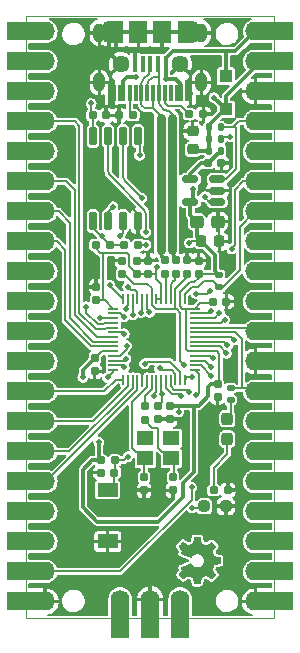
<source format=gbr>
G04 #@! TF.GenerationSoftware,KiCad,Pcbnew,(6.0.6)*
G04 #@! TF.CreationDate,2022-08-20T10:32:50+05:30*
G04 #@! TF.ProjectId,Mitayi-Pico-RP2040,4d697461-7969-42d5-9069-636f2d525032,0.2*
G04 #@! TF.SameCoordinates,PX848f8c0PY6ea0500*
G04 #@! TF.FileFunction,Copper,L1,Top*
G04 #@! TF.FilePolarity,Positive*
%FSLAX46Y46*%
G04 Gerber Fmt 4.6, Leading zero omitted, Abs format (unit mm)*
G04 Created by KiCad (PCBNEW (6.0.6)) date 2022-08-20 10:32:50*
%MOMM*%
%LPD*%
G01*
G04 APERTURE LIST*
G04 Aperture macros list*
%AMRoundRect*
0 Rectangle with rounded corners*
0 $1 Rounding radius*
0 $2 $3 $4 $5 $6 $7 $8 $9 X,Y pos of 4 corners*
0 Add a 4 corners polygon primitive as box body*
4,1,4,$2,$3,$4,$5,$6,$7,$8,$9,$2,$3,0*
0 Add four circle primitives for the rounded corners*
1,1,$1+$1,$2,$3*
1,1,$1+$1,$4,$5*
1,1,$1+$1,$6,$7*
1,1,$1+$1,$8,$9*
0 Add four rect primitives between the rounded corners*
20,1,$1+$1,$2,$3,$4,$5,0*
20,1,$1+$1,$4,$5,$6,$7,0*
20,1,$1+$1,$6,$7,$8,$9,0*
20,1,$1+$1,$8,$9,$2,$3,0*%
G04 Aperture macros list end*
G04 #@! TA.AperFunction,Profile*
%ADD10C,0.100000*%
G04 #@! TD*
G04 #@! TA.AperFunction,SMDPad,CuDef*
%ADD11RoundRect,0.135000X-0.185000X0.135000X-0.185000X-0.135000X0.185000X-0.135000X0.185000X0.135000X0*%
G04 #@! TD*
G04 #@! TA.AperFunction,SMDPad,CuDef*
%ADD12RoundRect,0.237500X0.237500X-0.300000X0.237500X0.300000X-0.237500X0.300000X-0.237500X-0.300000X0*%
G04 #@! TD*
G04 #@! TA.AperFunction,SMDPad,CuDef*
%ADD13RoundRect,0.155000X-0.155000X0.212500X-0.155000X-0.212500X0.155000X-0.212500X0.155000X0.212500X0*%
G04 #@! TD*
G04 #@! TA.AperFunction,SMDPad,CuDef*
%ADD14RoundRect,0.155000X0.155000X-0.212500X0.155000X0.212500X-0.155000X0.212500X-0.155000X-0.212500X0*%
G04 #@! TD*
G04 #@! TA.AperFunction,SMDPad,CuDef*
%ADD15RoundRect,0.237500X-0.250000X-0.237500X0.250000X-0.237500X0.250000X0.237500X-0.250000X0.237500X0*%
G04 #@! TD*
G04 #@! TA.AperFunction,SMDPad,CuDef*
%ADD16RoundRect,0.135000X0.135000X0.185000X-0.135000X0.185000X-0.135000X-0.185000X0.135000X-0.185000X0*%
G04 #@! TD*
G04 #@! TA.AperFunction,SMDPad,CuDef*
%ADD17RoundRect,0.225000X0.250000X-0.225000X0.250000X0.225000X-0.250000X0.225000X-0.250000X-0.225000X0*%
G04 #@! TD*
G04 #@! TA.AperFunction,SMDPad,CuDef*
%ADD18RoundRect,0.155000X0.212500X0.155000X-0.212500X0.155000X-0.212500X-0.155000X0.212500X-0.155000X0*%
G04 #@! TD*
G04 #@! TA.AperFunction,SMDPad,CuDef*
%ADD19RoundRect,0.160000X-0.197500X-0.160000X0.197500X-0.160000X0.197500X0.160000X-0.197500X0.160000X0*%
G04 #@! TD*
G04 #@! TA.AperFunction,SMDPad,CuDef*
%ADD20RoundRect,0.160000X0.197500X0.160000X-0.197500X0.160000X-0.197500X-0.160000X0.197500X-0.160000X0*%
G04 #@! TD*
G04 #@! TA.AperFunction,SMDPad,CuDef*
%ADD21RoundRect,0.160000X-0.160000X0.197500X-0.160000X-0.197500X0.160000X-0.197500X0.160000X0.197500X0*%
G04 #@! TD*
G04 #@! TA.AperFunction,SMDPad,CuDef*
%ADD22RoundRect,0.155000X-0.212500X-0.155000X0.212500X-0.155000X0.212500X0.155000X-0.212500X0.155000X0*%
G04 #@! TD*
G04 #@! TA.AperFunction,SMDPad,CuDef*
%ADD23R,1.400000X1.200000*%
G04 #@! TD*
G04 #@! TA.AperFunction,SMDPad,CuDef*
%ADD24RoundRect,0.050000X-0.387500X-0.050000X0.387500X-0.050000X0.387500X0.050000X-0.387500X0.050000X0*%
G04 #@! TD*
G04 #@! TA.AperFunction,SMDPad,CuDef*
%ADD25RoundRect,0.050000X-0.050000X-0.387500X0.050000X-0.387500X0.050000X0.387500X-0.050000X0.387500X0*%
G04 #@! TD*
G04 #@! TA.AperFunction,ComponentPad*
%ADD26C,0.600000*%
G04 #@! TD*
G04 #@! TA.AperFunction,SMDPad,CuDef*
%ADD27RoundRect,0.144000X-1.456000X-1.456000X1.456000X-1.456000X1.456000X1.456000X-1.456000X1.456000X0*%
G04 #@! TD*
G04 #@! TA.AperFunction,SMDPad,CuDef*
%ADD28RoundRect,0.150000X0.150000X-0.650000X0.150000X0.650000X-0.150000X0.650000X-0.150000X-0.650000X0*%
G04 #@! TD*
G04 #@! TA.AperFunction,SMDPad,CuDef*
%ADD29RoundRect,0.135000X-0.135000X-0.185000X0.135000X-0.185000X0.135000X0.185000X-0.135000X0.185000X0*%
G04 #@! TD*
G04 #@! TA.AperFunction,ComponentPad*
%ADD30O,1.600000X1.700000*%
G04 #@! TD*
G04 #@! TA.AperFunction,ComponentPad*
%ADD31R,1.600000X3.200000*%
G04 #@! TD*
G04 #@! TA.AperFunction,SMDPad,CuDef*
%ADD32RoundRect,0.225000X-0.225000X-0.250000X0.225000X-0.250000X0.225000X0.250000X-0.225000X0.250000X0*%
G04 #@! TD*
G04 #@! TA.AperFunction,SMDPad,CuDef*
%ADD33R,0.300000X1.450000*%
G04 #@! TD*
G04 #@! TA.AperFunction,ComponentPad*
%ADD34RoundRect,0.500000X0.000000X0.300000X0.000000X0.300000X0.000000X-0.300000X0.000000X-0.300000X0*%
G04 #@! TD*
G04 #@! TA.AperFunction,SMDPad,CuDef*
%ADD35R,1.100000X1.100000*%
G04 #@! TD*
G04 #@! TA.AperFunction,SMDPad,CuDef*
%ADD36R,0.400000X1.350000*%
G04 #@! TD*
G04 #@! TA.AperFunction,SMDPad,CuDef*
%ADD37R,1.500000X1.900000*%
G04 #@! TD*
G04 #@! TA.AperFunction,ComponentPad*
%ADD38O,1.200000X1.900000*%
G04 #@! TD*
G04 #@! TA.AperFunction,ComponentPad*
%ADD39C,1.450000*%
G04 #@! TD*
G04 #@! TA.AperFunction,SMDPad,CuDef*
%ADD40R,1.200000X1.900000*%
G04 #@! TD*
G04 #@! TA.AperFunction,SMDPad,CuDef*
%ADD41R,1.700000X1.150000*%
G04 #@! TD*
G04 #@! TA.AperFunction,ComponentPad*
%ADD42R,3.200000X1.600000*%
G04 #@! TD*
G04 #@! TA.AperFunction,ComponentPad*
%ADD43O,1.700000X1.600000*%
G04 #@! TD*
G04 #@! TA.AperFunction,SMDPad,CuDef*
%ADD44RoundRect,0.250000X-0.312500X-0.275000X0.312500X-0.275000X0.312500X0.275000X-0.312500X0.275000X0*%
G04 #@! TD*
G04 #@! TA.AperFunction,SMDPad,CuDef*
%ADD45RoundRect,0.150000X0.512500X0.150000X-0.512500X0.150000X-0.512500X-0.150000X0.512500X-0.150000X0*%
G04 #@! TD*
G04 #@! TA.AperFunction,ViaPad*
%ADD46C,0.500000*%
G04 #@! TD*
G04 #@! TA.AperFunction,Conductor*
%ADD47C,0.200000*%
G04 #@! TD*
G04 #@! TA.AperFunction,Conductor*
%ADD48C,0.300000*%
G04 #@! TD*
G04 #@! TA.AperFunction,Conductor*
%ADD49C,0.800000*%
G04 #@! TD*
G04 APERTURE END LIST*
D10*
X0Y51000000D02*
X21000000Y51000000D01*
X21000000Y0D02*
X0Y0D01*
X21000000Y51000000D02*
X21000000Y0D01*
X0Y0D02*
X0Y51000000D01*
G36*
X14570833Y6893562D02*
G01*
X14627522Y6893219D01*
X14672785Y6892590D01*
X14707644Y6891641D01*
X14733118Y6890340D01*
X14750231Y6888655D01*
X14760004Y6886552D01*
X14762472Y6885322D01*
X14766254Y6879250D01*
X14770972Y6865536D01*
X14776824Y6843294D01*
X14784010Y6811632D01*
X14792725Y6769662D01*
X14803169Y6716494D01*
X14815540Y6651239D01*
X14820413Y6625103D01*
X14833290Y6556466D01*
X14844171Y6500074D01*
X14853289Y6454887D01*
X14860877Y6419864D01*
X14867169Y6393965D01*
X14872398Y6376150D01*
X14876797Y6365378D01*
X14879579Y6361403D01*
X14889261Y6355398D01*
X14909391Y6345248D01*
X14938003Y6331794D01*
X14973131Y6315878D01*
X15012808Y6298340D01*
X15055067Y6280020D01*
X15097943Y6261760D01*
X15139469Y6244400D01*
X15177678Y6228782D01*
X15210604Y6215745D01*
X15236281Y6206131D01*
X15252742Y6200781D01*
X15257162Y6199960D01*
X15266104Y6203701D01*
X15284837Y6214391D01*
X15312126Y6231237D01*
X15346736Y6253447D01*
X15387431Y6280229D01*
X15432977Y6310793D01*
X15479437Y6342486D01*
X15526891Y6374903D01*
X15571370Y6404905D01*
X15611540Y6431620D01*
X15646065Y6454176D01*
X15673611Y6471701D01*
X15692842Y6483324D01*
X15702422Y6488172D01*
X15702639Y6488224D01*
X15707908Y6487857D01*
X15715382Y6484398D01*
X15725961Y6477033D01*
X15740543Y6464950D01*
X15760028Y6447334D01*
X15785313Y6423372D01*
X15817298Y6392252D01*
X15856882Y6353159D01*
X15904964Y6305279D01*
X15906632Y6303614D01*
X15956980Y6253014D01*
X16000071Y6209024D01*
X16035458Y6172121D01*
X16062692Y6142784D01*
X16081326Y6121493D01*
X16090911Y6108727D01*
X16092142Y6105394D01*
X16087842Y6097656D01*
X16076730Y6080135D01*
X16059666Y6054118D01*
X16037511Y6020897D01*
X16011125Y5981760D01*
X15981368Y5937997D01*
X15949102Y5890896D01*
X15946069Y5886487D01*
X15913417Y5838826D01*
X15883038Y5794101D01*
X15855823Y5753651D01*
X15832663Y5718818D01*
X15814449Y5690940D01*
X15802071Y5671359D01*
X15796421Y5661416D01*
X15796303Y5661125D01*
X15795140Y5654260D01*
X15796211Y5644057D01*
X15799995Y5629112D01*
X15806973Y5608022D01*
X15817624Y5579384D01*
X15832431Y5541794D01*
X15851871Y5493850D01*
X15861997Y5469160D01*
X15880816Y5423382D01*
X15898038Y5381476D01*
X15912977Y5345116D01*
X15924945Y5315978D01*
X15933253Y5295736D01*
X15937213Y5286064D01*
X15937371Y5285676D01*
X15939505Y5282299D01*
X15943841Y5279039D01*
X15951547Y5275630D01*
X15963791Y5271811D01*
X15981739Y5267317D01*
X16006560Y5261887D01*
X16039421Y5255256D01*
X16081489Y5247162D01*
X16133934Y5237343D01*
X16197921Y5225533D01*
X16232352Y5219214D01*
X16302660Y5206148D01*
X16360350Y5195026D01*
X16406111Y5185697D01*
X16440633Y5178008D01*
X16464603Y5171810D01*
X16478712Y5166949D01*
X16483253Y5164069D01*
X16485630Y5154464D01*
X16487652Y5133332D01*
X16489319Y5102465D01*
X16490635Y5063653D01*
X16491602Y5018688D01*
X16492221Y4969360D01*
X16492495Y4917461D01*
X16492425Y4864782D01*
X16492015Y4813114D01*
X16491265Y4764247D01*
X16490179Y4719974D01*
X16488758Y4682085D01*
X16487004Y4652370D01*
X16484919Y4632622D01*
X16482622Y4624714D01*
X16474176Y4621857D01*
X16453959Y4616921D01*
X16423460Y4610213D01*
X16384166Y4602041D01*
X16337565Y4592712D01*
X16285144Y4582536D01*
X16228391Y4571819D01*
X16214882Y4569310D01*
X16140695Y4555394D01*
X16079269Y4543465D01*
X16030057Y4533405D01*
X15992515Y4525093D01*
X15966096Y4518411D01*
X15950256Y4513240D01*
X15945032Y4510324D01*
X15939928Y4501642D01*
X15930692Y4482411D01*
X15918146Y4454607D01*
X15903114Y4420207D01*
X15886418Y4381189D01*
X15868880Y4339529D01*
X15851324Y4297205D01*
X15834571Y4256192D01*
X15819445Y4218469D01*
X15806767Y4186013D01*
X15797361Y4160800D01*
X15792050Y4144807D01*
X15791169Y4140535D01*
X15794866Y4133111D01*
X15805412Y4115847D01*
X15821994Y4089981D01*
X15843797Y4056752D01*
X15870006Y4017397D01*
X15899807Y3973155D01*
X15932384Y3925264D01*
X15943190Y3909475D01*
X15986529Y3845872D01*
X16022109Y3792825D01*
X16050127Y3750021D01*
X16070783Y3717145D01*
X16084275Y3693885D01*
X16090802Y3679928D01*
X16091416Y3675731D01*
X16085745Y3667888D01*
X16071772Y3652120D01*
X16050763Y3629682D01*
X16023981Y3601830D01*
X15992692Y3569818D01*
X15958159Y3534903D01*
X15921647Y3498339D01*
X15884421Y3461383D01*
X15847745Y3425288D01*
X15812884Y3391312D01*
X15781102Y3360708D01*
X15753664Y3334734D01*
X15731834Y3314642D01*
X15716877Y3301691D01*
X15710059Y3297133D01*
X15702489Y3300885D01*
X15685115Y3311489D01*
X15659197Y3328116D01*
X15625997Y3349936D01*
X15586775Y3376118D01*
X15542793Y3405831D01*
X15495311Y3438247D01*
X15485018Y3445317D01*
X15436889Y3478207D01*
X15391916Y3508557D01*
X15351373Y3535536D01*
X15316532Y3558313D01*
X15288666Y3576058D01*
X15269050Y3587941D01*
X15258956Y3593129D01*
X15258176Y3593291D01*
X15248748Y3590668D01*
X15228954Y3583350D01*
X15200713Y3572162D01*
X15165949Y3557929D01*
X15126581Y3541478D01*
X15084531Y3523633D01*
X15041720Y3505221D01*
X15000069Y3487066D01*
X14961500Y3469995D01*
X14927933Y3454833D01*
X14901290Y3442405D01*
X14883492Y3433537D01*
X14876714Y3429376D01*
X14873359Y3420739D01*
X14867952Y3400194D01*
X14860781Y3369098D01*
X14852141Y3328808D01*
X14842321Y3280683D01*
X14831613Y3226079D01*
X14820789Y3168931D01*
X14810075Y3112233D01*
X14799832Y3059535D01*
X14790374Y3012347D01*
X14782017Y2972182D01*
X14775075Y2940548D01*
X14769865Y2918957D01*
X14766701Y2908920D01*
X14766462Y2908549D01*
X14757904Y2906155D01*
X14737670Y2904090D01*
X14707551Y2902355D01*
X14669338Y2900953D01*
X14624821Y2899886D01*
X14575791Y2899155D01*
X14524041Y2898763D01*
X14471359Y2898711D01*
X14419539Y2899002D01*
X14370370Y2899638D01*
X14325643Y2900620D01*
X14287150Y2901951D01*
X14256681Y2903633D01*
X14236028Y2905667D01*
X14227113Y2907942D01*
X14223177Y2915023D01*
X14218004Y2931426D01*
X14211443Y2957837D01*
X14203341Y2994941D01*
X14193549Y3043423D01*
X14181915Y3103969D01*
X14171058Y3162212D01*
X14160601Y3218223D01*
X14150662Y3270176D01*
X14141549Y3316549D01*
X14133572Y3355822D01*
X14127041Y3386474D01*
X14122263Y3406987D01*
X14119548Y3415839D01*
X14119472Y3415949D01*
X14111844Y3420339D01*
X14093501Y3428829D01*
X14066298Y3440675D01*
X14032089Y3455128D01*
X13992728Y3471444D01*
X13950069Y3488874D01*
X13905967Y3506673D01*
X13862275Y3524094D01*
X13820848Y3540391D01*
X13783540Y3554817D01*
X13752205Y3566625D01*
X13728698Y3575070D01*
X13714872Y3579404D01*
X13712449Y3579820D01*
X13704566Y3576122D01*
X13686932Y3565598D01*
X13660863Y3549105D01*
X13627672Y3527499D01*
X13588675Y3501635D01*
X13545188Y3472369D01*
X13499499Y3441225D01*
X13452882Y3409335D01*
X13409515Y3379823D01*
X13370712Y3353570D01*
X13337785Y3331458D01*
X13312046Y3314369D01*
X13294806Y3303183D01*
X13287435Y3298802D01*
X13280310Y3302443D01*
X13265143Y3314605D01*
X13243179Y3334044D01*
X13215661Y3359521D01*
X13183830Y3389793D01*
X13148931Y3423618D01*
X13112205Y3459757D01*
X13074898Y3496966D01*
X13038250Y3534004D01*
X13003505Y3569630D01*
X12971907Y3602603D01*
X12944698Y3631680D01*
X12923121Y3655621D01*
X12908419Y3673183D01*
X12901835Y3683126D01*
X12901600Y3684177D01*
X12905309Y3693278D01*
X12915731Y3711720D01*
X12931817Y3737832D01*
X12952518Y3769945D01*
X12976785Y3806389D01*
X12996843Y3835773D01*
X13026181Y3878399D01*
X13055764Y3921538D01*
X13083829Y3962607D01*
X13108613Y3999026D01*
X13128354Y4028213D01*
X13135635Y4039067D01*
X13179195Y4104281D01*
X13126272Y4205527D01*
X13106880Y4242959D01*
X13093245Y4270360D01*
X13084675Y4289525D01*
X13080479Y4302251D01*
X13079963Y4310334D01*
X13082436Y4315569D01*
X13083452Y4316655D01*
X13091471Y4321035D01*
X13110723Y4329950D01*
X13139963Y4342882D01*
X13177943Y4359317D01*
X13223415Y4378737D01*
X13275134Y4400629D01*
X13331851Y4424475D01*
X13392320Y4449761D01*
X13455294Y4475970D01*
X13519525Y4502587D01*
X13583767Y4529096D01*
X13646772Y4554981D01*
X13707293Y4579727D01*
X13764084Y4602818D01*
X13815897Y4623737D01*
X13861485Y4641970D01*
X13899600Y4657001D01*
X13928997Y4668313D01*
X13948427Y4675392D01*
X13956543Y4677725D01*
X13966390Y4673560D01*
X13979454Y4660256D01*
X13996824Y4636599D01*
X14006398Y4622156D01*
X14025934Y4594903D01*
X14051875Y4562696D01*
X14080722Y4529712D01*
X14106847Y4502246D01*
X14135783Y4473992D01*
X14159419Y4452998D01*
X14181487Y4436529D01*
X14205716Y4421852D01*
X14235839Y4406231D01*
X14241978Y4403205D01*
X14290031Y4380787D01*
X14331211Y4364800D01*
X14369868Y4354223D01*
X14410352Y4348036D01*
X14457012Y4345217D01*
X14491196Y4344713D01*
X14532724Y4344992D01*
X14564746Y4346445D01*
X14591207Y4349482D01*
X14616049Y4354517D01*
X14636011Y4359858D01*
X14718389Y4390214D01*
X14793652Y4431530D01*
X14860948Y4482936D01*
X14919421Y4543562D01*
X14968218Y4612539D01*
X15006484Y4688995D01*
X15030807Y4761920D01*
X15040770Y4815663D01*
X15045260Y4876320D01*
X15044282Y4938629D01*
X15037837Y4997333D01*
X15030645Y5031345D01*
X15003071Y5110910D01*
X14964788Y5184119D01*
X14916966Y5250166D01*
X14860774Y5308244D01*
X14797384Y5357547D01*
X14727963Y5397269D01*
X14653683Y5426603D01*
X14575714Y5444744D01*
X14495224Y5450885D01*
X14428371Y5446428D01*
X14344204Y5429660D01*
X14267076Y5402301D01*
X14196157Y5363825D01*
X14130616Y5313709D01*
X14069622Y5251428D01*
X14021509Y5189632D01*
X14001970Y5162567D01*
X13984627Y5139515D01*
X13971233Y5122738D01*
X13963540Y5114499D01*
X13963079Y5114189D01*
X13961376Y5113280D01*
X13959244Y5112755D01*
X13955869Y5112935D01*
X13950442Y5114144D01*
X13942149Y5116702D01*
X13930179Y5120932D01*
X13913720Y5127154D01*
X13891961Y5135692D01*
X13864088Y5146866D01*
X13829291Y5160998D01*
X13786758Y5178410D01*
X13735676Y5199424D01*
X13675235Y5224362D01*
X13604621Y5253545D01*
X13523023Y5287295D01*
X13448856Y5317980D01*
X13360674Y5354618D01*
X13284865Y5386450D01*
X13221247Y5413556D01*
X13169637Y5436017D01*
X13129856Y5453912D01*
X13101720Y5467321D01*
X13085049Y5476325D01*
X13079701Y5480715D01*
X13081423Y5491226D01*
X13089353Y5511637D01*
X13102764Y5540302D01*
X13120930Y5575571D01*
X13124247Y5581749D01*
X13141227Y5614117D01*
X13155605Y5643251D01*
X13166230Y5666681D01*
X13171951Y5681938D01*
X13172618Y5685491D01*
X13168925Y5694203D01*
X13158388Y5712599D01*
X13141876Y5739320D01*
X13120261Y5773007D01*
X13094414Y5812302D01*
X13065203Y5855846D01*
X13037145Y5896982D01*
X13005676Y5943157D01*
X12976793Y5986288D01*
X12951365Y6025015D01*
X12930265Y6057980D01*
X12914364Y6083825D01*
X12904531Y6101191D01*
X12901591Y6108408D01*
X12906137Y6117163D01*
X12919863Y6134340D01*
X12942900Y6160081D01*
X12975378Y6194525D01*
X13017430Y6237815D01*
X13069186Y6290091D01*
X13085181Y6306106D01*
X13139925Y6360451D01*
X13186012Y6405408D01*
X13223343Y6440881D01*
X13251818Y6466780D01*
X13271336Y6483011D01*
X13281800Y6489482D01*
X13282619Y6489605D01*
X13291206Y6485899D01*
X13309505Y6475353D01*
X13336177Y6458829D01*
X13369879Y6437188D01*
X13409271Y6411289D01*
X13453012Y6381993D01*
X13497774Y6351525D01*
X13544423Y6319782D01*
X13588007Y6290610D01*
X13627184Y6264870D01*
X13660615Y6243422D01*
X13686959Y6227127D01*
X13704874Y6216845D01*
X13712893Y6213432D01*
X13723245Y6215917D01*
X13744068Y6222869D01*
X13773441Y6233518D01*
X13809445Y6247096D01*
X13850158Y6262835D01*
X13893661Y6279966D01*
X13938033Y6297722D01*
X13981353Y6315332D01*
X14021702Y6332029D01*
X14057158Y6347044D01*
X14085802Y6359609D01*
X14105714Y6368955D01*
X14114972Y6374313D01*
X14115015Y6374355D01*
X14119350Y6382826D01*
X14125008Y6401390D01*
X14132125Y6430654D01*
X14140837Y6471226D01*
X14151279Y6523715D01*
X14163586Y6588728D01*
X14167677Y6610846D01*
X14180077Y6678153D01*
X14190331Y6733425D01*
X14198740Y6777873D01*
X14205606Y6812708D01*
X14211228Y6839143D01*
X14215909Y6858388D01*
X14219951Y6871656D01*
X14223653Y6880157D01*
X14227319Y6885104D01*
X14231248Y6887708D01*
X14235742Y6889180D01*
X14236978Y6889510D01*
X14246993Y6890434D01*
X14268877Y6891290D01*
X14301025Y6892050D01*
X14341835Y6892692D01*
X14389704Y6893189D01*
X14443028Y6893516D01*
X14500204Y6893649D01*
X14501696Y6893650D01*
X14570833Y6893562D01*
G37*
D11*
X17300000Y19500000D03*
X17300000Y18480000D03*
D12*
X17030000Y15187500D03*
X17030000Y16912500D03*
D13*
X9990000Y11987500D03*
X9990000Y10852500D03*
D14*
X5930000Y26942500D03*
X5930000Y28077500D03*
D15*
X15077500Y9500000D03*
X16902500Y9500000D03*
D16*
X16480000Y39600000D03*
X15460000Y39600000D03*
D17*
X14090000Y39715000D03*
X14090000Y41265000D03*
D13*
X5800000Y22047500D03*
X5800000Y20912500D03*
D14*
X14605000Y29162500D03*
X14605000Y30297500D03*
D18*
X7477500Y12340000D03*
X6342500Y12340000D03*
D19*
X8302500Y31630000D03*
X9497500Y31630000D03*
D20*
X17067500Y10860000D03*
X15872500Y10860000D03*
D21*
X10020000Y18017500D03*
X10020000Y16822500D03*
D22*
X15812500Y26830000D03*
X16947500Y26830000D03*
D23*
X10100000Y13550000D03*
X12300000Y13550000D03*
X12300000Y15250000D03*
X10100000Y15250000D03*
D24*
X7382500Y26230000D03*
X7382500Y25830000D03*
X7382500Y25430000D03*
X7382500Y25030000D03*
X7382500Y24630000D03*
X7382500Y24230000D03*
X7382500Y23830000D03*
X7382500Y23430000D03*
X7382500Y23030000D03*
X7382500Y22630000D03*
X7382500Y22230000D03*
X7382500Y21830000D03*
X7382500Y21430000D03*
X7382500Y21030000D03*
D25*
X8220000Y20192500D03*
X8620000Y20192500D03*
X9020000Y20192500D03*
X9420000Y20192500D03*
X9820000Y20192500D03*
X10220000Y20192500D03*
X10620000Y20192500D03*
X11020000Y20192500D03*
X11420000Y20192500D03*
X11820000Y20192500D03*
X12220000Y20192500D03*
X12620000Y20192500D03*
X13020000Y20192500D03*
X13420000Y20192500D03*
D24*
X14257500Y21030000D03*
X14257500Y21430000D03*
X14257500Y21830000D03*
X14257500Y22230000D03*
X14257500Y22630000D03*
X14257500Y23030000D03*
X14257500Y23430000D03*
X14257500Y23830000D03*
X14257500Y24230000D03*
X14257500Y24630000D03*
X14257500Y25030000D03*
X14257500Y25430000D03*
X14257500Y25830000D03*
X14257500Y26230000D03*
D25*
X13420000Y27067500D03*
X13020000Y27067500D03*
X12620000Y27067500D03*
X12220000Y27067500D03*
X11820000Y27067500D03*
X11420000Y27067500D03*
X11020000Y27067500D03*
X10620000Y27067500D03*
X10220000Y27067500D03*
X9820000Y27067500D03*
X9420000Y27067500D03*
X9020000Y27067500D03*
X8620000Y27067500D03*
X8220000Y27067500D03*
D26*
X10820000Y24905000D03*
X12095000Y24905000D03*
X10820000Y23630000D03*
X10820000Y22355000D03*
X9545000Y23630000D03*
X12095000Y23630000D03*
D27*
X10820000Y23630000D03*
D26*
X9545000Y22355000D03*
X9545000Y24905000D03*
X12095000Y22355000D03*
D21*
X11725000Y30347500D03*
X11725000Y29152500D03*
D14*
X8125000Y29162500D03*
X8125000Y30297500D03*
D13*
X11150000Y17997500D03*
X11150000Y16862500D03*
D28*
X5655000Y33650000D03*
X6925000Y33650000D03*
X8195000Y33650000D03*
X9465000Y33650000D03*
X9465000Y40850000D03*
X8195000Y40850000D03*
X6925000Y40850000D03*
X5655000Y40850000D03*
D14*
X10320000Y29157500D03*
X10320000Y30292500D03*
D19*
X5872500Y31630000D03*
X7067500Y31630000D03*
D14*
X13630000Y29172500D03*
X13630000Y30307500D03*
D22*
X5642500Y42600000D03*
X6777500Y42600000D03*
D29*
X15440000Y40630000D03*
X16460000Y40630000D03*
D30*
X7950000Y1600000D03*
D31*
X7950000Y-10000D03*
D30*
X10490000Y1600000D03*
D31*
X10490000Y-10000D03*
D30*
X13030000Y1600000D03*
D31*
X13030000Y-10000D03*
D19*
X6312500Y13400000D03*
X7507500Y13400000D03*
D13*
X12170000Y17997500D03*
X12170000Y16862500D03*
X16200000Y19877500D03*
X16200000Y18742500D03*
D32*
X14815000Y31920000D03*
X16365000Y31920000D03*
D33*
X13910000Y44470000D03*
X13110000Y44470000D03*
X11760000Y44470000D03*
X10760000Y44470000D03*
X10260000Y44470000D03*
X9260000Y44470000D03*
X7910000Y44470000D03*
X7110000Y44470000D03*
X7410000Y44470000D03*
X8210000Y44470000D03*
X8760000Y44470000D03*
X9760000Y44470000D03*
X11260000Y44470000D03*
X12260000Y44470000D03*
X12810000Y44470000D03*
X13610000Y44470000D03*
D34*
X14830000Y45390000D03*
X6190000Y45390000D03*
X14830000Y49570000D03*
X6190000Y49570000D03*
D22*
X15402500Y38540000D03*
X16537500Y38540000D03*
D29*
X15440000Y41600000D03*
X16460000Y41600000D03*
D20*
X9047500Y42600000D03*
X7852500Y42600000D03*
D35*
X16900000Y43100000D03*
X16900000Y45900000D03*
D36*
X11810000Y46937500D03*
X11160000Y46937500D03*
X10510000Y46937500D03*
X9860000Y46937500D03*
X9210000Y46937500D03*
D37*
X11510000Y49637500D03*
D38*
X7010000Y49637500D03*
D39*
X13010000Y46937500D03*
D40*
X13410000Y49637500D03*
D39*
X8010000Y46937500D03*
D38*
X14010000Y49637500D03*
D40*
X7610000Y49637500D03*
D37*
X9510000Y49637500D03*
D41*
X6900000Y10875000D03*
X6900000Y6525000D03*
D13*
X12430000Y11977500D03*
X12430000Y10842500D03*
D14*
X9420000Y29162500D03*
X9420000Y30297500D03*
D21*
X12725000Y30347500D03*
X12725000Y29152500D03*
D42*
X-10000Y49700000D03*
D43*
X1600000Y49700000D03*
D42*
X-10000Y47160000D03*
D43*
X1600000Y47160000D03*
D42*
X-10000Y44620000D03*
D43*
X1600000Y44620000D03*
D42*
X-10000Y42080000D03*
D43*
X1600000Y42080000D03*
X1600000Y39540000D03*
D42*
X-10000Y39540000D03*
D43*
X1600000Y37000000D03*
D42*
X-10000Y37000000D03*
X-10000Y34460000D03*
D43*
X1600000Y34460000D03*
D42*
X-10000Y31920000D03*
D43*
X1600000Y31920000D03*
X1600000Y29380000D03*
D42*
X-10000Y29380000D03*
X-10000Y26840000D03*
D43*
X1600000Y26840000D03*
D42*
X-10000Y24300000D03*
D43*
X1600000Y24300000D03*
D42*
X-10000Y21760000D03*
D43*
X1600000Y21760000D03*
D42*
X-10000Y19220000D03*
D43*
X1600000Y19220000D03*
D42*
X-10000Y16680000D03*
D43*
X1600000Y16680000D03*
D42*
X-10000Y14140000D03*
D43*
X1600000Y14140000D03*
D42*
X-10000Y11600000D03*
D43*
X1600000Y11600000D03*
X1600000Y9060000D03*
D42*
X-10000Y9060000D03*
X-10000Y6520000D03*
D43*
X1600000Y6520000D03*
D42*
X-10000Y3980000D03*
D43*
X1600000Y3980000D03*
D42*
X-10000Y1440000D03*
D43*
X1600000Y1440000D03*
D44*
X14447500Y33600000D03*
X16222500Y33600000D03*
D11*
X16350000Y29070000D03*
X16350000Y28050000D03*
D19*
X13802500Y42700000D03*
X14997500Y42700000D03*
D45*
X16187500Y35280000D03*
X16187500Y36230000D03*
X16187500Y37180000D03*
X13912500Y37180000D03*
X13912500Y35280000D03*
D42*
X21010000Y49700000D03*
D43*
X19400000Y49700000D03*
D42*
X21010000Y47160000D03*
D43*
X19400000Y47160000D03*
D42*
X21010000Y44620000D03*
D43*
X19400000Y44620000D03*
X19400000Y42080000D03*
D42*
X21010000Y42080000D03*
D43*
X19400000Y39540000D03*
D42*
X21010000Y39540000D03*
X21010000Y37000000D03*
D43*
X19400000Y37000000D03*
D42*
X21010000Y34460000D03*
D43*
X19400000Y34460000D03*
X19400000Y31920000D03*
D42*
X21010000Y31920000D03*
X21010000Y29380000D03*
D43*
X19400000Y29380000D03*
D42*
X21010000Y26840000D03*
D43*
X19400000Y26840000D03*
D42*
X21010000Y24300000D03*
D43*
X19400000Y24300000D03*
D42*
X21010000Y21760000D03*
D43*
X19400000Y21760000D03*
X19400000Y19220000D03*
D42*
X21010000Y19220000D03*
D43*
X19400000Y16680000D03*
D42*
X21010000Y16680000D03*
X21010000Y14140000D03*
D43*
X19400000Y14140000D03*
X19400000Y11600000D03*
D42*
X21010000Y11600000D03*
X21010000Y9060000D03*
D43*
X19400000Y9060000D03*
X19400000Y6520000D03*
D42*
X21010000Y6520000D03*
X21010000Y3980000D03*
D43*
X19400000Y3980000D03*
D42*
X21010000Y1440000D03*
D43*
X19400000Y1440000D03*
D46*
X11516352Y18999642D03*
X13349500Y21446740D03*
X10000000Y42500000D03*
X2500000Y23000000D03*
X3300000Y35500000D03*
X7500000Y16300000D03*
X3300000Y45000000D03*
X3300000Y38200000D03*
X15300000Y34500000D03*
X8800000Y9300000D03*
X10500000Y4000000D03*
X9400000Y4000000D03*
X3000000Y15800000D03*
X17150500Y32738412D03*
X17800000Y47100000D03*
X5800000Y2200000D03*
X13600000Y13000000D03*
X18400000Y2800000D03*
X10400000Y41300000D03*
X6300000Y43600000D03*
X15400000Y30300000D03*
X18400000Y10400000D03*
X5800000Y18200000D03*
X13300000Y33500000D03*
X13300000Y42000000D03*
X3800000Y12500000D03*
X5900000Y19900000D03*
X5800000Y600000D03*
X3000000Y15100000D03*
X17236444Y27763556D03*
X11200000Y10500000D03*
X7800000Y9300000D03*
X3700000Y46600000D03*
X7100000Y30000000D03*
X4600000Y5200000D03*
X6200000Y47300000D03*
X4600000Y6800000D03*
X18400000Y12900000D03*
X18300000Y5200000D03*
X2500000Y20500000D03*
X2300000Y5200000D03*
X10200000Y36800000D03*
X11600000Y4000000D03*
X18400000Y15400000D03*
X7000000Y15800000D03*
X3300000Y40800000D03*
X18400000Y25600000D03*
X5800000Y1400000D03*
X2600000Y33200000D03*
X11200000Y12100000D03*
X17272881Y29427119D03*
X10400000Y40100000D03*
X6600000Y35500000D03*
X10200000Y38100000D03*
X4600000Y6000000D03*
X18500000Y38300000D03*
X14900000Y600000D03*
X10500000Y48200000D03*
X14000000Y26900000D03*
X9800000Y9300000D03*
X3000000Y43100000D03*
X2300000Y10300000D03*
X9000000Y21400000D03*
X18500000Y18000000D03*
X4600000Y48000000D03*
X2500000Y18000000D03*
X14900000Y2200000D03*
X2300000Y7800000D03*
X13300000Y32600000D03*
X2300000Y2800000D03*
X18400000Y7800000D03*
X18500000Y35700000D03*
X2600000Y30600000D03*
X14900000Y1400000D03*
X18500000Y43300000D03*
X7100000Y29200000D03*
X6153562Y14946438D03*
X14100000Y36400000D03*
X4800000Y20400000D03*
X5500000Y43600000D03*
X13800000Y31800000D03*
X11078395Y29718778D03*
X10826988Y18829172D03*
X12900000Y17500000D03*
X9300000Y45812998D03*
X11809500Y45644502D03*
X8600000Y13700000D03*
X11300000Y21180980D03*
X17400000Y31300000D03*
X8270092Y25517746D03*
X6278798Y25436394D03*
X5050500Y26400000D03*
X8300000Y24100000D03*
X8500000Y23100000D03*
X8439859Y21977065D03*
X8314428Y21261095D03*
X6900000Y20400000D03*
X10029287Y21571395D03*
X14050500Y20400000D03*
X14400000Y18900000D03*
X14000000Y11100000D03*
X10148511Y31600000D03*
X14379875Y27500500D03*
X15549500Y27700000D03*
X14063556Y9336444D03*
X15681610Y26004265D03*
X16363024Y25846220D03*
X16800000Y25300000D03*
X17597651Y23574961D03*
X17042782Y23149021D03*
X16950980Y22455569D03*
X15802125Y22011413D03*
X15674060Y21323733D03*
X15660341Y20560341D03*
X13100000Y18800000D03*
X13774346Y19212827D03*
X15100000Y35700000D03*
X17250500Y40800000D03*
X7100000Y28195644D03*
X6400000Y32400000D03*
X7353780Y34863024D03*
X8422430Y26200459D03*
X9042664Y25683692D03*
X7949500Y32400000D03*
X9600000Y39200000D03*
X8600000Y28100000D03*
X9741023Y25893704D03*
X9800000Y35600000D03*
X10133475Y32696958D03*
X10439791Y25925744D03*
X15900000Y44100000D03*
D47*
X13000000Y21796240D02*
X13000000Y25900000D01*
X13349500Y21446740D02*
X13000000Y21796240D01*
X10620000Y27980000D02*
X10245263Y28354737D01*
X12620000Y27067500D02*
X12620000Y27920000D01*
X13000000Y25900000D02*
X12743321Y26156679D01*
X10985983Y26156679D02*
X12620000Y26156679D01*
X11458234Y18305734D02*
X11458234Y18749653D01*
X12620000Y26156679D02*
X12620000Y27067500D01*
X11420000Y19095994D02*
X11516352Y18999642D01*
X11150000Y17997500D02*
X11458234Y18305734D01*
X11420000Y20192500D02*
X11420000Y19095994D01*
X10620000Y27067500D02*
X10620000Y27980000D01*
X12743321Y26156679D02*
X12620000Y26156679D01*
X10620000Y26522662D02*
X10985983Y26156679D01*
X9122376Y28354737D02*
X8314613Y29162500D01*
X13630000Y28930000D02*
X13630000Y29172500D01*
X11458234Y18749653D02*
X11516352Y18807771D01*
X11516352Y18807771D02*
X11516352Y18999642D01*
X12620000Y27920000D02*
X13630000Y28930000D01*
X10245263Y28354737D02*
X9122376Y28354737D01*
X8314613Y29162500D02*
X8125000Y29162500D01*
X10620000Y27067500D02*
X10620000Y26522662D01*
X6800000Y35700000D02*
X6600000Y35500000D01*
X16947500Y27474612D02*
X16947500Y26830000D01*
X9820000Y20192500D02*
X9820000Y20725682D01*
X9465000Y33650000D02*
X9465000Y34235000D01*
X9465000Y34235000D02*
X8000000Y35700000D01*
X16365000Y31920000D02*
X16365000Y33457500D01*
X17236444Y27763556D02*
X16947500Y27474612D01*
X8000000Y35700000D02*
X6800000Y35700000D01*
X16365000Y33457500D02*
X16222500Y33600000D01*
X9145682Y21400000D02*
X9000000Y21400000D01*
X9820000Y20725682D02*
X9145682Y21400000D01*
X11000000Y29157500D02*
X11000000Y29640383D01*
X10826988Y19041277D02*
X10826988Y18829172D01*
D48*
X13300000Y10300000D02*
X13300000Y11500000D01*
X4800000Y9400000D02*
X6000000Y8200000D01*
D47*
X11400000Y28300000D02*
X11000000Y28700000D01*
D48*
X14100000Y35467500D02*
X13912500Y35280000D01*
D47*
X13868837Y28449519D02*
X14249519Y28449519D01*
X11020000Y27067500D02*
X11420000Y27067500D01*
X8734520Y29847980D02*
X9420000Y29162500D01*
D48*
X15999511Y29420489D02*
X16350000Y29070000D01*
D47*
X6670000Y26942500D02*
X7382500Y26230000D01*
D48*
X14200000Y12400000D02*
X14200000Y17895000D01*
D47*
X13520480Y22833838D02*
X13520480Y26180480D01*
D48*
X12170000Y17997500D02*
X12902500Y17997500D01*
X14447500Y33600000D02*
X14447500Y32287500D01*
D47*
X11020000Y19300392D02*
X11019023Y19299415D01*
D48*
X14447500Y32287500D02*
X14815000Y31920000D01*
D47*
X16351636Y20029136D02*
X16200000Y19877500D01*
D48*
X6153562Y14946438D02*
X6153562Y13558938D01*
D47*
X10952115Y19166429D02*
X10952115Y19166404D01*
X12900000Y17500000D02*
X12900000Y17995000D01*
D48*
X5642500Y40862500D02*
X5655000Y40850000D01*
D47*
X5930000Y26942500D02*
X6670000Y26942500D01*
X5642500Y42600000D02*
X5642500Y40862500D01*
D48*
X14597500Y17997500D02*
X15400000Y18800000D01*
D47*
X12900000Y17995000D02*
X12902500Y17997500D01*
X13235006Y26230000D02*
X13570000Y26230000D01*
X14249519Y28449519D02*
X14605000Y28805000D01*
X13020000Y26445006D02*
X13235006Y26230000D01*
D48*
X13912500Y34135000D02*
X14447500Y33600000D01*
D47*
X14815000Y31920000D02*
X13920000Y31920000D01*
X11019021Y19233340D02*
X11019021Y19233335D01*
X16257500Y29162500D02*
X16350000Y29070000D01*
X5872500Y31327500D02*
X6235480Y30964520D01*
X10315000Y29162500D02*
X10320000Y29157500D01*
D48*
X6000000Y8200000D02*
X11200000Y8200000D01*
D47*
X14257500Y22630000D02*
X13724318Y22630000D01*
X10952115Y19166404D02*
X10826988Y19041277D01*
D48*
X4800000Y20400000D02*
X4800000Y21047500D01*
D47*
X5800000Y22047500D02*
X6382500Y22630000D01*
X6637980Y30964520D02*
X8535480Y30964520D01*
D48*
X15677500Y19877500D02*
X16200000Y19877500D01*
D47*
X5930000Y26942500D02*
X6539520Y26942500D01*
X11020000Y20192500D02*
X11020000Y19300392D01*
X14257500Y22630000D02*
X16121636Y22630000D01*
X13020000Y27067500D02*
X13020000Y27600682D01*
X5872500Y31630000D02*
X5872500Y31327500D01*
X6539520Y30866060D02*
X6637980Y30964520D01*
X10320000Y29157500D02*
X11000000Y29157500D01*
X11019021Y19233335D02*
X10952115Y19166429D01*
D48*
X15400000Y19600000D02*
X15677500Y19877500D01*
D47*
X5500000Y43600000D02*
X5500000Y42742500D01*
X13020000Y27067500D02*
X13020000Y26445006D01*
X13520480Y26180480D02*
X13570000Y26230000D01*
X5500000Y42742500D02*
X5642500Y42600000D01*
X9420000Y29162500D02*
X10315000Y29162500D01*
X14257500Y26230000D02*
X14727500Y26700000D01*
D48*
X14815000Y31920000D02*
X15999511Y30735489D01*
D47*
X11400000Y27087500D02*
X11400000Y28300000D01*
X14605000Y28805000D02*
X14605000Y29162500D01*
D48*
X14200000Y17895000D02*
X14097500Y17997500D01*
D47*
X16351636Y22400000D02*
X16351636Y20029136D01*
X13724318Y22630000D02*
X13520480Y22833838D01*
D48*
X4800000Y12600000D02*
X4800000Y9400000D01*
D47*
X6235480Y30964520D02*
X6637980Y30964520D01*
D48*
X13597500Y17997500D02*
X14597500Y17997500D01*
X11200000Y8200000D02*
X13300000Y10300000D01*
D47*
X14727500Y26700000D02*
X15682500Y26700000D01*
D48*
X15400000Y18800000D02*
X15400000Y19600000D01*
D47*
X13020000Y27600682D02*
X13868837Y28449519D01*
D48*
X6153562Y13558938D02*
X6312500Y13400000D01*
D47*
X11000000Y29640383D02*
X11078395Y29718778D01*
X11420000Y27067500D02*
X11400000Y27087500D01*
X8734520Y30765480D02*
X8734520Y29847980D01*
D48*
X14100000Y36400000D02*
X14100000Y35467500D01*
X13912500Y35280000D02*
X13912500Y34135000D01*
X6312500Y13400000D02*
X5600000Y13400000D01*
X14097500Y17997500D02*
X13597500Y17997500D01*
D47*
X11000000Y28700000D02*
X11000000Y29157500D01*
X14605000Y29162500D02*
X16257500Y29162500D01*
X6539520Y26942500D02*
X6539520Y30866060D01*
X11019023Y19299415D02*
X11019024Y19233343D01*
D48*
X12902500Y17997500D02*
X13597500Y17997500D01*
D47*
X13570000Y26230000D02*
X14257500Y26230000D01*
X13920000Y31920000D02*
X13800000Y31800000D01*
X8535480Y30964520D02*
X8734520Y30765480D01*
D48*
X4800000Y21047500D02*
X5800000Y22047500D01*
X13300000Y11500000D02*
X14200000Y12400000D01*
X5600000Y13400000D02*
X4800000Y12600000D01*
D47*
X11019024Y19233343D02*
X11019021Y19233340D01*
X16121636Y22630000D02*
X16351636Y22400000D01*
D48*
X15999511Y30735489D02*
X15999511Y29420489D01*
D47*
X6382500Y22630000D02*
X7382500Y22630000D01*
X15682500Y26700000D02*
X15812500Y26830000D01*
D48*
X13110000Y45194022D02*
X13110000Y44470000D01*
X16400000Y48012011D02*
X16787989Y48012011D01*
X9300000Y45812998D02*
X8527998Y45812998D01*
X11809500Y45644502D02*
X12659520Y45644502D01*
X12409511Y48012011D02*
X16400000Y48012011D01*
X16900000Y47900000D02*
X16787989Y48012011D01*
X11809500Y46937000D02*
X11810000Y46937500D01*
X11810000Y46937500D02*
X11810000Y47412500D01*
X8210000Y45495000D02*
X8210000Y44470000D01*
X17712011Y48012011D02*
X19400000Y49700000D01*
X12659520Y45644502D02*
X13110000Y45194022D01*
X8527998Y45812998D02*
X8210000Y45495000D01*
X11810000Y47412500D02*
X12409511Y48012011D01*
X11809500Y45644502D02*
X11809500Y46937000D01*
X16787989Y48012011D02*
X17712011Y48012011D01*
X16900000Y45900000D02*
X16900000Y47900000D01*
X13912500Y37612500D02*
X14840000Y38540000D01*
X13912500Y37180000D02*
X13912500Y37612500D01*
X15420000Y38540000D02*
X16480000Y39600000D01*
X14840000Y38540000D02*
X15402500Y38540000D01*
X15402500Y38540000D02*
X15420000Y38540000D01*
D47*
X7477500Y11452500D02*
X6900000Y10875000D01*
X17700000Y36300000D02*
X18400000Y37000000D01*
X12345682Y21000000D02*
X12620000Y20725682D01*
X11300000Y21180980D02*
X11480980Y21000000D01*
X17400000Y31300000D02*
X17700000Y31600000D01*
X8300000Y13400000D02*
X7507500Y13400000D01*
X12620000Y20725682D02*
X12620000Y20192500D01*
X11480980Y21000000D02*
X12345682Y21000000D01*
X7507500Y12370000D02*
X7477500Y12340000D01*
X7477500Y12340000D02*
X7477500Y11452500D01*
X7507500Y13400000D02*
X7507500Y12370000D01*
X17700000Y31600000D02*
X17700000Y36300000D01*
X8600000Y13700000D02*
X8300000Y13400000D01*
X18400000Y37000000D02*
X19400000Y37000000D01*
X9990000Y13440000D02*
X10100000Y13550000D01*
X9900978Y13550000D02*
X9000000Y14450978D01*
X9000000Y18344301D02*
X10220000Y19564301D01*
X10220000Y19564301D02*
X10220000Y20192500D01*
X9990000Y11987500D02*
X9990000Y13440000D01*
X10100000Y13550000D02*
X9900978Y13550000D01*
X9000000Y14450978D02*
X9000000Y18344301D01*
X11200000Y14450978D02*
X12100978Y13550000D01*
X12500000Y13350000D02*
X12300000Y13550000D01*
X12430000Y11977500D02*
X12500000Y12047500D01*
X10020000Y16822500D02*
X10692989Y16149511D01*
X12500000Y12047500D02*
X12500000Y13350000D01*
X11099511Y16149511D02*
X11200000Y16049022D01*
X12100978Y13550000D02*
X12300000Y13550000D01*
X11200000Y16049022D02*
X11200000Y14450978D01*
X10692989Y16149511D02*
X11099511Y16149511D01*
X17030000Y13930000D02*
X17030000Y15187500D01*
X15872500Y12772500D02*
X17030000Y13930000D01*
X15872500Y10860000D02*
X15872500Y12772500D01*
X17300000Y18480000D02*
X17300000Y17182500D01*
X17300000Y17182500D02*
X17030000Y16912500D01*
X10082843Y43200000D02*
X10464022Y43200000D01*
X9818579Y43381421D02*
X9941422Y43258578D01*
X10700000Y43200000D02*
X11400000Y42500000D01*
X10510000Y46937500D02*
X10510000Y46466135D01*
D49*
X11400000Y42400000D02*
X11400000Y31200000D01*
D48*
X11400000Y31200000D02*
X11400000Y30879607D01*
D47*
X9760000Y44470000D02*
X9760000Y43522843D01*
X10464022Y43200000D02*
X10700000Y43200000D01*
X10363553Y46112581D02*
X9906446Y45655474D01*
D48*
X11546447Y30526053D02*
X11725000Y30347500D01*
D47*
X9760000Y45301921D02*
X9760000Y44470000D01*
X11400000Y42500000D02*
X11400000Y42400000D01*
X10760000Y43260000D02*
X10760000Y44470000D01*
X9759985Y45301921D02*
G75*
G02*
X9906446Y45655474I500015J-21D01*
G01*
X10509975Y46466135D02*
G75*
G02*
X10363553Y46112581I-499975J-35D01*
G01*
X9760031Y43522843D02*
G75*
G03*
X9818580Y43381422I199969J-43D01*
G01*
X10082843Y43200031D02*
G75*
G02*
X9941423Y43258579I-43J199969D01*
G01*
D48*
X11400005Y30879607D02*
G75*
G03*
X11546447Y30526053I499995J-7D01*
G01*
D47*
X11260000Y44470000D02*
X11260000Y45860000D01*
D49*
X12370000Y42400000D02*
X12370000Y31200000D01*
D47*
X11913534Y43000000D02*
X11975736Y43000000D01*
D48*
X12725000Y30475000D02*
X12725000Y30347500D01*
D47*
X11260000Y45860000D02*
X11260000Y46837500D01*
D48*
X12516447Y30683553D02*
X12725000Y30475000D01*
D47*
X10406447Y45590469D02*
X10529532Y45713554D01*
X10883085Y45860000D02*
X11260000Y45860000D01*
D48*
X12370000Y31200000D02*
X12370000Y31037107D01*
D47*
X11260000Y44470000D02*
X11260000Y43653534D01*
X12187868Y42912132D02*
X12282132Y42817868D01*
X12370000Y42400000D02*
X12370000Y42519258D01*
X11347868Y43441402D02*
X11701402Y43087868D01*
X11260000Y46837500D02*
X11160000Y46937500D01*
X10260000Y44470000D02*
X10260000Y45236915D01*
X12370000Y42605736D02*
X12370000Y42400000D01*
D48*
X12370005Y31037107D02*
G75*
G03*
X12516447Y30683553I499995J-7D01*
G01*
D47*
X10883085Y45860010D02*
G75*
G03*
X10529533Y45713553I15J-500010D01*
G01*
X11913534Y43000025D02*
G75*
G02*
X11701403Y43087869I-34J299975D01*
G01*
X10259990Y45236915D02*
G75*
G02*
X10406448Y45590468I500010J-15D01*
G01*
X12187850Y42912114D02*
G75*
G03*
X11975736Y43000000I-212150J-212114D01*
G01*
X11260025Y43653534D02*
G75*
G03*
X11347869Y43441403I299975J-34D01*
G01*
X12282114Y42817850D02*
G75*
G02*
X12370000Y42605736I-212114J-212150D01*
G01*
X7957838Y25830000D02*
X8270092Y25517746D01*
X7382500Y25830000D02*
X7957838Y25830000D01*
X6285192Y25430000D02*
X6278798Y25436394D01*
X7382500Y25430000D02*
X6285192Y25430000D01*
X6649531Y25030000D02*
X6506414Y24886883D01*
X7382500Y25030000D02*
X6649531Y25030000D01*
X6051182Y24886883D02*
X5050500Y25887565D01*
X6506414Y24886883D02*
X6051182Y24886883D01*
X5050500Y25887565D02*
X5050500Y26400000D01*
X5885695Y24487364D02*
X4499520Y25873539D01*
X7382500Y24630000D02*
X6814537Y24630000D01*
X6814537Y24630000D02*
X6671901Y24487364D01*
X4499520Y41700480D02*
X4120000Y42080000D01*
X6671901Y24487364D02*
X5885695Y24487364D01*
X4499520Y25873539D02*
X4499520Y41700480D01*
X4120000Y42080000D02*
X1600000Y42080000D01*
X8170000Y24230000D02*
X8300000Y24100000D01*
X7382500Y24230000D02*
X8170000Y24230000D01*
X5970000Y23838053D02*
X4100000Y25708053D01*
X7382500Y23830000D02*
X5970000Y23830000D01*
X4100000Y36300000D02*
X3400000Y37000000D01*
X4100000Y25708053D02*
X4100000Y36300000D01*
X3400000Y37000000D02*
X1600000Y37000000D01*
X5970000Y23830000D02*
X5970000Y23838053D01*
X2740000Y34460000D02*
X1600000Y34460000D01*
X5670000Y23430000D02*
X3699520Y25400480D01*
X3699520Y25400480D02*
X3699520Y33500480D01*
X7382500Y23430000D02*
X5670000Y23430000D01*
X3699520Y33500480D02*
X2740000Y34460000D01*
X3300000Y31200000D02*
X2580000Y31920000D01*
X3300000Y25234994D02*
X3300000Y31200000D01*
X7382500Y23030000D02*
X5504994Y23030000D01*
X5504994Y23030000D02*
X3300000Y25234994D01*
X2580000Y31920000D02*
X1600000Y31920000D01*
X8500000Y22814318D02*
X7915682Y22230000D01*
X8500000Y23100000D02*
X8500000Y22814318D01*
X7915682Y22230000D02*
X7382500Y22230000D01*
X8439859Y21977065D02*
X8292794Y21830000D01*
X8292794Y21830000D02*
X7382500Y21830000D01*
X8145523Y21430000D02*
X7382500Y21430000D01*
X8314428Y21261095D02*
X8145523Y21430000D01*
X7382500Y20882500D02*
X7000000Y20500000D01*
X7382500Y21030000D02*
X7382500Y20882500D01*
X6620000Y19220000D02*
X1600000Y19220000D01*
X8220000Y20192500D02*
X7592500Y20192500D01*
X7592500Y20192500D02*
X6620000Y19220000D01*
X8620000Y19659318D02*
X5640682Y16680000D01*
X8620000Y20192500D02*
X8620000Y19659318D01*
X5640682Y16680000D02*
X1600000Y16680000D01*
X9020000Y19494312D02*
X3665688Y14140000D01*
X9020000Y20192500D02*
X9020000Y19494312D01*
X3665688Y14140000D02*
X1600000Y14140000D01*
X1690693Y11600000D02*
X1600000Y11600000D01*
X9420000Y19329307D02*
X1690693Y11600000D01*
X9420000Y20192500D02*
X9420000Y19329307D01*
X12180208Y21730480D02*
X13020000Y20890688D01*
X13020000Y20890688D02*
X13020000Y20192500D01*
X10029287Y21571395D02*
X10188372Y21730480D01*
X10188372Y21730480D02*
X12180208Y21730480D01*
X13627500Y20400000D02*
X13420000Y20192500D01*
X14050500Y20400000D02*
X13627500Y20400000D01*
X14600000Y20687500D02*
X14257500Y21030000D01*
X14400000Y18900000D02*
X14600000Y19100000D01*
X7930000Y3980000D02*
X14000000Y10050000D01*
X1600000Y3980000D02*
X7930000Y3980000D01*
X14000000Y10050000D02*
X14000000Y11100000D01*
X14600000Y19100000D02*
X14600000Y20687500D01*
X16460000Y41600000D02*
X17500000Y41600000D01*
X19380000Y42100000D02*
X18000000Y42100000D01*
X19400000Y42080000D02*
X19380000Y42100000D01*
X16902888Y37180000D02*
X16187500Y37180000D01*
X17800000Y41522888D02*
X17800000Y38077112D01*
X17800000Y38077112D02*
X16902888Y37180000D01*
X17611444Y41711444D02*
X17800000Y41522888D01*
X17500000Y41600000D02*
X17611444Y41711444D01*
X18000000Y42100000D02*
X17611444Y41711444D01*
X10118511Y31630000D02*
X9497500Y31630000D01*
X14063556Y9336444D02*
X14913944Y9336444D01*
X15350000Y27500500D02*
X15549500Y27700000D01*
X10148511Y31600000D02*
X10118511Y31630000D01*
X14379875Y27500500D02*
X15350000Y27500500D01*
X14913944Y9336444D02*
X15077500Y9500000D01*
X13420000Y27435676D02*
X14034323Y28049999D01*
X15057084Y28600000D02*
X15800000Y28600000D01*
X13420000Y27067500D02*
X13420000Y27435676D01*
X18100000Y33160000D02*
X19400000Y34460000D01*
X14034323Y28049999D02*
X14507084Y28050000D01*
X15800000Y28600000D02*
X16350000Y28050000D01*
X14507084Y28050000D02*
X15057084Y28600000D01*
X16672873Y28050000D02*
X18100000Y29477127D01*
X16350000Y28050000D02*
X16672873Y28050000D01*
X18100000Y29477127D02*
X18100000Y33160000D01*
X14790682Y25830000D02*
X14257500Y25830000D01*
X15681610Y26004265D02*
X15506865Y25829520D01*
X15506865Y25829520D02*
X14791162Y25829520D01*
X14791162Y25829520D02*
X14790682Y25830000D01*
X15946804Y25430000D02*
X14257500Y25430000D01*
X16363024Y25846220D02*
X15946804Y25430000D01*
X15198367Y25030000D02*
X14257500Y25030000D01*
X16800000Y25300000D02*
X16530480Y25030480D01*
X15198847Y25030480D02*
X15198367Y25030000D01*
X16530480Y25030480D02*
X15198847Y25030480D01*
X15363373Y24630000D02*
X15364333Y24630960D01*
X14257500Y24630000D02*
X15363373Y24630000D01*
X15364333Y24630960D02*
X17834046Y24630960D01*
X17835006Y24630000D02*
X19070000Y24630000D01*
X17834046Y24630960D02*
X17835006Y24630000D01*
X19070000Y24630000D02*
X19400000Y24300000D01*
X19120000Y19500000D02*
X19400000Y19220000D01*
X14868835Y24230480D02*
X15528859Y24230480D01*
X15528859Y24230480D02*
X15529819Y24231440D01*
X15529819Y24231440D02*
X17718299Y24231440D01*
X18300000Y19500000D02*
X19120000Y19500000D01*
X14257500Y24230000D02*
X14868355Y24230000D01*
X17300000Y19500000D02*
X18300000Y19500000D01*
X18250480Y19549520D02*
X18300000Y19500000D01*
X14868355Y24230000D02*
X14868835Y24230480D01*
X18250480Y23699259D02*
X18250480Y19549520D01*
X17718299Y24231440D02*
X18250480Y23699259D01*
X17343092Y23829520D02*
X14703829Y23829520D01*
X17597651Y23574961D02*
X17343092Y23829520D01*
X14703349Y23830000D02*
X14257500Y23830000D01*
X14703829Y23829520D02*
X14703349Y23830000D01*
X16761803Y23430000D02*
X14257500Y23430000D01*
X17042782Y23149021D02*
X16761803Y23430000D01*
X16950980Y22455569D02*
X16376549Y23030000D01*
X16376549Y23030000D02*
X14257500Y23030000D01*
X15802125Y22011413D02*
X15583538Y22230000D01*
X15583538Y22230000D02*
X14257500Y22230000D01*
X15167793Y21830000D02*
X14257500Y21830000D01*
X15674060Y21323733D02*
X15167793Y21830000D01*
X14790682Y21430000D02*
X14257500Y21430000D01*
X15660341Y20560341D02*
X14790682Y21430000D01*
X11820000Y19494312D02*
X11820000Y20192500D01*
X12935480Y18964520D02*
X12349792Y18964520D01*
X12349792Y18964520D02*
X11820000Y19494312D01*
X13100000Y18800000D02*
X12935480Y18964520D01*
X13623133Y19364040D02*
X12515278Y19364040D01*
X13774346Y19212827D02*
X13623133Y19364040D01*
X12515278Y19364040D02*
X12220000Y19659318D01*
X12220000Y19659318D02*
X12220000Y20192500D01*
X17250500Y40800000D02*
X16630000Y40800000D01*
X15520000Y35280000D02*
X16187500Y35280000D01*
X15100000Y35700000D02*
X15520000Y35280000D01*
X16630000Y40800000D02*
X16460000Y40630000D01*
X7067500Y31630000D02*
X6400000Y32297500D01*
X7100000Y28187500D02*
X8220000Y27067500D01*
X7100000Y28195644D02*
X7100000Y28187500D01*
X6400000Y32297500D02*
X6400000Y32400000D01*
X7067500Y31630000D02*
X8302500Y31630000D01*
X5655000Y33042500D02*
X7067500Y31630000D01*
X5655000Y33650000D02*
X5655000Y33042500D01*
X10619984Y19399295D02*
X10020000Y18799311D01*
X10020000Y18799311D02*
X10020000Y18017500D01*
X10620000Y20192500D02*
X10620000Y19399295D01*
X10620000Y19399295D02*
X10619984Y19399295D01*
X6925000Y34434244D02*
X6925000Y33650000D01*
X8620000Y27067500D02*
X8620000Y26534318D01*
X7353780Y34863024D02*
X6925000Y34434244D01*
X8620000Y26534318D02*
X8422430Y26336748D01*
X8422430Y26336748D02*
X8422430Y26200459D01*
X8195000Y32645500D02*
X8195000Y33650000D01*
X9020000Y25706356D02*
X9020000Y27067500D01*
X9042664Y25683692D02*
X9020000Y25706356D01*
X7949500Y32400000D02*
X8195000Y32645500D01*
X8895480Y27804520D02*
X8600000Y28100000D01*
X9420000Y27600682D02*
X9216162Y27804520D01*
X9216162Y27804520D02*
X8895480Y27804520D01*
X9600000Y39200000D02*
X9600000Y40715000D01*
X9600000Y40715000D02*
X9465000Y40850000D01*
X9420000Y27067500D02*
X9420000Y27600682D01*
X8195000Y40850000D02*
X8195000Y37412107D01*
X9820000Y25972681D02*
X9820000Y27067500D01*
X9741023Y25893704D02*
X9820000Y25972681D01*
X8341447Y37058553D02*
X9800000Y35600000D01*
X8195005Y37412107D02*
G75*
G03*
X8341447Y37058553I499995J-7D01*
G01*
X10439791Y25972063D02*
X10220000Y26191854D01*
X10439791Y25925744D02*
X10439791Y25972063D01*
X10133475Y34259418D02*
X10133475Y32696958D01*
X6925000Y40850000D02*
X6925000Y37882107D01*
X7071447Y37528553D02*
X9987029Y34612971D01*
X10220000Y26191854D02*
X10220000Y27067500D01*
X7071444Y37528550D02*
G75*
G02*
X6925000Y37882107I353556J353550D01*
G01*
X10133495Y34259418D02*
G75*
G03*
X9987029Y34612971I-499995J-18D01*
G01*
X11820000Y27067500D02*
X11820000Y29057500D01*
X11820000Y29057500D02*
X11725000Y29152500D01*
X12366447Y28466447D02*
X12578554Y28678554D01*
X12220000Y27067500D02*
X12220000Y28112893D01*
X12725000Y29032107D02*
X12725000Y29152500D01*
X12366444Y28466450D02*
G75*
G03*
X12220000Y28112893I353556J-353550D01*
G01*
X12578557Y28678551D02*
G75*
G03*
X12725000Y29032107I-353557J353549D01*
G01*
X8760000Y42887500D02*
X8760000Y44470000D01*
X9047500Y42600000D02*
X8760000Y42887500D01*
X11760000Y44470000D02*
X11760000Y43640000D01*
X11760000Y43640000D02*
X11984549Y43415451D01*
X13087049Y43415451D02*
X13802500Y42700000D01*
X11984549Y43415451D02*
X13087049Y43415451D01*
D48*
X14205000Y39600000D02*
X14090000Y39715000D01*
X16900000Y43100000D02*
X16900000Y44200000D01*
X15440000Y39620000D02*
X15460000Y39600000D01*
X15440000Y41600000D02*
X15440000Y40630000D01*
X15460000Y39600000D02*
X14205000Y39600000D01*
X16800000Y43100000D02*
X16900000Y43100000D01*
X15440000Y41740000D02*
X16800000Y43100000D01*
X19400000Y46700000D02*
X19400000Y47160000D01*
X16900000Y44200000D02*
X19400000Y46700000D01*
X15440000Y41600000D02*
X15440000Y41740000D01*
X15900000Y44100000D02*
X16900000Y43100000D01*
X15460000Y39600000D02*
X15460000Y40610000D01*
G04 #@! TA.AperFunction,Conductor*
G36*
X18274804Y19197095D02*
G01*
X18285066Y19194660D01*
X18285067Y19194660D01*
X18284133Y19190726D01*
X18325479Y19173364D01*
X18353031Y19121349D01*
X18375935Y18969903D01*
X18377490Y18965676D01*
X18377491Y18965673D01*
X18395188Y18917575D01*
X18446119Y18779148D01*
X18553226Y18606401D01*
X18692881Y18458720D01*
X18859379Y18342137D01*
X19045919Y18261414D01*
X19050331Y18260492D01*
X19050335Y18260491D01*
X19130716Y18243699D01*
X19244880Y18219849D01*
X19251539Y18219500D01*
X20730500Y18219500D01*
X20787708Y18198678D01*
X20818148Y18145955D01*
X20819500Y18130500D01*
X20819500Y17769500D01*
X20798678Y17712292D01*
X20745955Y17681852D01*
X20730500Y17680500D01*
X19299200Y17680500D01*
X19209864Y17671426D01*
X19152271Y17665576D01*
X19152269Y17665576D01*
X19147784Y17665120D01*
X19075833Y17642572D01*
X18958132Y17605687D01*
X18958130Y17605686D01*
X18953828Y17604338D01*
X18776056Y17505797D01*
X18621729Y17373523D01*
X18497152Y17212919D01*
X18495163Y17208878D01*
X18495163Y17208877D01*
X18468416Y17154519D01*
X18407413Y17030545D01*
X18406278Y17026188D01*
X18406277Y17026185D01*
X18402360Y17011148D01*
X18356178Y16833852D01*
X18355942Y16829354D01*
X18355942Y16829352D01*
X18349819Y16712500D01*
X18345541Y16630874D01*
X18375935Y16429903D01*
X18377490Y16425676D01*
X18377491Y16425673D01*
X18398756Y16367877D01*
X18446119Y16239148D01*
X18553226Y16066401D01*
X18692881Y15918720D01*
X18859379Y15802137D01*
X19045919Y15721414D01*
X19050331Y15720492D01*
X19050335Y15720491D01*
X19163038Y15696947D01*
X19244880Y15679849D01*
X19251539Y15679500D01*
X20730500Y15679500D01*
X20787708Y15658678D01*
X20818148Y15605955D01*
X20819500Y15590500D01*
X20819500Y15229500D01*
X20798678Y15172292D01*
X20745955Y15141852D01*
X20730500Y15140500D01*
X19299200Y15140500D01*
X19209864Y15131426D01*
X19152271Y15125576D01*
X19152269Y15125576D01*
X19147784Y15125120D01*
X19066059Y15099509D01*
X18958132Y15065687D01*
X18958130Y15065686D01*
X18953828Y15064338D01*
X18776056Y14965797D01*
X18621729Y14833523D01*
X18497152Y14672919D01*
X18407413Y14490545D01*
X18406278Y14486188D01*
X18406277Y14486185D01*
X18387185Y14412889D01*
X18356178Y14293852D01*
X18355942Y14289354D01*
X18355942Y14289352D01*
X18345930Y14098289D01*
X18345541Y14090874D01*
X18375935Y13889903D01*
X18377490Y13885676D01*
X18377491Y13885673D01*
X18405139Y13810529D01*
X18446119Y13699148D01*
X18553226Y13526401D01*
X18692881Y13378720D01*
X18859379Y13262137D01*
X19045919Y13181414D01*
X19050331Y13180492D01*
X19050335Y13180491D01*
X19136302Y13162532D01*
X19244880Y13139849D01*
X19251539Y13139500D01*
X20730500Y13139500D01*
X20787708Y13118678D01*
X20818148Y13065955D01*
X20819500Y13050500D01*
X20819500Y12689500D01*
X20798678Y12632292D01*
X20745955Y12601852D01*
X20730500Y12600500D01*
X19299200Y12600500D01*
X19212830Y12591727D01*
X19152271Y12585576D01*
X19152269Y12585576D01*
X19147784Y12585120D01*
X19066059Y12559509D01*
X18958132Y12525687D01*
X18958130Y12525686D01*
X18953828Y12524338D01*
X18776056Y12425797D01*
X18621729Y12293523D01*
X18618970Y12289966D01*
X18618969Y12289965D01*
X18583058Y12243669D01*
X18497152Y12132919D01*
X18407413Y11950545D01*
X18406278Y11946188D01*
X18406277Y11946185D01*
X18375496Y11828013D01*
X18356178Y11753852D01*
X18355942Y11749354D01*
X18355942Y11749352D01*
X18346077Y11561094D01*
X18345541Y11550874D01*
X18375935Y11349903D01*
X18377490Y11345676D01*
X18377491Y11345673D01*
X18399570Y11285665D01*
X18446119Y11159148D01*
X18553226Y10986401D01*
X18556323Y10983126D01*
X18582053Y10955917D01*
X18692881Y10838720D01*
X18785021Y10774203D01*
X18846976Y10730822D01*
X18859379Y10722137D01*
X19045919Y10641414D01*
X19050331Y10640492D01*
X19050335Y10640491D01*
X19156914Y10618226D01*
X19244880Y10599849D01*
X19251539Y10599500D01*
X20730500Y10599500D01*
X20787708Y10578678D01*
X20818148Y10525955D01*
X20819500Y10510500D01*
X20819500Y10149500D01*
X20798678Y10092292D01*
X20745955Y10061852D01*
X20730500Y10060500D01*
X19299200Y10060500D01*
X19209864Y10051426D01*
X19152271Y10045576D01*
X19152269Y10045576D01*
X19147784Y10045120D01*
X19115702Y10035066D01*
X18958132Y9985687D01*
X18958130Y9985686D01*
X18953828Y9984338D01*
X18892096Y9950119D01*
X18815334Y9907569D01*
X18776056Y9885797D01*
X18621729Y9753523D01*
X18497152Y9592919D01*
X18495163Y9588878D01*
X18495163Y9588877D01*
X18460836Y9519115D01*
X18407413Y9410545D01*
X18406278Y9406188D01*
X18406277Y9406185D01*
X18376858Y9293242D01*
X18356178Y9213852D01*
X18355942Y9209354D01*
X18355942Y9209352D01*
X18347866Y9055232D01*
X18345541Y9010874D01*
X18375935Y8809903D01*
X18446119Y8619148D01*
X18553226Y8446401D01*
X18692881Y8298720D01*
X18859379Y8182137D01*
X19045919Y8101414D01*
X19050331Y8100492D01*
X19050335Y8100491D01*
X19163038Y8076947D01*
X19244880Y8059849D01*
X19251539Y8059500D01*
X20730500Y8059500D01*
X20787708Y8038678D01*
X20818148Y7985955D01*
X20819500Y7970500D01*
X20819500Y7609500D01*
X20798678Y7552292D01*
X20745955Y7521852D01*
X20730500Y7520500D01*
X19299200Y7520500D01*
X19209864Y7511426D01*
X19152271Y7505576D01*
X19152269Y7505576D01*
X19147784Y7505120D01*
X19066059Y7479509D01*
X18958132Y7445687D01*
X18958130Y7445686D01*
X18953828Y7444338D01*
X18776056Y7345797D01*
X18621729Y7213523D01*
X18497152Y7052919D01*
X18495163Y7048878D01*
X18495163Y7048877D01*
X18482858Y7023869D01*
X18407413Y6870545D01*
X18406278Y6866188D01*
X18406277Y6866185D01*
X18371354Y6732115D01*
X18356178Y6673852D01*
X18355942Y6669354D01*
X18355942Y6669352D01*
X18345989Y6479414D01*
X18345541Y6470874D01*
X18375935Y6269903D01*
X18377490Y6265676D01*
X18377491Y6265673D01*
X18406742Y6186173D01*
X18446119Y6079148D01*
X18553226Y5906401D01*
X18556323Y5903126D01*
X18600337Y5856583D01*
X18692881Y5758720D01*
X18783677Y5695144D01*
X18844988Y5652214D01*
X18859379Y5642137D01*
X19045919Y5561414D01*
X19050331Y5560492D01*
X19050335Y5560491D01*
X19135177Y5542767D01*
X19244880Y5519849D01*
X19251539Y5519500D01*
X20730500Y5519500D01*
X20787708Y5498678D01*
X20818148Y5445955D01*
X20819500Y5430500D01*
X20819500Y5069500D01*
X20798678Y5012292D01*
X20745955Y4981852D01*
X20730500Y4980500D01*
X19299200Y4980500D01*
X19216433Y4972093D01*
X19152271Y4965576D01*
X19152269Y4965576D01*
X19147784Y4965120D01*
X19069537Y4940599D01*
X18958132Y4905687D01*
X18958130Y4905686D01*
X18953828Y4904338D01*
X18849084Y4846277D01*
X18784337Y4810387D01*
X18776056Y4805797D01*
X18621729Y4673523D01*
X18618970Y4669966D01*
X18618969Y4669965D01*
X18572344Y4609856D01*
X18497152Y4512919D01*
X18495163Y4508878D01*
X18495163Y4508877D01*
X18462833Y4443174D01*
X18407413Y4330545D01*
X18406278Y4326188D01*
X18406277Y4326185D01*
X18389607Y4262187D01*
X18356178Y4133852D01*
X18355942Y4129354D01*
X18355942Y4129352D01*
X18345835Y3936476D01*
X18345541Y3930874D01*
X18375935Y3729903D01*
X18377490Y3725676D01*
X18377491Y3725673D01*
X18395188Y3677575D01*
X18446119Y3539148D01*
X18553226Y3366401D01*
X18692881Y3218720D01*
X18795682Y3146738D01*
X18854081Y3105847D01*
X18859379Y3102137D01*
X19045919Y3021414D01*
X19050331Y3020492D01*
X19050335Y3020491D01*
X19156665Y2998278D01*
X19244880Y2979849D01*
X19251539Y2979500D01*
X20730500Y2979500D01*
X20787708Y2958678D01*
X20818148Y2905955D01*
X20819500Y2890500D01*
X20819500Y2629000D01*
X20798678Y2571792D01*
X20745955Y2541352D01*
X20730500Y2540000D01*
X19565694Y2540000D01*
X19553671Y2535624D01*
X19550000Y2529266D01*
X19550000Y1605694D01*
X19554376Y1593671D01*
X19560734Y1590000D01*
X20730500Y1590000D01*
X20787708Y1569178D01*
X20818148Y1516455D01*
X20819500Y1501000D01*
X20819500Y1379000D01*
X20798678Y1321792D01*
X20745955Y1291352D01*
X20730500Y1290000D01*
X18271450Y1290000D01*
X18259427Y1285624D01*
X18256868Y1281192D01*
X18257010Y1280196D01*
X18304207Y1084359D01*
X18306949Y1076395D01*
X18390323Y893025D01*
X18394528Y885713D01*
X18511066Y721424D01*
X18516577Y715038D01*
X18662085Y575745D01*
X18668696Y570524D01*
X18837914Y461261D01*
X18845413Y457374D01*
X19032234Y382083D01*
X19040316Y379689D01*
X19157268Y356850D01*
X19209425Y325449D01*
X19229195Y267869D01*
X19207328Y211052D01*
X19154056Y181584D01*
X19140210Y180500D01*
X14119500Y180500D01*
X14062292Y201322D01*
X14031852Y254045D01*
X14030500Y269500D01*
X14030500Y1443329D01*
X16045739Y1443329D01*
X16074614Y1252401D01*
X16076169Y1248174D01*
X16076170Y1248171D01*
X16139371Y1076395D01*
X16141290Y1071179D01*
X16243045Y907066D01*
X16375721Y766765D01*
X16533898Y656009D01*
X16711115Y579320D01*
X16715527Y578398D01*
X16715531Y578397D01*
X16822414Y556068D01*
X16900133Y539832D01*
X16906468Y539500D01*
X17048259Y539500D01*
X17192110Y554112D01*
X17376373Y611856D01*
X17545261Y705472D01*
X17610533Y761417D01*
X17688455Y828204D01*
X17688459Y828208D01*
X17691875Y831136D01*
X17810227Y983714D01*
X17812213Y987751D01*
X17812216Y987755D01*
X17893492Y1152932D01*
X17895481Y1156974D01*
X17899992Y1174290D01*
X17943019Y1339476D01*
X17944155Y1343837D01*
X17949369Y1443329D01*
X17954025Y1532164D01*
X17954025Y1532166D01*
X17954261Y1536671D01*
X17943847Y1605531D01*
X18262489Y1605531D01*
X18265094Y1593006D01*
X18268907Y1590000D01*
X19234306Y1590000D01*
X19246329Y1594376D01*
X19250000Y1600734D01*
X19250000Y2519769D01*
X19245624Y2531792D01*
X19240788Y2534584D01*
X19145261Y2525470D01*
X19136989Y2523877D01*
X18943699Y2467173D01*
X18935875Y2464043D01*
X18756794Y2371811D01*
X18749701Y2367256D01*
X18591305Y2242834D01*
X18585189Y2237010D01*
X18453175Y2084878D01*
X18448277Y2078010D01*
X18347415Y1903665D01*
X18343899Y1895987D01*
X18277824Y1705710D01*
X18275826Y1697513D01*
X18262489Y1605531D01*
X17943847Y1605531D01*
X17925386Y1727599D01*
X17917711Y1748461D01*
X17860267Y1904590D01*
X17860266Y1904593D01*
X17858710Y1908821D01*
X17756955Y2072934D01*
X17624279Y2213235D01*
X17466102Y2323991D01*
X17288885Y2400680D01*
X17284473Y2401602D01*
X17284469Y2401603D01*
X17168221Y2425888D01*
X17099867Y2440168D01*
X17093532Y2440500D01*
X16951741Y2440500D01*
X16807890Y2425888D01*
X16623627Y2368144D01*
X16454739Y2274528D01*
X16426471Y2250299D01*
X16311545Y2151796D01*
X16311541Y2151792D01*
X16308125Y2148864D01*
X16305366Y2145307D01*
X16305365Y2145306D01*
X16301731Y2140621D01*
X16189773Y1996286D01*
X16187787Y1992249D01*
X16187784Y1992245D01*
X16148621Y1912654D01*
X16104519Y1823026D01*
X16103384Y1818669D01*
X16103383Y1818666D01*
X16073268Y1703051D01*
X16055845Y1636163D01*
X16055609Y1631665D01*
X16055609Y1631663D01*
X16046089Y1450000D01*
X16045739Y1443329D01*
X14030500Y1443329D01*
X14030500Y1700800D01*
X14018085Y1823026D01*
X14015576Y1847729D01*
X14015576Y1847731D01*
X14015120Y1852216D01*
X13954338Y2046172D01*
X13888491Y2164962D01*
X13857985Y2219997D01*
X13857984Y2219998D01*
X13855797Y2223944D01*
X13723523Y2378271D01*
X13694634Y2400680D01*
X13608911Y2467173D01*
X13562919Y2502848D01*
X13509231Y2529266D01*
X13384587Y2590598D01*
X13384588Y2590598D01*
X13380545Y2592587D01*
X13376188Y2593722D01*
X13376185Y2593723D01*
X13188213Y2642686D01*
X13183852Y2643822D01*
X13179354Y2644058D01*
X13179352Y2644058D01*
X12985381Y2654223D01*
X12985379Y2654223D01*
X12980874Y2654459D01*
X12779903Y2624065D01*
X12775676Y2622510D01*
X12775673Y2622509D01*
X12697436Y2593723D01*
X12589148Y2553881D01*
X12416401Y2446774D01*
X12268720Y2307119D01*
X12152137Y2140621D01*
X12071414Y1954081D01*
X12070492Y1949669D01*
X12070491Y1949665D01*
X12050660Y1854739D01*
X12029849Y1755120D01*
X12029500Y1748461D01*
X12029500Y269500D01*
X12008678Y212292D01*
X11955955Y181852D01*
X11940500Y180500D01*
X11679000Y180500D01*
X11621792Y201322D01*
X11591352Y254045D01*
X11590000Y269500D01*
X11590000Y1434306D01*
X11585624Y1446329D01*
X11579266Y1450000D01*
X10655694Y1450000D01*
X10643671Y1445624D01*
X10640000Y1439266D01*
X10640000Y269500D01*
X10619178Y212292D01*
X10566455Y181852D01*
X10551000Y180500D01*
X10429000Y180500D01*
X10371792Y201322D01*
X10341352Y254045D01*
X10340000Y269500D01*
X10340000Y1434306D01*
X10335624Y1446329D01*
X10329266Y1450000D01*
X9405694Y1450000D01*
X9393671Y1445624D01*
X9390000Y1439266D01*
X9390000Y269500D01*
X9369178Y212292D01*
X9316455Y181852D01*
X9301000Y180500D01*
X9039500Y180500D01*
X8982292Y201322D01*
X8951852Y254045D01*
X8950500Y269500D01*
X8950500Y1700800D01*
X8944236Y1762465D01*
X9391175Y1762465D01*
X9394376Y1753671D01*
X9400734Y1750000D01*
X10324306Y1750000D01*
X10336329Y1754376D01*
X10340000Y1760734D01*
X10340000Y1765694D01*
X10640000Y1765694D01*
X10644376Y1753671D01*
X10650734Y1750000D01*
X11569769Y1750000D01*
X11581792Y1754376D01*
X11584584Y1759212D01*
X11575470Y1854739D01*
X11573877Y1863011D01*
X11517173Y2056301D01*
X11514043Y2064125D01*
X11421811Y2243206D01*
X11417256Y2250299D01*
X11292834Y2408695D01*
X11287010Y2414811D01*
X11134878Y2546825D01*
X11128010Y2551723D01*
X10953665Y2652585D01*
X10945987Y2656101D01*
X10755710Y2722176D01*
X10747513Y2724174D01*
X10655531Y2737511D01*
X10643006Y2734906D01*
X10640000Y2731093D01*
X10640000Y1765694D01*
X10340000Y1765694D01*
X10340000Y2728550D01*
X10335624Y2740573D01*
X10331192Y2743132D01*
X10330196Y2742990D01*
X10134359Y2695793D01*
X10126395Y2693051D01*
X9943025Y2609677D01*
X9935713Y2605472D01*
X9771424Y2488934D01*
X9765038Y2483423D01*
X9625745Y2337915D01*
X9620524Y2331304D01*
X9511261Y2162086D01*
X9507374Y2154587D01*
X9432083Y1967766D01*
X9429689Y1959684D01*
X9391175Y1762465D01*
X8944236Y1762465D01*
X8938085Y1823026D01*
X8935576Y1847729D01*
X8935576Y1847731D01*
X8935120Y1852216D01*
X8874338Y2046172D01*
X8808491Y2164962D01*
X8777985Y2219997D01*
X8777984Y2219998D01*
X8775797Y2223944D01*
X8643523Y2378271D01*
X8614634Y2400680D01*
X8528911Y2467173D01*
X8482919Y2502848D01*
X8429231Y2529266D01*
X8304587Y2590598D01*
X8304588Y2590598D01*
X8300545Y2592587D01*
X8296188Y2593722D01*
X8296185Y2593723D01*
X8108213Y2642686D01*
X8103852Y2643822D01*
X8099354Y2644058D01*
X8099352Y2644058D01*
X7905381Y2654223D01*
X7905379Y2654223D01*
X7900874Y2654459D01*
X7699903Y2624065D01*
X7695676Y2622510D01*
X7695673Y2622509D01*
X7617436Y2593723D01*
X7509148Y2553881D01*
X7336401Y2446774D01*
X7188720Y2307119D01*
X7072137Y2140621D01*
X6991414Y1954081D01*
X6990492Y1949669D01*
X6990491Y1949665D01*
X6970660Y1854739D01*
X6949849Y1755120D01*
X6949500Y1748461D01*
X6949500Y269500D01*
X6928678Y212292D01*
X6875955Y181852D01*
X6860500Y180500D01*
X1883844Y180500D01*
X1826636Y201322D01*
X1796196Y254045D01*
X1806768Y314000D01*
X1853404Y353133D01*
X1859023Y354686D01*
X1858951Y354932D01*
X2056301Y412827D01*
X2064125Y415957D01*
X2243206Y508189D01*
X2250299Y512744D01*
X2408695Y637166D01*
X2414811Y642990D01*
X2546825Y795122D01*
X2551723Y801990D01*
X2652585Y976335D01*
X2656101Y984013D01*
X2722176Y1174290D01*
X2724174Y1182487D01*
X2737511Y1274469D01*
X2734906Y1286994D01*
X2731093Y1290000D01*
X269500Y1290000D01*
X212292Y1310822D01*
X181852Y1363545D01*
X180500Y1379000D01*
X180500Y1443329D01*
X3045739Y1443329D01*
X3074614Y1252401D01*
X3076169Y1248174D01*
X3076170Y1248171D01*
X3139371Y1076395D01*
X3141290Y1071179D01*
X3243045Y907066D01*
X3375721Y766765D01*
X3533898Y656009D01*
X3711115Y579320D01*
X3715527Y578398D01*
X3715531Y578397D01*
X3822414Y556068D01*
X3900133Y539832D01*
X3906468Y539500D01*
X4048259Y539500D01*
X4192110Y554112D01*
X4376373Y611856D01*
X4545261Y705472D01*
X4610533Y761417D01*
X4688455Y828204D01*
X4688459Y828208D01*
X4691875Y831136D01*
X4810227Y983714D01*
X4812213Y987751D01*
X4812216Y987755D01*
X4893492Y1152932D01*
X4895481Y1156974D01*
X4899992Y1174290D01*
X4943019Y1339476D01*
X4944155Y1343837D01*
X4949369Y1443329D01*
X4954025Y1532164D01*
X4954025Y1532166D01*
X4954261Y1536671D01*
X4925386Y1727599D01*
X4917711Y1748461D01*
X4860267Y1904590D01*
X4860266Y1904593D01*
X4858710Y1908821D01*
X4756955Y2072934D01*
X4624279Y2213235D01*
X4466102Y2323991D01*
X4288885Y2400680D01*
X4284473Y2401602D01*
X4284469Y2401603D01*
X4168221Y2425888D01*
X4099867Y2440168D01*
X4093532Y2440500D01*
X3951741Y2440500D01*
X3807890Y2425888D01*
X3623627Y2368144D01*
X3454739Y2274528D01*
X3426471Y2250299D01*
X3311545Y2151796D01*
X3311541Y2151792D01*
X3308125Y2148864D01*
X3305366Y2145307D01*
X3305365Y2145306D01*
X3301731Y2140621D01*
X3189773Y1996286D01*
X3187787Y1992249D01*
X3187784Y1992245D01*
X3148621Y1912654D01*
X3104519Y1823026D01*
X3103384Y1818669D01*
X3103383Y1818666D01*
X3073268Y1703051D01*
X3055845Y1636163D01*
X3055609Y1631665D01*
X3055609Y1631663D01*
X3046089Y1450000D01*
X3045739Y1443329D01*
X180500Y1443329D01*
X180500Y1501000D01*
X201322Y1558208D01*
X254045Y1588648D01*
X269500Y1590000D01*
X1434306Y1590000D01*
X1446329Y1594376D01*
X1450000Y1600734D01*
X1450000Y1605694D01*
X1750000Y1605694D01*
X1754376Y1593671D01*
X1760734Y1590000D01*
X2728550Y1590000D01*
X2740573Y1594376D01*
X2743132Y1598808D01*
X2742990Y1599804D01*
X2695793Y1795641D01*
X2693051Y1803605D01*
X2609677Y1986975D01*
X2605472Y1994287D01*
X2488934Y2158576D01*
X2483423Y2164962D01*
X2337915Y2304255D01*
X2331304Y2309476D01*
X2162086Y2418739D01*
X2154587Y2422626D01*
X1967766Y2497917D01*
X1959684Y2500311D01*
X1762465Y2538825D01*
X1753671Y2535624D01*
X1750000Y2529266D01*
X1750000Y1605694D01*
X1450000Y1605694D01*
X1450000Y2524306D01*
X1445624Y2536329D01*
X1439266Y2540000D01*
X269500Y2540000D01*
X212292Y2560822D01*
X181852Y2613545D01*
X180500Y2629000D01*
X180500Y2890500D01*
X201322Y2947708D01*
X254045Y2978148D01*
X269500Y2979500D01*
X1700800Y2979500D01*
X1790136Y2988574D01*
X1847729Y2994424D01*
X1847731Y2994424D01*
X1852216Y2994880D01*
X1981669Y3035448D01*
X2041868Y3054313D01*
X2041870Y3054314D01*
X2046172Y3055662D01*
X2186083Y3133216D01*
X2219997Y3152015D01*
X2219998Y3152016D01*
X2223944Y3154203D01*
X2378271Y3286477D01*
X2391500Y3303531D01*
X2461485Y3393756D01*
X2502848Y3447081D01*
X2510318Y3462261D01*
X2592587Y3629455D01*
X2594927Y3628304D01*
X2628594Y3667877D01*
X2672569Y3679500D01*
X7876069Y3679500D01*
X7880733Y3679157D01*
X7885342Y3677575D01*
X7893551Y3677883D01*
X7893552Y3677883D01*
X7934948Y3679437D01*
X7938286Y3679500D01*
X7957948Y3679500D01*
X7961973Y3680249D01*
X7963248Y3680367D01*
X7968077Y3680680D01*
X7997208Y3681774D01*
X8004755Y3685016D01*
X8004758Y3685017D01*
X8008810Y3686758D01*
X8027645Y3692480D01*
X8031974Y3693286D01*
X8031976Y3693287D01*
X8040053Y3694791D01*
X8063352Y3709152D01*
X8074919Y3715161D01*
X8094286Y3723482D01*
X8100063Y3725964D01*
X8104949Y3729978D01*
X8110138Y3735167D01*
X8126368Y3747996D01*
X8128353Y3749220D01*
X8128354Y3749220D01*
X8135348Y3753532D01*
X8153423Y3777302D01*
X8161335Y3786364D01*
X10489625Y6114654D01*
X12696030Y6114654D01*
X12698801Y6100543D01*
X12700202Y6093410D01*
X12699459Y6093264D01*
X12699875Y6091373D01*
X12699308Y6087850D01*
X12702167Y6078241D01*
X12702167Y6078240D01*
X12703155Y6074920D01*
X12705701Y6063800D01*
X12707313Y6053863D01*
X12708459Y6051050D01*
X12708803Y6049605D01*
X12710016Y6043427D01*
X12713656Y6024893D01*
X12719660Y6016870D01*
X12721985Y6013763D01*
X12726538Y6006670D01*
X12727375Y6004616D01*
X12730238Y6000528D01*
X12731560Y5998103D01*
X12731658Y5998164D01*
X12740841Y5983238D01*
X12742485Y5980453D01*
X12747577Y5971461D01*
X12750072Y5967054D01*
X12750073Y5967051D01*
X12751028Y5965365D01*
X12750621Y5965135D01*
X12751278Y5962836D01*
X12752577Y5963668D01*
X12759984Y5952096D01*
X12760828Y5950752D01*
X12771341Y5933664D01*
X12769796Y5932713D01*
X12770014Y5932044D01*
X12771787Y5933209D01*
X12782870Y5916329D01*
X12783375Y5915550D01*
X12793112Y5900338D01*
X12793118Y5900330D01*
X12794681Y5897888D01*
X12795470Y5897112D01*
X12795650Y5896866D01*
X12797110Y5894642D01*
X12797209Y5894473D01*
X12797521Y5893655D01*
X12809578Y5875650D01*
X12809836Y5875261D01*
X12821598Y5857348D01*
X12822223Y5856747D01*
X12822346Y5856583D01*
X12826786Y5849953D01*
X12826882Y5849791D01*
X12827165Y5849067D01*
X12828359Y5847315D01*
X12839328Y5831220D01*
X12839732Y5830622D01*
X12851657Y5812814D01*
X12852224Y5812279D01*
X12852341Y5812125D01*
X12858650Y5802867D01*
X12858658Y5802854D01*
X12858670Y5802823D01*
X12858728Y5802738D01*
X12858731Y5802733D01*
X12863708Y5795436D01*
X12872059Y5783193D01*
X12884193Y5765389D01*
X12884217Y5765366D01*
X12884220Y5765363D01*
X12898998Y5743696D01*
X12899380Y5743131D01*
X12916678Y5717347D01*
X12931259Y5658239D01*
X12921891Y5627010D01*
X12914169Y5612017D01*
X12913832Y5610704D01*
X12913361Y5609660D01*
X12913174Y5609491D01*
X12912778Y5608523D01*
X12910712Y5605481D01*
X12908889Y5600789D01*
X12908888Y5600787D01*
X12905978Y5593297D01*
X12903632Y5587811D01*
X12902302Y5584967D01*
X12898167Y5576129D01*
X12898023Y5575462D01*
X12895783Y5572739D01*
X12893403Y5562999D01*
X12892965Y5562123D01*
X12889786Y5552335D01*
X12887244Y5546123D01*
X12886947Y5544312D01*
X12886347Y5542767D01*
X12885762Y5538794D01*
X12883746Y5525114D01*
X12882155Y5516971D01*
X12874069Y5483879D01*
X12876147Y5474076D01*
X12876147Y5474075D01*
X12879132Y5459995D01*
X12880897Y5447044D01*
X12881676Y5434482D01*
X12882408Y5422663D01*
X12887303Y5413921D01*
X12888772Y5408930D01*
X12890961Y5404197D01*
X12893039Y5394392D01*
X12899164Y5386458D01*
X12899274Y5386315D01*
X12905261Y5378561D01*
X12905916Y5377712D01*
X12908502Y5373290D01*
X12908523Y5373305D01*
X12914390Y5365178D01*
X12918032Y5356591D01*
X12918032Y5356589D01*
X12918304Y5355948D01*
X12918279Y5355937D01*
X12920765Y5353186D01*
X12921181Y5353419D01*
X12927099Y5342849D01*
X12953324Y5324449D01*
X12960968Y5318436D01*
X12965944Y5314060D01*
X12965948Y5314057D01*
X12969724Y5310737D01*
X12972769Y5309092D01*
X12975306Y5307010D01*
X12979775Y5304779D01*
X12980580Y5304257D01*
X12990701Y5298225D01*
X13001982Y5290310D01*
X13005396Y5289748D01*
X13009535Y5285995D01*
X13010890Y5288504D01*
X13026327Y5280166D01*
X13026918Y5280002D01*
X13028608Y5278483D01*
X13029028Y5279416D01*
X13044714Y5272359D01*
X13046480Y5271541D01*
X13064002Y5263191D01*
X13066001Y5262743D01*
X13066783Y5262432D01*
X13067606Y5262062D01*
X13067775Y5261975D01*
X13068738Y5261264D01*
X13088104Y5252836D01*
X13088904Y5252482D01*
X13107997Y5243893D01*
X13109145Y5243662D01*
X13109427Y5243556D01*
X13114829Y5241205D01*
X13120950Y5238541D01*
X13121099Y5238466D01*
X13121698Y5238031D01*
X13129570Y5234677D01*
X13141532Y5229580D01*
X13142164Y5229308D01*
X13154531Y5223926D01*
X13161962Y5220692D01*
X13162687Y5220556D01*
X13162853Y5220495D01*
X13185740Y5210743D01*
X13185830Y5210699D01*
X13186237Y5210406D01*
X13187534Y5209861D01*
X13187545Y5209856D01*
X13206391Y5201943D01*
X13206822Y5201761D01*
X13225748Y5193697D01*
X13225754Y5193695D01*
X13227068Y5193135D01*
X13227567Y5193045D01*
X13227670Y5193008D01*
X13262361Y5178441D01*
X13262406Y5178419D01*
X13262708Y5178204D01*
X13283402Y5169606D01*
X13303890Y5161003D01*
X13304254Y5160939D01*
X13304304Y5160922D01*
X13351013Y5141515D01*
X13351037Y5141503D01*
X13351154Y5141420D01*
X13371836Y5132863D01*
X13392800Y5124153D01*
X13392942Y5124129D01*
X13392975Y5124117D01*
X13425332Y5110729D01*
X13425334Y5110728D01*
X13425339Y5110725D01*
X13425355Y5110718D01*
X13425358Y5110717D01*
X13443146Y5103360D01*
X13443154Y5103356D01*
X13467208Y5093404D01*
X13467221Y5093399D01*
X13467258Y5093384D01*
X13467269Y5093382D01*
X13506965Y5076964D01*
X13506988Y5076947D01*
X13527676Y5068397D01*
X13548875Y5059629D01*
X13548904Y5059624D01*
X13577655Y5047742D01*
X13577703Y5047708D01*
X13592774Y5041490D01*
X13598879Y5038971D01*
X13598927Y5038951D01*
X13619401Y5030489D01*
X13619408Y5030486D01*
X13619545Y5030430D01*
X13619596Y5030422D01*
X13619604Y5030419D01*
X13638234Y5022731D01*
X13638252Y5022722D01*
X13638329Y5022668D01*
X13638594Y5022559D01*
X13658844Y5014228D01*
X13658926Y5014194D01*
X13679823Y5005572D01*
X13679830Y5005570D01*
X13680098Y5005459D01*
X13680198Y5005442D01*
X13680227Y5005433D01*
X13689560Y5001592D01*
X13689573Y5001586D01*
X13689714Y5001487D01*
X13710679Y4992905D01*
X13710823Y4992846D01*
X13731382Y4984388D01*
X13730323Y4981813D01*
X13730460Y4981713D01*
X13731542Y4984361D01*
X13731552Y4984359D01*
X13732426Y4984002D01*
X13732529Y4983953D01*
X13732740Y4983805D01*
X13739283Y4981148D01*
X13748173Y4977537D01*
X13793342Y4936719D01*
X13801706Y4876417D01*
X13769351Y4824846D01*
X13748001Y4812550D01*
X13741071Y4809752D01*
X13720454Y4801506D01*
X13720197Y4801329D01*
X13720132Y4801298D01*
X13709944Y4797185D01*
X13709903Y4797171D01*
X13709669Y4797133D01*
X13688799Y4788647D01*
X13668062Y4780275D01*
X13667863Y4780137D01*
X13667837Y4780125D01*
X13653413Y4774259D01*
X13652721Y4773978D01*
X13652684Y4773965D01*
X13652497Y4773935D01*
X13651986Y4773726D01*
X13651980Y4773724D01*
X13633625Y4766218D01*
X13631642Y4765407D01*
X13610836Y4756948D01*
X13610678Y4756837D01*
X13610651Y4756824D01*
X13591824Y4749127D01*
X13591814Y4749124D01*
X13591650Y4749096D01*
X13570733Y4740502D01*
X13549968Y4732012D01*
X13549835Y4731919D01*
X13549817Y4731910D01*
X13545762Y4730244D01*
X13528502Y4723153D01*
X13528498Y4723152D01*
X13528346Y4723126D01*
X13507711Y4714611D01*
X13507564Y4714605D01*
X13507583Y4714558D01*
X13486666Y4705965D01*
X13486539Y4705876D01*
X13486529Y4705871D01*
X13463974Y4696564D01*
X13463959Y4696558D01*
X13463814Y4696534D01*
X13463416Y4696369D01*
X13463413Y4696368D01*
X13443126Y4687961D01*
X13443002Y4687910D01*
X13422543Y4679468D01*
X13422539Y4679466D01*
X13422151Y4679306D01*
X13422033Y4679222D01*
X13422009Y4679211D01*
X13399455Y4669865D01*
X13399429Y4669856D01*
X13399286Y4669832D01*
X13398893Y4669668D01*
X13398886Y4669666D01*
X13378403Y4661141D01*
X13378280Y4661090D01*
X13358060Y4652711D01*
X13358052Y4652707D01*
X13357656Y4652543D01*
X13357535Y4652457D01*
X13357514Y4652447D01*
X13336176Y4643566D01*
X13336147Y4643556D01*
X13335986Y4643528D01*
X13335552Y4643347D01*
X13335542Y4643343D01*
X13315251Y4634858D01*
X13315114Y4634800D01*
X13294412Y4626184D01*
X13294280Y4626090D01*
X13294248Y4626075D01*
X13281537Y4620759D01*
X13275362Y4618177D01*
X13275330Y4618166D01*
X13275142Y4618133D01*
X13254155Y4609309D01*
X13233646Y4600733D01*
X13233492Y4600623D01*
X13233466Y4600610D01*
X13218223Y4594202D01*
X13218187Y4594189D01*
X13217958Y4594149D01*
X13197306Y4585407D01*
X13176589Y4576697D01*
X13176398Y4576560D01*
X13176357Y4576539D01*
X13168404Y4573173D01*
X13165992Y4572152D01*
X13165925Y4572128D01*
X13165617Y4572073D01*
X13144786Y4563177D01*
X13124444Y4554566D01*
X13124195Y4554386D01*
X13124142Y4554360D01*
X13119773Y4552494D01*
X13119675Y4552458D01*
X13119224Y4552375D01*
X13098742Y4543512D01*
X13080058Y4535532D01*
X13079795Y4536147D01*
X13079465Y4535993D01*
X13079699Y4535463D01*
X13060013Y4526756D01*
X13059358Y4526470D01*
X13048395Y4521726D01*
X13048155Y4522281D01*
X13047023Y4521730D01*
X13047147Y4521462D01*
X13047145Y4521462D01*
X13035420Y4516033D01*
X13028500Y4513977D01*
X13028660Y4513562D01*
X13019311Y4509953D01*
X13009392Y4508513D01*
X12987844Y4494002D01*
X12987820Y4494037D01*
X12987670Y4493922D01*
X12986710Y4493477D01*
X12984310Y4491622D01*
X12981558Y4489769D01*
X12975727Y4486581D01*
X12953252Y4475588D01*
X12944150Y4464037D01*
X12943466Y4464576D01*
X12942176Y4462929D01*
X12941945Y4462799D01*
X12940848Y4461233D01*
X12934509Y4453136D01*
X12932673Y4451717D01*
X12932382Y4451137D01*
X12928851Y4447939D01*
X12927385Y4446297D01*
X12916351Y4436537D01*
X12912467Y4427300D01*
X12909197Y4419523D01*
X12900062Y4402978D01*
X12895229Y4396074D01*
X12889481Y4387864D01*
X12888305Y4380684D01*
X12886183Y4377043D01*
X12885389Y4367056D01*
X12885364Y4366975D01*
X12884611Y4361056D01*
X12880893Y4352214D01*
X12881280Y4344565D01*
X12880503Y4341701D01*
X12880101Y4338673D01*
X12876607Y4329278D01*
X12876926Y4325833D01*
X12876425Y4324872D01*
X12876443Y4322401D01*
X12877261Y4322221D01*
X12874312Y4308847D01*
X12877123Y4296924D01*
X12879138Y4288374D01*
X12877893Y4288080D01*
X12880624Y4276826D01*
X12880633Y4276828D01*
X12880659Y4276683D01*
X12881397Y4273641D01*
X12881826Y4266921D01*
X12882646Y4264153D01*
X12882929Y4261102D01*
X12888618Y4243847D01*
X12891287Y4233671D01*
X12891369Y4233413D01*
X12892342Y4228474D01*
X12894280Y4224140D01*
X12895300Y4219813D01*
X12895899Y4219072D01*
X12895855Y4219058D01*
X12896609Y4217022D01*
X12901225Y4201442D01*
X12905140Y4197124D01*
X12905461Y4195177D01*
X12906457Y4195672D01*
X12906460Y4195669D01*
X12911082Y4186382D01*
X12912630Y4183105D01*
X12919141Y4168544D01*
X12919439Y4167877D01*
X12919278Y4167805D01*
X12919807Y4164953D01*
X12921125Y4165636D01*
X12921142Y4165613D01*
X12921915Y4164121D01*
X12926475Y4129038D01*
X12929998Y4110058D01*
X12929139Y4108538D01*
X12929761Y4103750D01*
X12916385Y4072944D01*
X12890334Y4034821D01*
X12860830Y3991799D01*
X12844409Y3967940D01*
X12844362Y3967879D01*
X12844089Y3967627D01*
X12843493Y3966753D01*
X12843487Y3966746D01*
X12837859Y3958500D01*
X12831447Y3949106D01*
X12823181Y3937097D01*
X12822586Y3937506D01*
X12822110Y3936752D01*
X12822524Y3936476D01*
X12810813Y3918889D01*
X12810241Y3918041D01*
X12800371Y3903581D01*
X12798445Y3900760D01*
X12798043Y3899738D01*
X12797896Y3899492D01*
X12797589Y3899031D01*
X12797353Y3898712D01*
X12796341Y3897726D01*
X12785152Y3880368D01*
X12784462Y3879315D01*
X12773470Y3862808D01*
X12773469Y3862807D01*
X12773163Y3863011D01*
X12772862Y3862508D01*
X12773057Y3862388D01*
X12762657Y3845508D01*
X12761693Y3843979D01*
X12753834Y3831785D01*
X12753633Y3831915D01*
X12753122Y3831005D01*
X12752384Y3830198D01*
X12743886Y3815160D01*
X12743092Y3815609D01*
X12742022Y3813690D01*
X12741541Y3813311D01*
X12738529Y3807147D01*
X12734334Y3799530D01*
X12733165Y3797633D01*
X12733062Y3797697D01*
X12731128Y3794157D01*
X12728234Y3790043D01*
X12726335Y3785383D01*
X12725897Y3784582D01*
X12722525Y3777613D01*
X12722092Y3776594D01*
X12719634Y3772245D01*
X12718550Y3768613D01*
X12713965Y3759591D01*
X12711369Y3755244D01*
X12711368Y3755239D01*
X12706232Y3746638D01*
X12705618Y3739808D01*
X12701374Y3731125D01*
X12701251Y3710667D01*
X12700432Y3710672D01*
X12700441Y3707956D01*
X12700098Y3706806D01*
X12700453Y3704584D01*
X12700480Y3696784D01*
X12696333Y3671524D01*
X12698741Y3663332D01*
X12698039Y3655530D01*
X12701559Y3646147D01*
X12701559Y3646146D01*
X12707043Y3631527D01*
X12708651Y3626129D01*
X12708937Y3625300D01*
X12708989Y3622963D01*
X12710500Y3619995D01*
X12711099Y3617317D01*
X12713248Y3612802D01*
X12714874Y3608089D01*
X12714619Y3608001D01*
X12716137Y3604140D01*
X12718983Y3594457D01*
X12722126Y3583761D01*
X12728841Y3576324D01*
X12733399Y3568176D01*
X12736142Y3564704D01*
X12740450Y3555653D01*
X12748259Y3549364D01*
X12749797Y3547417D01*
X12753659Y3543628D01*
X12753697Y3543668D01*
X12753725Y3543641D01*
X12753726Y3543640D01*
X12754187Y3543201D01*
X12754692Y3542614D01*
X12758178Y3539194D01*
X12758923Y3538305D01*
X12758932Y3538313D01*
X12770651Y3525310D01*
X12772781Y3522857D01*
X12783891Y3509586D01*
X12783483Y3509244D01*
X12784418Y3507357D01*
X12785497Y3508366D01*
X12796448Y3496663D01*
X12797573Y3495438D01*
X12810893Y3480659D01*
X12809574Y3479471D01*
X12809913Y3478845D01*
X12811419Y3480288D01*
X12811420Y3480288D01*
X12826073Y3464999D01*
X12826596Y3464446D01*
X12840951Y3449105D01*
X12841889Y3448471D01*
X12842123Y3448250D01*
X12843508Y3446804D01*
X12843619Y3446675D01*
X12844061Y3445950D01*
X12846121Y3443838D01*
X12859093Y3430536D01*
X12859632Y3429978D01*
X12865042Y3424334D01*
X12874383Y3414586D01*
X12875088Y3414122D01*
X12875230Y3413990D01*
X12879239Y3409880D01*
X12879337Y3409768D01*
X12879704Y3409175D01*
X12881050Y3407814D01*
X12881055Y3407809D01*
X12894960Y3393756D01*
X12895408Y3393300D01*
X12909153Y3379206D01*
X12909161Y3379198D01*
X12910493Y3377833D01*
X12911078Y3377455D01*
X12911196Y3377348D01*
X12916747Y3371738D01*
X12916841Y3371632D01*
X12917180Y3371092D01*
X12926431Y3361866D01*
X12932659Y3355654D01*
X12933075Y3355236D01*
X12934703Y3353591D01*
X12948273Y3339876D01*
X12948810Y3339534D01*
X12948917Y3339438D01*
X12954896Y3333474D01*
X12954993Y3333366D01*
X12955339Y3332823D01*
X12956611Y3331571D01*
X12956614Y3331568D01*
X12970892Y3317518D01*
X12971315Y3317099D01*
X12976079Y3312348D01*
X12986621Y3301834D01*
X12987172Y3301488D01*
X12987273Y3301399D01*
X12992517Y3296240D01*
X12992634Y3296111D01*
X12993030Y3295500D01*
X12994464Y3294110D01*
X12994465Y3294109D01*
X13008649Y3280361D01*
X13009128Y3279893D01*
X13024414Y3264852D01*
X13025038Y3264467D01*
X13025144Y3264374D01*
X13028498Y3261125D01*
X13028650Y3260961D01*
X13029150Y3260204D01*
X13030911Y3258530D01*
X13030913Y3258527D01*
X13044614Y3245497D01*
X13045222Y3244915D01*
X13060518Y3230089D01*
X13061319Y3229603D01*
X13061384Y3229547D01*
X13061696Y3229251D01*
X13062033Y3228898D01*
X13062731Y3227872D01*
X13065093Y3225685D01*
X13065097Y3225681D01*
X13078011Y3213725D01*
X13078878Y3212911D01*
X13092672Y3199793D01*
X13092391Y3199497D01*
X13093124Y3198865D01*
X13093241Y3198998D01*
X13105004Y3188586D01*
X13107867Y3186052D01*
X13109322Y3184736D01*
X13120114Y3174744D01*
X13119997Y3174618D01*
X13120600Y3174130D01*
X13121940Y3172435D01*
X13131652Y3164648D01*
X13135908Y3161235D01*
X13135478Y3160698D01*
X13136860Y3159635D01*
X13138321Y3157172D01*
X13147079Y3151347D01*
X13149187Y3149482D01*
X13152549Y3147644D01*
X13156222Y3144821D01*
X13168788Y3134270D01*
X13170850Y3133216D01*
X13172514Y3131882D01*
X13178215Y3129117D01*
X13181256Y3127642D01*
X13191702Y3121672D01*
X13206144Y3112067D01*
X13206145Y3112066D01*
X13214490Y3106517D01*
X13224418Y3105135D01*
X13224419Y3105135D01*
X13228961Y3104503D01*
X13228955Y3104458D01*
X13229078Y3104446D01*
X13233960Y3102078D01*
X13243981Y3102047D01*
X13252506Y3100075D01*
X13258293Y3099345D01*
X13282526Y3093205D01*
X13292160Y3095162D01*
X13293766Y3095031D01*
X13295355Y3095260D01*
X13305092Y3093905D01*
X13333497Y3103011D01*
X13342939Y3105476D01*
X13372170Y3111414D01*
X13396875Y3130155D01*
X13406712Y3133196D01*
X13405281Y3135604D01*
X13412385Y3139826D01*
X13412386Y3139827D01*
X13416677Y3142377D01*
X13419334Y3144905D01*
X13419957Y3145347D01*
X13421645Y3146468D01*
X13422402Y3146966D01*
X13430608Y3152290D01*
X13430609Y3152291D01*
X13430946Y3151772D01*
X13431491Y3152157D01*
X13431169Y3152654D01*
X13440140Y3158475D01*
X13440861Y3157363D01*
X13441774Y3157482D01*
X13440712Y3159063D01*
X13449030Y3164648D01*
X13449412Y3164903D01*
X13467515Y3176923D01*
X13468950Y3174762D01*
X13469201Y3174853D01*
X13467682Y3177098D01*
X13482494Y3187120D01*
X13482751Y3187294D01*
X13500461Y3199187D01*
X13500462Y3199188D01*
X13501256Y3199721D01*
X13501484Y3199964D01*
X13501531Y3199999D01*
X13503186Y3201119D01*
X13503245Y3201154D01*
X13503483Y3201247D01*
X13522063Y3213891D01*
X13529201Y3218720D01*
X13534663Y3222416D01*
X13540590Y3226426D01*
X13540769Y3226617D01*
X13540812Y3226650D01*
X13547027Y3230879D01*
X13547067Y3230903D01*
X13547285Y3230989D01*
X13565991Y3243785D01*
X13584370Y3256293D01*
X13584530Y3256466D01*
X13584561Y3256490D01*
X13612328Y3275484D01*
X13621598Y3281803D01*
X13657440Y3306235D01*
X13657770Y3306458D01*
X13696479Y3332509D01*
X13755564Y3347176D01*
X13778750Y3341495D01*
X13788415Y3337693D01*
X13831142Y3320657D01*
X13831413Y3320548D01*
X13874591Y3303121D01*
X13874941Y3302979D01*
X13887272Y3297941D01*
X13901105Y3292289D01*
X13946188Y3251378D01*
X13954858Y3226624D01*
X13963609Y3180878D01*
X13967377Y3160698D01*
X13973905Y3125730D01*
X13973910Y3125703D01*
X13980722Y3089155D01*
X13980737Y3089041D01*
X13980718Y3088507D01*
X13984910Y3066691D01*
X13988952Y3045007D01*
X13989164Y3044517D01*
X13989192Y3044405D01*
X13992500Y3027189D01*
X13992531Y3026963D01*
X13992507Y3026059D01*
X13992987Y3023680D01*
X13992989Y3023669D01*
X13996755Y3005023D01*
X13996918Y3004197D01*
X13999312Y2991740D01*
X14000916Y2983391D01*
X14001281Y2982561D01*
X14001335Y2982348D01*
X14002545Y2976359D01*
X14002614Y2975906D01*
X14002597Y2974424D01*
X14003392Y2970783D01*
X14003393Y2970776D01*
X14006976Y2954364D01*
X14007263Y2952999D01*
X14011284Y2933091D01*
X14011072Y2933048D01*
X14011362Y2931752D01*
X14011365Y2931607D01*
X14015871Y2913465D01*
X14016430Y2911068D01*
X14017973Y2904003D01*
X14017855Y2903301D01*
X14018966Y2899455D01*
X14019664Y2896258D01*
X14019936Y2892848D01*
X14021449Y2888050D01*
X14024089Y2879678D01*
X14025584Y2874368D01*
X14027664Y2865994D01*
X14027666Y2865988D01*
X14028868Y2861151D01*
X14031041Y2856848D01*
X14032953Y2851052D01*
X14035410Y2842553D01*
X14037171Y2835343D01*
X14039507Y2823690D01*
X14054939Y2803236D01*
X14057976Y2798569D01*
X14060423Y2795137D01*
X14062848Y2790775D01*
X14064631Y2788789D01*
X14065816Y2786960D01*
X14073269Y2774232D01*
X14080156Y2769597D01*
X14081732Y2767726D01*
X14094602Y2750668D01*
X14102519Y2746588D01*
X14108471Y2739958D01*
X14117735Y2736143D01*
X14117737Y2736142D01*
X14126301Y2732616D01*
X14125968Y2731807D01*
X14127946Y2731012D01*
X14128804Y2730175D01*
X14136252Y2727672D01*
X14136257Y2727670D01*
X14138374Y2726959D01*
X14150787Y2721711D01*
X14155463Y2719301D01*
X14160337Y2718057D01*
X14164512Y2716472D01*
X14169597Y2714786D01*
X14193055Y2705126D01*
X14203059Y2705706D01*
X14203266Y2705671D01*
X14209566Y2705773D01*
X14215400Y2705624D01*
X14221821Y2705000D01*
X14222883Y2704693D01*
X14239437Y2703779D01*
X14243238Y2703487D01*
X14259524Y2701883D01*
X14259525Y2701883D01*
X14259516Y2701788D01*
X14261982Y2700929D01*
X14262026Y2702200D01*
X14264347Y2702120D01*
X14277243Y2701673D01*
X14279064Y2701591D01*
X14298665Y2700510D01*
X14298575Y2698873D01*
X14299420Y2698619D01*
X14299464Y2700646D01*
X14319494Y2700207D01*
X14320584Y2700176D01*
X14325777Y2699996D01*
X14338231Y2699565D01*
X14338235Y2699565D01*
X14341304Y2699459D01*
X14342465Y2699682D01*
X14342863Y2699693D01*
X14344011Y2699667D01*
X14344143Y2699657D01*
X14344998Y2699449D01*
X14360403Y2699250D01*
X14366492Y2699171D01*
X14367294Y2699157D01*
X14382102Y2698832D01*
X14388567Y2698690D01*
X14389411Y2698863D01*
X14389630Y2698872D01*
X14394796Y2698804D01*
X14394946Y2698795D01*
X14395632Y2698633D01*
X14397560Y2698622D01*
X14397562Y2698622D01*
X14406312Y2698573D01*
X14417356Y2698511D01*
X14417918Y2698505D01*
X14434122Y2698296D01*
X14437609Y2698251D01*
X14437610Y2698251D01*
X14439547Y2698226D01*
X14440237Y2698374D01*
X14440388Y2698381D01*
X14444115Y2698360D01*
X14448021Y2698339D01*
X14448156Y2698331D01*
X14448776Y2698189D01*
X14470612Y2698211D01*
X14470983Y2698210D01*
X14492836Y2698087D01*
X14493456Y2698225D01*
X14493604Y2698233D01*
X14498096Y2698237D01*
X14502029Y2698241D01*
X14502155Y2698234D01*
X14502779Y2698096D01*
X14504540Y2698109D01*
X14504547Y2698109D01*
X14524520Y2698261D01*
X14525109Y2698264D01*
X14545083Y2698283D01*
X14545088Y2698283D01*
X14546842Y2698285D01*
X14547462Y2698427D01*
X14547605Y2698436D01*
X14552487Y2698473D01*
X14555154Y2698493D01*
X14555313Y2698486D01*
X14556002Y2698338D01*
X14577786Y2698663D01*
X14578325Y2698668D01*
X14586482Y2698730D01*
X14597970Y2698817D01*
X14597975Y2698817D01*
X14599912Y2698832D01*
X14600600Y2698994D01*
X14600755Y2699005D01*
X14605803Y2699080D01*
X14605997Y2699073D01*
X14606851Y2698898D01*
X14628360Y2699413D01*
X14629044Y2699426D01*
X14648066Y2699710D01*
X14648067Y2699710D01*
X14650410Y2699745D01*
X14651257Y2699951D01*
X14651451Y2699966D01*
X14652406Y2699989D01*
X14652740Y2699980D01*
X14653924Y2699753D01*
X14673328Y2700465D01*
X14674833Y2700520D01*
X14675963Y2700554D01*
X14695486Y2701022D01*
X14695496Y2700586D01*
X14696349Y2700648D01*
X14696336Y2700877D01*
X14696338Y2700877D01*
X14716137Y2702017D01*
X14717910Y2702100D01*
X14730105Y2702548D01*
X14732716Y2702644D01*
X14732718Y2702644D01*
X14732726Y2702436D01*
X14733644Y2702528D01*
X14735363Y2702313D01*
X14740371Y2702824D01*
X14740376Y2702824D01*
X14751663Y2703976D01*
X14755577Y2704289D01*
X14766875Y2704940D01*
X14772805Y2704741D01*
X14776982Y2705159D01*
X14786924Y2703913D01*
X14807050Y2710671D01*
X14822742Y2714396D01*
X14840413Y2716928D01*
X14848736Y2722511D01*
X14854490Y2724720D01*
X14861021Y2727935D01*
X14864141Y2729840D01*
X14873642Y2733030D01*
X14880818Y2740023D01*
X14886799Y2743675D01*
X14888197Y2744705D01*
X14893461Y2749334D01*
X14902273Y2754114D01*
X14907660Y2761578D01*
X14909214Y2763079D01*
X14916380Y2767886D01*
X14921457Y2776522D01*
X14921458Y2776524D01*
X14928209Y2788010D01*
X14928401Y2787897D01*
X14928673Y2788370D01*
X14928859Y2788514D01*
X14929533Y2789865D01*
X14929606Y2789992D01*
X14930932Y2792437D01*
X14930842Y2792489D01*
X14930846Y2792497D01*
X14931380Y2793406D01*
X14931726Y2793901D01*
X14932372Y2795093D01*
X14932517Y2795340D01*
X14933918Y2797488D01*
X14935248Y2799800D01*
X14935345Y2799935D01*
X14936169Y2800939D01*
X14937096Y2802361D01*
X14955809Y2828286D01*
X14957570Y2838151D01*
X14957571Y2838153D01*
X14959375Y2848262D01*
X14963326Y2862977D01*
X14970785Y2883537D01*
X14969917Y2892136D01*
X14970748Y2896696D01*
X14975283Y2915489D01*
X14976738Y2915138D01*
X14977398Y2916425D01*
X14975300Y2916861D01*
X14977971Y2929700D01*
X14978174Y2930652D01*
X14982702Y2951283D01*
X14984908Y2950799D01*
X14985096Y2951185D01*
X14982700Y2951665D01*
X14986776Y2972000D01*
X14986906Y2972637D01*
X14990880Y2991740D01*
X14991274Y2993633D01*
X14991261Y2994338D01*
X14991283Y2994490D01*
X14992042Y2998278D01*
X14992074Y2998404D01*
X14992302Y2998917D01*
X14996483Y3020426D01*
X14996579Y3020913D01*
X15000556Y3040753D01*
X15000558Y3040770D01*
X15000864Y3042295D01*
X15000849Y3042854D01*
X15000868Y3042991D01*
X15002633Y3052067D01*
X15002655Y3052157D01*
X15002858Y3052619D01*
X15006985Y3074460D01*
X15009429Y3087035D01*
X15010935Y3094780D01*
X15010937Y3094792D01*
X15011204Y3096165D01*
X15011188Y3096665D01*
X15011203Y3096777D01*
X15017969Y3132583D01*
X15017976Y3132621D01*
X15028417Y3187744D01*
X15028525Y3188307D01*
X15028580Y3188586D01*
X15038870Y3241062D01*
X15039003Y3241726D01*
X15039521Y3244264D01*
X15071362Y3296152D01*
X15091163Y3308053D01*
X15121182Y3321137D01*
X15121578Y3321309D01*
X15149693Y3333401D01*
X15163264Y3339238D01*
X15163603Y3339382D01*
X15193111Y3351904D01*
X15253907Y3355085D01*
X15277200Y3344059D01*
X15279189Y3342735D01*
X15280008Y3342190D01*
X15280467Y3341882D01*
X15324232Y3312348D01*
X15324454Y3312197D01*
X15363213Y3285711D01*
X15363358Y3285600D01*
X15363448Y3285501D01*
X15381915Y3272894D01*
X15400423Y3260181D01*
X15400678Y3260080D01*
X15400729Y3260049D01*
X15411277Y3252848D01*
X15411356Y3252787D01*
X15411676Y3252444D01*
X15412778Y3251699D01*
X15412780Y3251698D01*
X15429990Y3240071D01*
X15430347Y3239829D01*
X15448412Y3227496D01*
X15448850Y3227324D01*
X15448939Y3227270D01*
X15456051Y3222465D01*
X15456145Y3222394D01*
X15456510Y3222007D01*
X15457756Y3221175D01*
X15457759Y3221173D01*
X15474850Y3209764D01*
X15475261Y3209488D01*
X15492021Y3198165D01*
X15492026Y3198162D01*
X15493265Y3197325D01*
X15493767Y3197131D01*
X15493850Y3197081D01*
X15496262Y3195471D01*
X15496357Y3195400D01*
X15496839Y3194896D01*
X15511301Y3185391D01*
X15514997Y3182962D01*
X15515523Y3182613D01*
X15531037Y3172258D01*
X15531431Y3171995D01*
X15531083Y3171474D01*
X15531483Y3171229D01*
X15531759Y3171659D01*
X15531760Y3171658D01*
X15549679Y3160162D01*
X15550325Y3159743D01*
X15560056Y3153348D01*
X15560058Y3153346D01*
X15559773Y3152913D01*
X15561144Y3152103D01*
X15561213Y3152216D01*
X15577897Y3142034D01*
X15579599Y3140969D01*
X15583121Y3138709D01*
X15586521Y3136239D01*
X15589143Y3134547D01*
X15593038Y3131357D01*
X15597546Y3129123D01*
X15597555Y3129117D01*
X15602059Y3126885D01*
X15608899Y3123113D01*
X15617328Y3117968D01*
X15620428Y3116928D01*
X15624649Y3114705D01*
X15638781Y3106352D01*
X15647409Y3101252D01*
X15657396Y3100398D01*
X15672729Y3099087D01*
X15685085Y3093355D01*
X15685895Y3096725D01*
X15707673Y3091490D01*
X15717472Y3093606D01*
X15723047Y3093541D01*
X15728567Y3094313D01*
X15738552Y3093460D01*
X15747919Y3097021D01*
X15747920Y3097021D01*
X15763239Y3102845D01*
X15763443Y3102307D01*
X15764865Y3102908D01*
X15770412Y3103125D01*
X15775044Y3105582D01*
X15776693Y3105441D01*
X15776496Y3106352D01*
X15787289Y3108682D01*
X15787291Y3108683D01*
X15797087Y3110798D01*
X15815351Y3125009D01*
X15817099Y3126369D01*
X15822423Y3129816D01*
X15822298Y3129999D01*
X15826455Y3132847D01*
X15830901Y3135204D01*
X15834705Y3138498D01*
X15834980Y3138686D01*
X15842555Y3144464D01*
X15842941Y3144790D01*
X15847099Y3147570D01*
X15850528Y3151198D01*
X15850895Y3151508D01*
X15854180Y3154751D01*
X15854738Y3155265D01*
X15860382Y3160046D01*
X15869283Y3166972D01*
X15870606Y3165271D01*
X15873020Y3166706D01*
X15870561Y3169546D01*
X15876389Y3174592D01*
X15880167Y3177863D01*
X15880702Y3177245D01*
X15882713Y3178284D01*
X15881453Y3179615D01*
X15890031Y3187735D01*
X15890904Y3188551D01*
X15906076Y3202515D01*
X15906077Y3202516D01*
X15907442Y3201033D01*
X15908089Y3201392D01*
X15906464Y3203079D01*
X15919309Y3215447D01*
X15919745Y3215864D01*
X15935354Y3230640D01*
X15935565Y3230417D01*
X15936762Y3231566D01*
X15936510Y3231825D01*
X15952229Y3247145D01*
X15952614Y3247518D01*
X15967080Y3261448D01*
X15967087Y3261456D01*
X15968238Y3262564D01*
X15968553Y3263045D01*
X15968652Y3263152D01*
X15971685Y3266107D01*
X15971741Y3266156D01*
X15972147Y3266406D01*
X15988100Y3282106D01*
X15989577Y3283546D01*
X16002922Y3296552D01*
X16002923Y3296553D01*
X16003872Y3297478D01*
X16004127Y3297872D01*
X16004190Y3297941D01*
X16009088Y3302762D01*
X16009155Y3302821D01*
X16009512Y3303043D01*
X16025221Y3318638D01*
X16025495Y3318909D01*
X16038357Y3331568D01*
X16041170Y3334336D01*
X16041397Y3334690D01*
X16041448Y3334747D01*
X16047003Y3340262D01*
X16047070Y3340321D01*
X16047426Y3340545D01*
X16063261Y3356402D01*
X16078946Y3371974D01*
X16079169Y3372326D01*
X16079232Y3372396D01*
X16084232Y3377403D01*
X16084300Y3377464D01*
X16084692Y3377713D01*
X16100370Y3393565D01*
X16116006Y3409223D01*
X16116253Y3409617D01*
X16116309Y3409680D01*
X16117505Y3410890D01*
X16119579Y3412986D01*
X16119673Y3413072D01*
X16120153Y3413380D01*
X16135542Y3429124D01*
X16135909Y3429497D01*
X16140809Y3434452D01*
X16151139Y3444896D01*
X16151416Y3445343D01*
X16151615Y3445568D01*
X16152020Y3445982D01*
X16152715Y3446437D01*
X16167681Y3462002D01*
X16168190Y3462527D01*
X16181035Y3475668D01*
X16181453Y3475259D01*
X16181866Y3475718D01*
X16181550Y3476014D01*
X16195822Y3491257D01*
X16196550Y3492024D01*
X16205164Y3500982D01*
X16205165Y3500982D01*
X16205478Y3500681D01*
X16206680Y3502064D01*
X16206722Y3502094D01*
X16210057Y3505858D01*
X16210062Y3505862D01*
X16219226Y3516203D01*
X16220866Y3518004D01*
X16222041Y3519259D01*
X16229580Y3525682D01*
X16233077Y3529409D01*
X16241390Y3535010D01*
X16257445Y3562456D01*
X16262140Y3569657D01*
X16267136Y3576566D01*
X16269123Y3581243D01*
X16269132Y3581239D01*
X16269159Y3581287D01*
X16274952Y3588368D01*
X16275986Y3592647D01*
X16277890Y3594457D01*
X16276605Y3595209D01*
X16287579Y3613968D01*
X16288387Y3623959D01*
X16289352Y3627022D01*
X16289921Y3630195D01*
X16293841Y3639421D01*
X16293372Y3649434D01*
X16293376Y3649455D01*
X16294146Y3657516D01*
X16293958Y3657518D01*
X16294086Y3667540D01*
X16296441Y3677283D01*
X16292388Y3696167D01*
X16290505Y3710673D01*
X16290032Y3720783D01*
X16290032Y3720785D01*
X16289563Y3730795D01*
X16281794Y3745176D01*
X16279491Y3749751D01*
X16276622Y3755885D01*
X16274250Y3761439D01*
X16271777Y3767823D01*
X16269364Y3774053D01*
X16269814Y3774227D01*
X16269742Y3775375D01*
X16268969Y3775076D01*
X16266247Y3782102D01*
X16261252Y3794998D01*
X16255395Y3800484D01*
X16253703Y3802657D01*
X16252738Y3804338D01*
X16252674Y3804522D01*
X16243275Y3819481D01*
X16241674Y3822131D01*
X16232877Y3837298D01*
X16231982Y3838259D01*
X16230415Y3840803D01*
X16230361Y3840768D01*
X16219347Y3857594D01*
X16218483Y3858940D01*
X16207873Y3875827D01*
X16206630Y3877071D01*
X16206297Y3877531D01*
X16201837Y3884344D01*
X16201695Y3884587D01*
X16201312Y3885591D01*
X16189530Y3903157D01*
X16188988Y3903975D01*
X16179032Y3919185D01*
X16179031Y3919187D01*
X16177487Y3921545D01*
X16176714Y3922291D01*
X16176551Y3922509D01*
X16165390Y3939147D01*
X16165304Y3939291D01*
X16165048Y3939948D01*
X16158808Y3949106D01*
X16152772Y3957965D01*
X16152410Y3958500D01*
X16140452Y3976328D01*
X16139937Y3976814D01*
X16139848Y3976930D01*
X16121600Y4003709D01*
X16121590Y4003725D01*
X16121516Y4003916D01*
X16108727Y4022602D01*
X16096153Y4041055D01*
X16096089Y4041115D01*
X16095914Y4041343D01*
X16065888Y4085483D01*
X16039846Y4124145D01*
X16025157Y4183226D01*
X16031270Y4207516D01*
X16034148Y4214563D01*
X16036717Y4220852D01*
X16053787Y4262004D01*
X16053918Y4262316D01*
X16068487Y4296924D01*
X16109874Y4341572D01*
X16133546Y4349760D01*
X16178117Y4358415D01*
X16178667Y4358520D01*
X16196905Y4361941D01*
X16242859Y4370561D01*
X16243019Y4370581D01*
X16243210Y4370574D01*
X16265357Y4374756D01*
X16269309Y4375490D01*
X16286398Y4378664D01*
X16286401Y4378665D01*
X16287226Y4378818D01*
X16287493Y4378933D01*
X16287537Y4378944D01*
X16300392Y4381372D01*
X16300497Y4381386D01*
X16300988Y4381369D01*
X16307545Y4382642D01*
X16322598Y4385564D01*
X16323045Y4385650D01*
X16343193Y4389454D01*
X16343194Y4389454D01*
X16344559Y4389712D01*
X16345015Y4389911D01*
X16345103Y4389933D01*
X16353917Y4391644D01*
X16354014Y4391657D01*
X16354584Y4391641D01*
X16376291Y4395986D01*
X16376568Y4396041D01*
X16376738Y4396074D01*
X16397962Y4400194D01*
X16398479Y4400422D01*
X16398569Y4400445D01*
X16401792Y4401091D01*
X16401977Y4401118D01*
X16402687Y4401103D01*
X16407511Y4402106D01*
X16423902Y4405515D01*
X16424556Y4405649D01*
X16428251Y4406389D01*
X16443815Y4409504D01*
X16443935Y4408905D01*
X16444389Y4409015D01*
X16444282Y4409500D01*
X16464960Y4414047D01*
X16465947Y4414258D01*
X16477762Y4416716D01*
X16477861Y4416241D01*
X16479407Y4416637D01*
X16479382Y4416738D01*
X16498321Y4421362D01*
X16500275Y4421816D01*
X16504833Y4422818D01*
X16508498Y4423403D01*
X16511838Y4424126D01*
X16516843Y4424629D01*
X16521607Y4426241D01*
X16521617Y4426243D01*
X16524691Y4427283D01*
X16538591Y4430767D01*
X16550783Y4432797D01*
X16550787Y4432799D01*
X16560670Y4434444D01*
X16587003Y4452987D01*
X16594669Y4457568D01*
X16595808Y4458504D01*
X16598343Y4459772D01*
X16598377Y4459784D01*
X16598433Y4459817D01*
X16604769Y4462986D01*
X16605173Y4462179D01*
X16608372Y4463307D01*
X16606888Y4465724D01*
X16617942Y4472508D01*
X16617943Y4472509D01*
X16626484Y4477751D01*
X16630060Y4483308D01*
X16635462Y4487112D01*
X16647125Y4508027D01*
X16649222Y4511589D01*
X16652606Y4517040D01*
X16659654Y4524168D01*
X16662914Y4533648D01*
X16668198Y4542161D01*
X16668245Y4542132D01*
X16669264Y4544232D01*
X16669902Y4545223D01*
X16675984Y4554675D01*
X16678297Y4573347D01*
X16679733Y4581673D01*
X16680285Y4584163D01*
X16681919Y4588915D01*
X16682400Y4593466D01*
X16682543Y4594191D01*
X16683766Y4598401D01*
X16684436Y4609856D01*
X16685059Y4615239D01*
X16685813Y4617814D01*
X16686760Y4633865D01*
X16687097Y4637964D01*
X16688245Y4648833D01*
X16688769Y4653796D01*
X16688737Y4654060D01*
X16689605Y4656494D01*
X16688441Y4656538D01*
X16689000Y4671466D01*
X16689090Y4673329D01*
X16690242Y4692835D01*
X16690242Y4692837D01*
X16691812Y4692744D01*
X16692093Y4693665D01*
X16690095Y4693714D01*
X16690400Y4706135D01*
X16690574Y4713234D01*
X16690609Y4714368D01*
X16690618Y4714611D01*
X16691385Y4735047D01*
X16691156Y4736260D01*
X16691147Y4736603D01*
X16691166Y4737359D01*
X16691179Y4737524D01*
X16691392Y4738392D01*
X16691725Y4760074D01*
X16691737Y4760644D01*
X16691865Y4765833D01*
X16692259Y4781926D01*
X16692083Y4782794D01*
X16692076Y4782996D01*
X16692151Y4787890D01*
X16692162Y4788047D01*
X16692328Y4788743D01*
X16692355Y4792036D01*
X16692500Y4810387D01*
X16692507Y4811044D01*
X16692808Y4830685D01*
X16692838Y4832638D01*
X16692690Y4833334D01*
X16692683Y4833498D01*
X16692742Y4840966D01*
X16692751Y4841114D01*
X16692895Y4841735D01*
X16692917Y4858505D01*
X16692924Y4863659D01*
X16692927Y4864247D01*
X16693084Y4884036D01*
X16693098Y4885794D01*
X16692961Y4886414D01*
X16692954Y4886558D01*
X16692966Y4894990D01*
X16692973Y4895118D01*
X16693112Y4895739D01*
X16692997Y4917613D01*
X16692996Y4918113D01*
X16692998Y4919026D01*
X16693021Y4936794D01*
X16693023Y4938041D01*
X16693023Y4938046D01*
X16693025Y4939798D01*
X16692884Y4940420D01*
X16692875Y4940568D01*
X16692873Y4941089D01*
X16692835Y4948264D01*
X16692842Y4948411D01*
X16692991Y4949096D01*
X16692948Y4952572D01*
X16692807Y4963771D01*
X16692717Y4970921D01*
X16692712Y4971457D01*
X16692678Y4978047D01*
X16692599Y4993021D01*
X16692440Y4993700D01*
X16692429Y4993875D01*
X16692363Y4999199D01*
X16692370Y4999380D01*
X16692545Y5000224D01*
X16692324Y5010492D01*
X16692086Y5021596D01*
X16692072Y5022389D01*
X16691832Y5041490D01*
X16691803Y5043805D01*
X16691601Y5044640D01*
X16691586Y5044849D01*
X16691557Y5046197D01*
X16691566Y5046522D01*
X16691792Y5047680D01*
X16691078Y5068732D01*
X16691049Y5069802D01*
X16690620Y5089751D01*
X16691054Y5089760D01*
X16691001Y5090543D01*
X16690756Y5090530D01*
X16689686Y5110343D01*
X16689607Y5112123D01*
X16689091Y5127326D01*
X16689318Y5127334D01*
X16689223Y5128328D01*
X16689410Y5129752D01*
X16687811Y5146456D01*
X16687537Y5150120D01*
X16686684Y5165929D01*
X16686904Y5172844D01*
X16686563Y5176027D01*
X16687738Y5185981D01*
X16675737Y5220903D01*
X16673006Y5231937D01*
X16672584Y5235563D01*
X16668508Y5242001D01*
X16668439Y5242138D01*
X16667645Y5244450D01*
X16661266Y5263010D01*
X16658008Y5272490D01*
X16650962Y5279619D01*
X16648816Y5283077D01*
X16646226Y5286208D01*
X16641714Y5295160D01*
X16633767Y5301268D01*
X16633765Y5301271D01*
X16631080Y5303335D01*
X16627930Y5306090D01*
X16623651Y5312850D01*
X16615150Y5318154D01*
X16615148Y5318156D01*
X16601053Y5326950D01*
X16593935Y5331888D01*
X16569190Y5350909D01*
X16554870Y5353913D01*
X16541309Y5357907D01*
X16536851Y5360223D01*
X16531107Y5361708D01*
X16528691Y5362333D01*
X16521213Y5364622D01*
X16512097Y5367856D01*
X16512094Y5367856D01*
X16502648Y5371208D01*
X16501498Y5371084D01*
X16498263Y5372710D01*
X16497812Y5370686D01*
X16488976Y5372654D01*
X16486104Y5373345D01*
X16473783Y5376531D01*
X16473780Y5376531D01*
X16468943Y5377782D01*
X16469144Y5378561D01*
X16467711Y5379325D01*
X16467405Y5377826D01*
X16448677Y5381644D01*
X16447134Y5381973D01*
X16439392Y5383697D01*
X16431693Y5385412D01*
X16431689Y5385413D01*
X16427637Y5386315D01*
X16425934Y5386307D01*
X16425397Y5386390D01*
X16421864Y5387110D01*
X16421605Y5387177D01*
X16420674Y5387588D01*
X16405736Y5390468D01*
X16399806Y5391611D01*
X16398874Y5391796D01*
X16393840Y5392822D01*
X16378253Y5396000D01*
X16377233Y5395976D01*
X16376980Y5396012D01*
X16362419Y5398820D01*
X16362283Y5398854D01*
X16361691Y5399111D01*
X16359938Y5399437D01*
X16359929Y5399439D01*
X16340232Y5403099D01*
X16339747Y5403190D01*
X16318421Y5407302D01*
X16317774Y5407280D01*
X16317631Y5407299D01*
X16291186Y5412214D01*
X16291148Y5412223D01*
X16290951Y5412308D01*
X16290334Y5412421D01*
X16290331Y5412422D01*
X16269000Y5416337D01*
X16268809Y5416373D01*
X16247401Y5420351D01*
X16247392Y5420352D01*
X16246763Y5420469D01*
X16246540Y5420460D01*
X16246512Y5420464D01*
X16234528Y5422663D01*
X16170491Y5434482D01*
X16145305Y5439198D01*
X16134119Y5441292D01*
X16081720Y5472288D01*
X16068182Y5494937D01*
X16066655Y5498652D01*
X16066653Y5498654D01*
X16066643Y5498678D01*
X16057674Y5520502D01*
X16057668Y5520511D01*
X16047410Y5545463D01*
X16037622Y5569330D01*
X16037490Y5569655D01*
X16031281Y5584967D01*
X16029079Y5645806D01*
X16039916Y5668093D01*
X16049071Y5681700D01*
X16049290Y5682025D01*
X16061671Y5700252D01*
X16079065Y5725861D01*
X16101575Y5758718D01*
X16101613Y5758767D01*
X16101638Y5758790D01*
X16114446Y5777487D01*
X16127101Y5795883D01*
X16127169Y5796055D01*
X16127192Y5796093D01*
X16134077Y5806142D01*
X16134116Y5806193D01*
X16134361Y5806420D01*
X16147054Y5825087D01*
X16159552Y5843332D01*
X16159676Y5843645D01*
X16159705Y5843693D01*
X16164314Y5850472D01*
X16164357Y5850528D01*
X16164636Y5850789D01*
X16177135Y5869328D01*
X16189636Y5887713D01*
X16189776Y5888071D01*
X16189806Y5888121D01*
X16191264Y5890284D01*
X16191326Y5890366D01*
X16191680Y5890700D01*
X16204035Y5909227D01*
X16214584Y5924874D01*
X16215149Y5924493D01*
X16215328Y5924779D01*
X16214828Y5925107D01*
X16226687Y5943188D01*
X16227064Y5943759D01*
X16232624Y5952096D01*
X16233029Y5952703D01*
X16233557Y5952351D01*
X16234147Y5953325D01*
X16233849Y5953514D01*
X16244881Y5970908D01*
X16245615Y5972046D01*
X16247000Y5974158D01*
X16248727Y5976681D01*
X16252034Y5980352D01*
X16253240Y5982521D01*
X16259259Y5989744D01*
X16261028Y5991571D01*
X16267999Y5998770D01*
X16271158Y6008279D01*
X16271160Y6008282D01*
X16276031Y6022943D01*
X16276708Y6024754D01*
X16278379Y6027760D01*
X16280490Y6035020D01*
X16284600Y6045280D01*
X16285308Y6047997D01*
X16289926Y6056888D01*
X16290094Y6062387D01*
X16291895Y6064998D01*
X16290191Y6065564D01*
X16291478Y6069438D01*
X16296841Y6085579D01*
X16296335Y6089521D01*
X16297444Y6093337D01*
X16293474Y6117092D01*
X16292298Y6134478D01*
X16292415Y6138302D01*
X16292414Y6138306D01*
X16292720Y6148320D01*
X16288653Y6157475D01*
X16287744Y6162111D01*
X16284961Y6171375D01*
X16284017Y6173673D01*
X16282364Y6183560D01*
X16272267Y6197879D01*
X16268259Y6204097D01*
X16266970Y6206292D01*
X16264926Y6210894D01*
X16257030Y6221410D01*
X16253660Y6226222D01*
X16251024Y6230263D01*
X16251023Y6230264D01*
X16248068Y6234794D01*
X16247206Y6236398D01*
X16247125Y6236490D01*
X16246865Y6237480D01*
X16246479Y6237228D01*
X16239323Y6248197D01*
X16233846Y6256592D01*
X16227588Y6260379D01*
X16225919Y6261791D01*
X16225224Y6262586D01*
X16225133Y6262501D01*
X16212507Y6276102D01*
X16210762Y6278038D01*
X16201970Y6288083D01*
X16198682Y6291840D01*
X16198089Y6292270D01*
X16196023Y6294527D01*
X16195942Y6294449D01*
X16181844Y6309151D01*
X16180855Y6310199D01*
X16169630Y6322291D01*
X16169621Y6322300D01*
X16167024Y6325097D01*
X16165752Y6325964D01*
X16165422Y6326277D01*
X16159939Y6331994D01*
X16159776Y6332183D01*
X16159243Y6333054D01*
X16144398Y6348208D01*
X16143735Y6348892D01*
X16131011Y6362162D01*
X16131010Y6362163D01*
X16129143Y6364110D01*
X16128291Y6364671D01*
X16128102Y6364845D01*
X16115694Y6377512D01*
X16115575Y6377647D01*
X16115177Y6378286D01*
X16099848Y6393692D01*
X16099360Y6394187D01*
X16085835Y6407994D01*
X16084394Y6409465D01*
X16083761Y6409872D01*
X16083635Y6409986D01*
X16064619Y6429097D01*
X16064575Y6429146D01*
X16064402Y6429422D01*
X16062661Y6431160D01*
X16062646Y6431177D01*
X16062583Y6431277D01*
X16059774Y6434074D01*
X16048125Y6445675D01*
X16047838Y6445962D01*
X16033492Y6460380D01*
X16033489Y6460383D01*
X16032818Y6461057D01*
X16032536Y6461235D01*
X16032500Y6461268D01*
X16030842Y6462922D01*
X16030614Y6463150D01*
X16030521Y6463208D01*
X16030491Y6463235D01*
X16014244Y6479414D01*
X16014191Y6479473D01*
X16013978Y6479808D01*
X15998102Y6495488D01*
X15982342Y6511181D01*
X15982005Y6511392D01*
X15981940Y6511449D01*
X15973943Y6519348D01*
X15973833Y6519469D01*
X15973444Y6520071D01*
X15957743Y6535348D01*
X15957461Y6535625D01*
X15942103Y6550792D01*
X15941512Y6551158D01*
X15941314Y6551332D01*
X15940910Y6551725D01*
X15940627Y6552001D01*
X15940471Y6552169D01*
X15939764Y6553233D01*
X15935433Y6557338D01*
X15924608Y6567597D01*
X15923766Y6568405D01*
X15920467Y6571615D01*
X15912126Y6579732D01*
X15912432Y6580046D01*
X15911480Y6580882D01*
X15911390Y6580783D01*
X15911389Y6580784D01*
X15896990Y6593802D01*
X15895479Y6595201D01*
X15891260Y6599200D01*
X15887753Y6602523D01*
X15887751Y6602525D01*
X15887899Y6602681D01*
X15887166Y6603290D01*
X15886012Y6604800D01*
X15874717Y6614159D01*
X15875391Y6614973D01*
X15874846Y6615432D01*
X15874383Y6614834D01*
X15872439Y6616341D01*
X15867313Y6620633D01*
X15865572Y6622207D01*
X15865461Y6622318D01*
X15864606Y6623080D01*
X15862299Y6625166D01*
X15859215Y6628567D01*
X15853185Y6632765D01*
X15850481Y6634648D01*
X15844553Y6639155D01*
X15840332Y6642652D01*
X15840329Y6642654D01*
X15836484Y6645840D01*
X15832024Y6648092D01*
X15831512Y6648428D01*
X15829786Y6649659D01*
X15829322Y6650230D01*
X15828339Y6650692D01*
X15825725Y6652557D01*
X15824349Y6653624D01*
X15818633Y6658458D01*
X15810065Y6666346D01*
X15792710Y6671630D01*
X15792967Y6672475D01*
X15790818Y6673082D01*
X15788222Y6675075D01*
X15778000Y6677212D01*
X15773520Y6678422D01*
X15771606Y6679308D01*
X15766718Y6680346D01*
X15766651Y6680368D01*
X15756921Y6684260D01*
X15755608Y6684877D01*
X15755605Y6684878D01*
X15746535Y6689141D01*
X15736511Y6689049D01*
X15735925Y6689044D01*
X15716631Y6690980D01*
X15712671Y6691821D01*
X15712665Y6691821D01*
X15704803Y6693490D01*
X15702650Y6692965D01*
X15698683Y6693794D01*
X15688960Y6691389D01*
X15688958Y6691389D01*
X15674930Y6687919D01*
X15674886Y6688098D01*
X15674445Y6687983D01*
X15673673Y6688085D01*
X15669222Y6686622D01*
X15662728Y6684929D01*
X15660984Y6684657D01*
X15659326Y6684502D01*
X15658112Y6684210D01*
X15636451Y6680831D01*
X15636447Y6680829D01*
X15626546Y6679285D01*
X15618292Y6673598D01*
X15618291Y6673598D01*
X15607982Y6666496D01*
X15603508Y6663607D01*
X15600593Y6661846D01*
X15594044Y6658255D01*
X15581518Y6652057D01*
X15572508Y6647599D01*
X15568584Y6642572D01*
X15567859Y6642061D01*
X15550557Y6631604D01*
X15549855Y6632765D01*
X15548390Y6632301D01*
X15549508Y6630591D01*
X15549506Y6630589D01*
X15537764Y6622918D01*
X15536979Y6622412D01*
X15528508Y6617023D01*
X15519368Y6611208D01*
X15518193Y6613055D01*
X15517777Y6612913D01*
X15519095Y6610931D01*
X15501457Y6599200D01*
X15500953Y6598868D01*
X15482955Y6587110D01*
X15482407Y6586543D01*
X15482271Y6586442D01*
X15478851Y6584167D01*
X15478718Y6584088D01*
X15478137Y6583865D01*
X15476701Y6582897D01*
X15476702Y6582897D01*
X15459976Y6571615D01*
X15459615Y6571373D01*
X15441519Y6559339D01*
X15441083Y6558880D01*
X15440982Y6558804D01*
X15433238Y6553580D01*
X15433136Y6553519D01*
X15432606Y6553311D01*
X15429721Y6551340D01*
X15414545Y6540973D01*
X15414195Y6540736D01*
X15396033Y6528485D01*
X15395642Y6528068D01*
X15395547Y6527996D01*
X15366342Y6508045D01*
X15320875Y6477029D01*
X15320439Y6476734D01*
X15276935Y6447541D01*
X15217829Y6432954D01*
X15193015Y6439331D01*
X15176125Y6446392D01*
X15175582Y6446621D01*
X15134479Y6464125D01*
X15134037Y6464314D01*
X15093443Y6481913D01*
X15092886Y6482157D01*
X15090583Y6483175D01*
X15046677Y6525348D01*
X15039177Y6547714D01*
X15035872Y6564839D01*
X15030288Y6593780D01*
X15030242Y6594024D01*
X15017447Y6662223D01*
X15017430Y6662313D01*
X15017100Y6664083D01*
X15016769Y6665861D01*
X15016762Y6665909D01*
X15016774Y6666202D01*
X15012621Y6688109D01*
X15012591Y6688268D01*
X15008656Y6709372D01*
X15008500Y6710209D01*
X15008382Y6710482D01*
X15008373Y6710519D01*
X15004297Y6732013D01*
X15004279Y6732148D01*
X15004300Y6732787D01*
X15000079Y6754272D01*
X14999978Y6754798D01*
X14996277Y6774321D01*
X14995950Y6776047D01*
X14995697Y6776627D01*
X14995660Y6776773D01*
X14993684Y6786836D01*
X14993647Y6787090D01*
X14993669Y6788121D01*
X14989347Y6808934D01*
X14989159Y6809865D01*
X14985108Y6830488D01*
X14985313Y6830528D01*
X14984621Y6833804D01*
X14984579Y6833794D01*
X14980126Y6853416D01*
X14979778Y6855017D01*
X14977272Y6867087D01*
X14976579Y6870422D01*
X14976852Y6870479D01*
X14976541Y6871635D01*
X14976521Y6872279D01*
X14975241Y6877144D01*
X14975240Y6877151D01*
X14971981Y6889538D01*
X14971259Y6892483D01*
X14971157Y6892932D01*
X14970245Y6896955D01*
X14970451Y6897002D01*
X14970312Y6897542D01*
X14970739Y6901164D01*
X14967980Y6909192D01*
X14967977Y6909220D01*
X14966728Y6912852D01*
X14963539Y6922120D01*
X14964203Y6922348D01*
X14963567Y6924050D01*
X14963627Y6928113D01*
X14959472Y6937080D01*
X14959305Y6937714D01*
X14959208Y6938172D01*
X14959163Y6938257D01*
X14959122Y6938412D01*
X14956804Y6942847D01*
X14954996Y6947519D01*
X14955121Y6947567D01*
X14953482Y6951378D01*
X14951811Y6956240D01*
X14948486Y6965915D01*
X14946312Y6969405D01*
X14944283Y6977853D01*
X14937947Y6985620D01*
X14933650Y6994293D01*
X14931009Y6998514D01*
X14925172Y7011112D01*
X14915405Y7019146D01*
X14915575Y7019352D01*
X14915008Y7019785D01*
X14912473Y7023869D01*
X14904017Y7029249D01*
X14897530Y7035808D01*
X14893118Y7040718D01*
X14892794Y7040971D01*
X14886460Y7048735D01*
X14879613Y7051941D01*
X14872616Y7058996D01*
X14846055Y7068420D01*
X14836117Y7072640D01*
X14835832Y7072782D01*
X14829208Y7076083D01*
X14826833Y7076659D01*
X14824455Y7077773D01*
X14819535Y7078831D01*
X14819528Y7078834D01*
X14817961Y7079171D01*
X14806926Y7082301D01*
X14795849Y7086231D01*
X14795848Y7086231D01*
X14786406Y7089581D01*
X14778264Y7088702D01*
X14774244Y7089422D01*
X14773589Y7089581D01*
X14762842Y7092189D01*
X14753143Y7090117D01*
X14751043Y7090186D01*
X14750130Y7090233D01*
X14745987Y7090543D01*
X14735240Y7091601D01*
X14735238Y7091601D01*
X14730271Y7092090D01*
X14729463Y7091987D01*
X14727119Y7092803D01*
X14727089Y7091686D01*
X14727087Y7091686D01*
X14724795Y7091748D01*
X14716522Y7091974D01*
X14714445Y7092055D01*
X14695297Y7093033D01*
X14695295Y7093033D01*
X14695364Y7094390D01*
X14694074Y7094772D01*
X14694047Y7092814D01*
X14694045Y7092814D01*
X14692931Y7092829D01*
X14677479Y7093044D01*
X14676418Y7093066D01*
X14655647Y7093631D01*
X14654393Y7093380D01*
X14654099Y7093370D01*
X14652457Y7093392D01*
X14652235Y7093407D01*
X14651516Y7093577D01*
X14633605Y7093686D01*
X14629938Y7093708D01*
X14629242Y7093715D01*
X14625643Y7093765D01*
X14607707Y7094014D01*
X14606968Y7093856D01*
X14606788Y7093848D01*
X14594423Y7093923D01*
X14594316Y7093929D01*
X14593869Y7094033D01*
X14592568Y7094035D01*
X14592563Y7094035D01*
X14571602Y7094062D01*
X14571182Y7094064D01*
X14560204Y7094130D01*
X14549444Y7094195D01*
X14548993Y7094095D01*
X14548907Y7094090D01*
X14531916Y7094112D01*
X14524562Y7094121D01*
X14524523Y7094123D01*
X14524343Y7094165D01*
X14523802Y7094165D01*
X14522732Y7094164D01*
X14522698Y7094164D01*
X14522676Y7094165D01*
X14522518Y7094201D01*
X14522046Y7094200D01*
X14522044Y7094200D01*
X14516176Y7094186D01*
X14501092Y7094151D01*
X14479348Y7094179D01*
X14479164Y7094137D01*
X14479122Y7094135D01*
X14479050Y7094135D01*
X14477467Y7094134D01*
X14477305Y7094097D01*
X14477288Y7094096D01*
X14474870Y7094090D01*
X14465008Y7094067D01*
X14464941Y7094071D01*
X14464579Y7094152D01*
X14444857Y7094031D01*
X14442457Y7094016D01*
X14442115Y7094014D01*
X14439363Y7094008D01*
X14419959Y7093963D01*
X14419603Y7093881D01*
X14419525Y7093876D01*
X14415487Y7093851D01*
X14410884Y7093823D01*
X14410806Y7093827D01*
X14410403Y7093915D01*
X14409235Y7093903D01*
X14409232Y7093903D01*
X14388204Y7093685D01*
X14387829Y7093682D01*
X14372424Y7093587D01*
X14365872Y7093547D01*
X14365474Y7093453D01*
X14365383Y7093447D01*
X14363685Y7093430D01*
X14362065Y7093413D01*
X14361966Y7093417D01*
X14361459Y7093526D01*
X14339372Y7093178D01*
X14338983Y7093174D01*
X14322158Y7092999D01*
X14319363Y7092970D01*
X14319362Y7092970D01*
X14319355Y7093656D01*
X14319046Y7093641D01*
X14319060Y7093032D01*
X14297524Y7092523D01*
X14296823Y7092509D01*
X14286276Y7092343D01*
X14284893Y7092321D01*
X14284884Y7092916D01*
X14283791Y7092854D01*
X14283804Y7092527D01*
X14266264Y7091841D01*
X14266218Y7093025D01*
X14263408Y7092910D01*
X14263169Y7092999D01*
X14255339Y7092288D01*
X14253461Y7092118D01*
X14252070Y7092070D01*
X14251258Y7092179D01*
X14245915Y7091686D01*
X14236188Y7090789D01*
X14231495Y7090481D01*
X14225646Y7090252D01*
X14221802Y7090348D01*
X14220287Y7090640D01*
X14219411Y7090408D01*
X14214238Y7090538D01*
X14203569Y7091493D01*
X14176536Y7081340D01*
X14168207Y7078672D01*
X14167011Y7078353D01*
X14167008Y7078352D01*
X14162184Y7077064D01*
X14157871Y7074790D01*
X14153599Y7073256D01*
X14152153Y7072782D01*
X14147209Y7071319D01*
X14131850Y7067258D01*
X14124229Y7060747D01*
X14120479Y7057543D01*
X14116068Y7054551D01*
X14112241Y7051265D01*
X14109954Y7050403D01*
X14104166Y7046477D01*
X14101768Y7045213D01*
X14101701Y7045339D01*
X14099591Y7043313D01*
X14099938Y7042735D01*
X14088811Y7036053D01*
X14083307Y7027679D01*
X14083146Y7027524D01*
X14081350Y7024948D01*
X14073982Y7014983D01*
X14064527Y7008720D01*
X14066428Y7006909D01*
X14050604Y6990301D01*
X14045412Y6974238D01*
X14039666Y6961275D01*
X14038571Y6959609D01*
X14038416Y6958455D01*
X14037890Y6957268D01*
X14034792Y6951878D01*
X14033206Y6946671D01*
X14029566Y6936839D01*
X14025694Y6928016D01*
X14025693Y6928012D01*
X14021667Y6918836D01*
X14021983Y6909830D01*
X14020114Y6903695D01*
X14019853Y6903134D01*
X14019644Y6902154D01*
X14017525Y6895196D01*
X14017320Y6892334D01*
X14016430Y6890824D01*
X14017200Y6890660D01*
X14015986Y6884953D01*
X14015413Y6882439D01*
X14013348Y6873948D01*
X14013138Y6873999D01*
X14013018Y6873365D01*
X14013195Y6873322D01*
X14012504Y6870479D01*
X14011066Y6864567D01*
X14010274Y6864760D01*
X14009220Y6862713D01*
X14011033Y6862356D01*
X14009305Y6853588D01*
X14009038Y6852284D01*
X14004790Y6832309D01*
X14002904Y6832710D01*
X14002472Y6831807D01*
X14004804Y6831366D01*
X14002171Y6817451D01*
X14001926Y6816158D01*
X14001816Y6815588D01*
X13997654Y6794469D01*
X13997675Y6793747D01*
X13997650Y6793560D01*
X13997500Y6792768D01*
X13995793Y6793091D01*
X13995769Y6792690D01*
X13997350Y6792397D01*
X13994932Y6779362D01*
X13993273Y6770418D01*
X13989124Y6748487D01*
X13989136Y6748142D01*
X13989129Y6748082D01*
X13987075Y6737010D01*
X13987072Y6736997D01*
X13987023Y6736884D01*
X13982963Y6714846D01*
X13978818Y6692502D01*
X13978823Y6692381D01*
X13978820Y6692361D01*
X13970810Y6648875D01*
X13970592Y6647693D01*
X13970557Y6647634D01*
X13970580Y6647630D01*
X13966493Y6625534D01*
X13955164Y6565683D01*
X13955042Y6565041D01*
X13923943Y6512704D01*
X13901111Y6499146D01*
X13892467Y6495632D01*
X13863262Y6483760D01*
X13862811Y6483578D01*
X13819868Y6466394D01*
X13819424Y6466218D01*
X13811799Y6463215D01*
X13778861Y6450245D01*
X13718002Y6448658D01*
X13696747Y6459095D01*
X13656801Y6485832D01*
X13656237Y6486213D01*
X13654578Y6487342D01*
X13609590Y6517955D01*
X13609582Y6517966D01*
X13609580Y6517962D01*
X13584140Y6535278D01*
X13584009Y6535377D01*
X13583514Y6535904D01*
X13565289Y6548110D01*
X13565036Y6548281D01*
X13547145Y6560459D01*
X13546475Y6560722D01*
X13546340Y6560802D01*
X13539172Y6565603D01*
X13539019Y6565717D01*
X13538454Y6566308D01*
X13536606Y6567523D01*
X13536602Y6567526D01*
X13520454Y6578143D01*
X13519824Y6578561D01*
X13518077Y6579731D01*
X13502065Y6590455D01*
X13501302Y6590747D01*
X13501121Y6590853D01*
X13498302Y6592707D01*
X13498107Y6592850D01*
X13497383Y6593591D01*
X13479488Y6605082D01*
X13478849Y6605496D01*
X13461528Y6616884D01*
X13461526Y6616886D01*
X13461800Y6617302D01*
X13461328Y6617583D01*
X13461136Y6617273D01*
X13453202Y6622188D01*
X13443745Y6628047D01*
X13442545Y6628804D01*
X13430827Y6636328D01*
X13431016Y6636622D01*
X13429718Y6637359D01*
X13429358Y6637694D01*
X13424993Y6640210D01*
X13424990Y6640212D01*
X13413578Y6646789D01*
X13411197Y6648211D01*
X13399672Y6655351D01*
X13396645Y6657396D01*
X13395630Y6657978D01*
X13391571Y6660959D01*
X13386014Y6663357D01*
X13376833Y6667965D01*
X13374710Y6669189D01*
X13374687Y6669201D01*
X13371738Y6670901D01*
X13371176Y6671074D01*
X13364231Y6674778D01*
X13362743Y6675730D01*
X13351352Y6683020D01*
X13348094Y6683415D01*
X13343635Y6686001D01*
X13333644Y6686771D01*
X13333642Y6686772D01*
X13325472Y6687402D01*
X13315662Y6688158D01*
X13306466Y6690988D01*
X13305199Y6690796D01*
X13301311Y6692549D01*
X13300865Y6690141D01*
X13274165Y6695087D01*
X13267288Y6693218D01*
X13260543Y6694036D01*
X13236392Y6685823D01*
X13233699Y6685006D01*
X13229670Y6684401D01*
X13225255Y6682672D01*
X13221769Y6682605D01*
X13214228Y6678796D01*
X13211564Y6678072D01*
X13195565Y6673724D01*
X13195564Y6673723D01*
X13185893Y6671095D01*
X13178823Y6664970D01*
X13176560Y6663928D01*
X13175416Y6663149D01*
X13166082Y6659493D01*
X13159257Y6652150D01*
X13159120Y6652057D01*
X13150176Y6643826D01*
X13146657Y6641650D01*
X13143096Y6638140D01*
X13141617Y6636683D01*
X13135128Y6631200D01*
X13133764Y6630433D01*
X13124842Y6622318D01*
X13121658Y6619422D01*
X13118687Y6616838D01*
X13106241Y6606488D01*
X13104736Y6604520D01*
X13101932Y6602029D01*
X13101746Y6601919D01*
X13100852Y6601069D01*
X13100847Y6601065D01*
X13096249Y6596695D01*
X13087516Y6588397D01*
X13086149Y6587126D01*
X13071715Y6573998D01*
X13070540Y6572312D01*
X13070036Y6571788D01*
X13063627Y6565698D01*
X13063388Y6565493D01*
X13062315Y6564839D01*
X13060007Y6562587D01*
X13060003Y6562584D01*
X13053190Y6555937D01*
X13048478Y6551340D01*
X13047387Y6550276D01*
X13046574Y6549493D01*
X13031515Y6535184D01*
X13030822Y6534141D01*
X13030594Y6533895D01*
X13025954Y6529369D01*
X13015701Y6519368D01*
X13015551Y6519237D01*
X13014837Y6518793D01*
X13013221Y6517189D01*
X13013219Y6517187D01*
X12999542Y6503609D01*
X12998985Y6503061D01*
X12991222Y6495488D01*
X12983741Y6488191D01*
X12983282Y6487481D01*
X12983163Y6487350D01*
X12959822Y6464178D01*
X12959773Y6464134D01*
X12959416Y6463911D01*
X12943523Y6447998D01*
X12943099Y6447577D01*
X12942541Y6448139D01*
X12942246Y6447824D01*
X12942731Y6447344D01*
X12935398Y6439938D01*
X12934861Y6439400D01*
X12927886Y6432475D01*
X12926111Y6434262D01*
X12925801Y6434074D01*
X12927707Y6432193D01*
X12927664Y6432126D01*
X12927048Y6431503D01*
X12911350Y6415785D01*
X12911125Y6415427D01*
X12911072Y6415367D01*
X12890418Y6394504D01*
X12890254Y6394354D01*
X12889487Y6393859D01*
X12887785Y6392107D01*
X12887784Y6392106D01*
X12874527Y6378459D01*
X12873936Y6377857D01*
X12860762Y6364551D01*
X12860756Y6364544D01*
X12859046Y6362817D01*
X12858564Y6362041D01*
X12858425Y6361883D01*
X12855922Y6359306D01*
X12846599Y6349709D01*
X12846308Y6349438D01*
X12845129Y6348650D01*
X12832241Y6334982D01*
X12831020Y6333687D01*
X12830110Y6332736D01*
X12829380Y6331984D01*
X12815812Y6318016D01*
X12815075Y6316805D01*
X12814812Y6316497D01*
X12811367Y6312843D01*
X12810675Y6312171D01*
X12808687Y6310767D01*
X12805329Y6307015D01*
X12805328Y6307014D01*
X12795996Y6296587D01*
X12794434Y6294886D01*
X12781517Y6281186D01*
X12781384Y6280960D01*
X12779878Y6279227D01*
X12777451Y6277302D01*
X12774312Y6273374D01*
X12774308Y6273370D01*
X12768266Y6265809D01*
X12765063Y6262022D01*
X12755385Y6251207D01*
X12753202Y6247265D01*
X12749231Y6242163D01*
X12738693Y6229777D01*
X12737378Y6227244D01*
X12736572Y6226146D01*
X12735389Y6224666D01*
X12735362Y6224688D01*
X12730138Y6217805D01*
X12729039Y6216592D01*
X12729038Y6216590D01*
X12722307Y6209163D01*
X12719463Y6199554D01*
X12719463Y6199553D01*
X12715504Y6186173D01*
X12713908Y6182043D01*
X12713233Y6180744D01*
X12712878Y6179378D01*
X12710304Y6172720D01*
X12710052Y6172199D01*
X12710051Y6172196D01*
X12705694Y6163174D01*
X12705681Y6153396D01*
X12704721Y6149740D01*
X12700205Y6134478D01*
X12696349Y6121448D01*
X12696906Y6118018D01*
X12696030Y6114654D01*
X10489625Y6114654D01*
X13522141Y9147169D01*
X13577316Y9172897D01*
X13636121Y9157141D01*
X13666535Y9120082D01*
X13674607Y9101738D01*
X13677161Y9095934D01*
X13760195Y8997153D01*
X13867616Y8925648D01*
X13873669Y8923757D01*
X13873671Y8923756D01*
X13889714Y8918744D01*
X13990789Y8887166D01*
X14040315Y8886258D01*
X14113468Y8884917D01*
X14113470Y8884917D01*
X14119811Y8884801D01*
X14244311Y8918744D01*
X14354280Y8986265D01*
X14358534Y8990965D01*
X14363415Y8995017D01*
X14365673Y8992297D01*
X14408002Y9014788D01*
X14467548Y9002114D01*
X14491953Y8979528D01*
X14510334Y8954642D01*
X14510339Y8954637D01*
X14514289Y8949289D01*
X14546297Y8925648D01*
X14603096Y8883696D01*
X14620232Y8871039D01*
X14626505Y8868836D01*
X14626507Y8868835D01*
X14708743Y8839956D01*
X14744500Y8827399D01*
X14775167Y8824500D01*
X15077283Y8824500D01*
X15379832Y8824501D01*
X15381913Y8824698D01*
X15381921Y8824698D01*
X15392644Y8825712D01*
X15410500Y8827399D01*
X15424110Y8832178D01*
X15528493Y8868835D01*
X15528495Y8868836D01*
X15534768Y8871039D01*
X15551905Y8883696D01*
X15635355Y8945333D01*
X15640711Y8949289D01*
X15672477Y8992297D01*
X15715009Y9049881D01*
X15715010Y9049882D01*
X15718961Y9055232D01*
X15762601Y9179500D01*
X15765500Y9210167D01*
X15765500Y9223418D01*
X16115000Y9223418D01*
X16115322Y9218086D01*
X16124921Y9138761D01*
X16127713Y9127766D01*
X16177585Y9001803D01*
X16183491Y8991323D01*
X16265184Y8883696D01*
X16273696Y8875184D01*
X16381323Y8793491D01*
X16391803Y8787585D01*
X16517766Y8737713D01*
X16528761Y8734921D01*
X16608086Y8725322D01*
X16613418Y8725000D01*
X16736806Y8725000D01*
X16748829Y8729376D01*
X16752500Y8735734D01*
X16752500Y8740694D01*
X17052500Y8740694D01*
X17056876Y8728671D01*
X17063234Y8725000D01*
X17191582Y8725000D01*
X17196914Y8725322D01*
X17276239Y8734921D01*
X17287234Y8737713D01*
X17413197Y8787585D01*
X17423677Y8793491D01*
X17531304Y8875184D01*
X17539816Y8883696D01*
X17621509Y8991323D01*
X17627415Y9001803D01*
X17677287Y9127766D01*
X17680079Y9138761D01*
X17689678Y9218086D01*
X17690000Y9223418D01*
X17690000Y9334306D01*
X17685624Y9346329D01*
X17679266Y9350000D01*
X17068194Y9350000D01*
X17056171Y9345624D01*
X17052500Y9339266D01*
X17052500Y8740694D01*
X16752500Y8740694D01*
X16752500Y9334306D01*
X16748124Y9346329D01*
X16741766Y9350000D01*
X16130694Y9350000D01*
X16118671Y9345624D01*
X16115000Y9339266D01*
X16115000Y9223418D01*
X15765500Y9223418D01*
X15765499Y9789832D01*
X15762601Y9820500D01*
X15749686Y9857276D01*
X15721165Y9938493D01*
X15721164Y9938495D01*
X15718961Y9944768D01*
X15689735Y9984338D01*
X15644667Y10045355D01*
X15640711Y10050711D01*
X15621831Y10064656D01*
X15540119Y10125009D01*
X15540118Y10125010D01*
X15534768Y10128961D01*
X15528495Y10131164D01*
X15528493Y10131165D01*
X15415611Y10170806D01*
X15415612Y10170806D01*
X15410500Y10172601D01*
X15379833Y10175500D01*
X15077717Y10175500D01*
X14775168Y10175499D01*
X14773087Y10175302D01*
X14773079Y10175302D01*
X14762356Y10174288D01*
X14744500Y10172601D01*
X14739383Y10170804D01*
X14626507Y10131165D01*
X14626505Y10131164D01*
X14620232Y10128961D01*
X14614882Y10125010D01*
X14614881Y10125009D01*
X14533169Y10064656D01*
X14514289Y10050711D01*
X14510333Y10045355D01*
X14510332Y10045354D01*
X14464589Y9983423D01*
X14413852Y9949777D01*
X14353358Y9956616D01*
X14311413Y10000740D01*
X14305221Y10034563D01*
X14305340Y10035066D01*
X14301313Y10064656D01*
X14300500Y10076658D01*
X14300500Y10665828D01*
X15314500Y10665828D01*
X15324930Y10594974D01*
X15377824Y10487243D01*
X15462762Y10402453D01*
X15469374Y10399221D01*
X15564377Y10352781D01*
X15564380Y10352780D01*
X15570585Y10349747D01*
X15640828Y10339500D01*
X16104172Y10339500D01*
X16107383Y10339973D01*
X16107387Y10339973D01*
X16168185Y10348923D01*
X16175026Y10349930D01*
X16282757Y10402824D01*
X16344627Y10464802D01*
X16399780Y10490579D01*
X16458599Y10474873D01*
X16479203Y10454801D01*
X16529224Y10387078D01*
X16546464Y10328690D01*
X16522140Y10272881D01*
X16490398Y10251451D01*
X16391803Y10212415D01*
X16381323Y10206509D01*
X16273696Y10124816D01*
X16265184Y10116304D01*
X16183491Y10008677D01*
X16177585Y9998197D01*
X16127713Y9872234D01*
X16124921Y9861239D01*
X16115322Y9781914D01*
X16115000Y9776582D01*
X16115000Y9665694D01*
X16119376Y9653671D01*
X16125734Y9650000D01*
X17674306Y9650000D01*
X17686329Y9654376D01*
X17690000Y9660734D01*
X17690000Y9776582D01*
X17689678Y9781914D01*
X17680079Y9861239D01*
X17677287Y9872234D01*
X17627415Y9998197D01*
X17621509Y10008677D01*
X17539816Y10116304D01*
X17531307Y10124813D01*
X17492453Y10154305D01*
X17459475Y10205478D01*
X17467105Y10265878D01*
X17493386Y10296786D01*
X17588591Y10367105D01*
X17597899Y10376413D01*
X17672171Y10476969D01*
X17678328Y10488597D01*
X17720161Y10607720D01*
X17722466Y10618226D01*
X17724803Y10642950D01*
X17725000Y10647126D01*
X17725000Y10694306D01*
X17720624Y10706329D01*
X17714266Y10710000D01*
X17006500Y10710000D01*
X16949292Y10730822D01*
X16918852Y10783545D01*
X16917500Y10799000D01*
X16917500Y11025694D01*
X17217500Y11025694D01*
X17221876Y11013671D01*
X17228234Y11010000D01*
X17709305Y11010000D01*
X17721328Y11014376D01*
X17724999Y11020734D01*
X17724999Y11072871D01*
X17724802Y11077055D01*
X17722466Y11101767D01*
X17720159Y11112286D01*
X17678328Y11231403D01*
X17672171Y11243031D01*
X17597899Y11343587D01*
X17588587Y11352899D01*
X17488031Y11427171D01*
X17476403Y11433328D01*
X17357280Y11475161D01*
X17346774Y11477466D01*
X17322050Y11479803D01*
X17317874Y11480000D01*
X17233194Y11480000D01*
X17221171Y11475624D01*
X17217500Y11469266D01*
X17217500Y11025694D01*
X16917500Y11025694D01*
X16917500Y11464305D01*
X16913124Y11476328D01*
X16906766Y11479999D01*
X16817129Y11479999D01*
X16812945Y11479802D01*
X16788233Y11477466D01*
X16777714Y11475159D01*
X16658597Y11433328D01*
X16646969Y11427171D01*
X16546413Y11352899D01*
X16537101Y11343587D01*
X16479232Y11265239D01*
X16428495Y11231593D01*
X16368001Y11238432D01*
X16344765Y11255129D01*
X16287446Y11312348D01*
X16282238Y11317547D01*
X16222913Y11346546D01*
X16180663Y11390375D01*
X16173000Y11426503D01*
X16173000Y12611164D01*
X16193822Y12668372D01*
X16199068Y12674097D01*
X16692968Y13167996D01*
X17204353Y13679381D01*
X17207891Y13682435D01*
X17212269Y13684575D01*
X17246009Y13720947D01*
X17248324Y13723352D01*
X17262248Y13737276D01*
X17264569Y13740659D01*
X17265366Y13741619D01*
X17268575Y13745273D01*
X17282810Y13760618D01*
X17282812Y13760621D01*
X17288401Y13766646D01*
X17293078Y13778370D01*
X17302352Y13795738D01*
X17304844Y13799370D01*
X17304845Y13799372D01*
X17309492Y13806146D01*
X17311389Y13814140D01*
X17311390Y13814142D01*
X17315811Y13832773D01*
X17319742Y13845202D01*
X17327556Y13864787D01*
X17327557Y13864793D01*
X17329883Y13870622D01*
X17330500Y13876915D01*
X17330500Y13884255D01*
X17332905Y13904805D01*
X17333442Y13907069D01*
X17335340Y13915066D01*
X17331313Y13944656D01*
X17330500Y13956658D01*
X17330500Y14382301D01*
X17351322Y14439509D01*
X17390011Y14466273D01*
X17468487Y14493832D01*
X17468494Y14493836D01*
X17474768Y14496039D01*
X17580711Y14574289D01*
X17622046Y14630252D01*
X17655009Y14674881D01*
X17655010Y14674882D01*
X17658961Y14680232D01*
X17663070Y14691931D01*
X17700806Y14799389D01*
X17702601Y14804500D01*
X17705500Y14835167D01*
X17705499Y15539832D01*
X17702601Y15570500D01*
X17690150Y15605955D01*
X17661165Y15688493D01*
X17661164Y15688495D01*
X17658961Y15694768D01*
X17613985Y15755662D01*
X17584667Y15795355D01*
X17580711Y15800711D01*
X17575283Y15804720D01*
X17480119Y15875009D01*
X17480118Y15875010D01*
X17474768Y15878961D01*
X17468495Y15881164D01*
X17468493Y15881165D01*
X17355611Y15920806D01*
X17355612Y15920806D01*
X17350500Y15922601D01*
X17319833Y15925500D01*
X17030208Y15925500D01*
X16740168Y15925499D01*
X16738087Y15925302D01*
X16738079Y15925302D01*
X16727356Y15924288D01*
X16709500Y15922601D01*
X16704383Y15920804D01*
X16591507Y15881165D01*
X16591505Y15881164D01*
X16585232Y15878961D01*
X16579882Y15875010D01*
X16579881Y15875009D01*
X16484717Y15804720D01*
X16479289Y15800711D01*
X16475333Y15795355D01*
X16446016Y15755662D01*
X16401039Y15694768D01*
X16398836Y15688495D01*
X16398835Y15688493D01*
X16369956Y15606257D01*
X16357399Y15570500D01*
X16354500Y15539833D01*
X16354501Y14835168D01*
X16354698Y14833087D01*
X16354698Y14833079D01*
X16355552Y14824044D01*
X16357399Y14804500D01*
X16359196Y14799383D01*
X16396931Y14691931D01*
X16401039Y14680232D01*
X16404990Y14674882D01*
X16404991Y14674881D01*
X16437954Y14630252D01*
X16479289Y14574289D01*
X16585232Y14496039D01*
X16591506Y14493836D01*
X16591513Y14493832D01*
X16669989Y14466273D01*
X16717067Y14427672D01*
X16729500Y14382301D01*
X16729500Y14091337D01*
X16708678Y14034129D01*
X16703433Y14028404D01*
X15698148Y13023119D01*
X15694611Y13020066D01*
X15690231Y13017925D01*
X15684642Y13011900D01*
X15656479Y12981540D01*
X15654163Y12979134D01*
X15640252Y12965223D01*
X15637939Y12961852D01*
X15637129Y12960877D01*
X15633930Y12957233D01*
X15620220Y12942453D01*
X15614099Y12935854D01*
X15609422Y12924130D01*
X15600151Y12906767D01*
X15593008Y12896354D01*
X15591111Y12888360D01*
X15586689Y12869727D01*
X15582758Y12857298D01*
X15574944Y12837713D01*
X15574943Y12837707D01*
X15572617Y12831878D01*
X15572000Y12825585D01*
X15572000Y12818245D01*
X15569595Y12797695D01*
X15567160Y12787434D01*
X15568268Y12779292D01*
X15568268Y12779290D01*
X15571187Y12757844D01*
X15572000Y12745842D01*
X15572000Y11426516D01*
X15551178Y11369308D01*
X15522225Y11346626D01*
X15462243Y11317176D01*
X15377453Y11232238D01*
X15374221Y11225626D01*
X15327781Y11130623D01*
X15327780Y11130620D01*
X15324747Y11124415D01*
X15314500Y11054172D01*
X15314500Y10665828D01*
X14300500Y10665828D01*
X14300500Y10726324D01*
X14323515Y10786048D01*
X14377322Y10845493D01*
X14386376Y10864181D01*
X14430823Y10955917D01*
X14430824Y10955920D01*
X14433588Y10961625D01*
X14435280Y10971678D01*
X14450731Y11063523D01*
X14454997Y11088880D01*
X14455133Y11100000D01*
X14436839Y11227741D01*
X14415049Y11275665D01*
X14386053Y11339439D01*
X14386052Y11339440D01*
X14383428Y11345212D01*
X14341113Y11394321D01*
X14303336Y11438164D01*
X14303335Y11438165D01*
X14299193Y11442972D01*
X14190906Y11513159D01*
X14067273Y11550134D01*
X14060182Y11550177D01*
X14059696Y11550357D01*
X14054661Y11551110D01*
X14054819Y11552166D01*
X14003103Y11571345D01*
X13972983Y11624252D01*
X13983918Y11684141D01*
X13997790Y11702108D01*
X14414691Y12119009D01*
X14429347Y12130844D01*
X14432971Y12133184D01*
X14439152Y12137175D01*
X14459350Y12162795D01*
X14464767Y12168892D01*
X14465838Y12170156D01*
X14468428Y12172746D01*
X14470557Y12175726D01*
X14470566Y12175736D01*
X14479171Y12187779D01*
X14481690Y12191135D01*
X14505859Y12221792D01*
X14511392Y12228811D01*
X14513653Y12235250D01*
X14515141Y12238113D01*
X14519111Y12243669D01*
X14521218Y12250713D01*
X14521219Y12250716D01*
X14532858Y12289638D01*
X14534155Y12293629D01*
X14548199Y12333618D01*
X14548201Y12333625D01*
X14550055Y12338906D01*
X14550500Y12344044D01*
X14550500Y12345969D01*
X14550536Y12346800D01*
X14550767Y12349522D01*
X14552543Y12355463D01*
X14550569Y12405717D01*
X14550500Y12409209D01*
X14550500Y17559065D01*
X14571322Y17616273D01*
X14624045Y17646713D01*
X14626268Y17647000D01*
X14626615Y17647000D01*
X14627815Y17647200D01*
X14627825Y17647201D01*
X14644844Y17650034D01*
X14648995Y17650625D01*
X14689331Y17655399D01*
X14689332Y17655399D01*
X14696638Y17656264D01*
X14702786Y17659216D01*
X14705868Y17660191D01*
X14712603Y17661312D01*
X14719076Y17664805D01*
X14719080Y17664806D01*
X14750670Y17681852D01*
X14754856Y17684110D01*
X14758548Y17685992D01*
X14801826Y17706774D01*
X14805774Y17710092D01*
X14807136Y17711454D01*
X14807760Y17712026D01*
X14809833Y17713775D01*
X14815294Y17716722D01*
X14849443Y17753664D01*
X14851841Y17756159D01*
X15479061Y18383379D01*
X15534237Y18409107D01*
X15593042Y18393351D01*
X15625967Y18349935D01*
X15636141Y18320963D01*
X15642298Y18309335D01*
X15715677Y18209989D01*
X15724989Y18200677D01*
X15824335Y18127298D01*
X15835963Y18121141D01*
X15953661Y18079808D01*
X15964181Y18077500D01*
X15988548Y18075197D01*
X15992727Y18075000D01*
X16034306Y18075000D01*
X16046329Y18079376D01*
X16050000Y18085734D01*
X16050000Y18803500D01*
X16070822Y18860708D01*
X16123545Y18891148D01*
X16139000Y18892500D01*
X16261000Y18892500D01*
X16318208Y18871678D01*
X16348648Y18818955D01*
X16350000Y18803500D01*
X16350000Y18090695D01*
X16354376Y18078672D01*
X16360734Y18075001D01*
X16407270Y18075001D01*
X16411456Y18075198D01*
X16435820Y18077501D01*
X16446337Y18079807D01*
X16564037Y18121141D01*
X16575665Y18127298D01*
X16675011Y18200677D01*
X16678637Y18204303D01*
X16733813Y18230031D01*
X16792618Y18214275D01*
X16822231Y18178984D01*
X16835935Y18149596D01*
X16919596Y18065935D01*
X16948114Y18052637D01*
X16991162Y18009588D01*
X16999500Y17971976D01*
X16999500Y17739499D01*
X16978678Y17682291D01*
X16925955Y17651851D01*
X16910500Y17650499D01*
X16740168Y17650499D01*
X16738087Y17650302D01*
X16738079Y17650302D01*
X16727356Y17649288D01*
X16709500Y17647601D01*
X16704383Y17645804D01*
X16591507Y17606165D01*
X16591505Y17606164D01*
X16585232Y17603961D01*
X16579882Y17600010D01*
X16579881Y17600009D01*
X16505924Y17545384D01*
X16479289Y17525711D01*
X16475333Y17520355D01*
X16415691Y17439605D01*
X16401039Y17419768D01*
X16398836Y17413495D01*
X16398835Y17413493D01*
X16378616Y17355917D01*
X16357399Y17295500D01*
X16354500Y17264833D01*
X16354501Y16560168D01*
X16357399Y16529500D01*
X16359196Y16524383D01*
X16393861Y16425673D01*
X16401039Y16405232D01*
X16404990Y16399882D01*
X16404991Y16399881D01*
X16460517Y16324705D01*
X16479289Y16299289D01*
X16484645Y16295333D01*
X16576394Y16227567D01*
X16585232Y16221039D01*
X16591505Y16218836D01*
X16591507Y16218835D01*
X16673743Y16189956D01*
X16709500Y16177399D01*
X16740167Y16174500D01*
X17029792Y16174500D01*
X17319832Y16174501D01*
X17321913Y16174698D01*
X17321921Y16174698D01*
X17332644Y16175712D01*
X17350500Y16177399D01*
X17380505Y16187936D01*
X17468493Y16218835D01*
X17468495Y16218836D01*
X17474768Y16221039D01*
X17483607Y16227567D01*
X17575355Y16295333D01*
X17580711Y16299289D01*
X17599483Y16324705D01*
X17655009Y16399881D01*
X17655010Y16399882D01*
X17658961Y16405232D01*
X17666140Y16425673D01*
X17700806Y16524389D01*
X17702601Y16529500D01*
X17705500Y16560167D01*
X17705499Y17264832D01*
X17702601Y17295500D01*
X17681384Y17355917D01*
X17661165Y17413493D01*
X17661164Y17413495D01*
X17658961Y17419768D01*
X17617909Y17475349D01*
X17600500Y17528223D01*
X17600500Y17971976D01*
X17621322Y18029184D01*
X17651886Y18052637D01*
X17680404Y18065935D01*
X17764065Y18149596D01*
X17780032Y18183836D01*
X17792227Y18209989D01*
X17814068Y18256827D01*
X17815394Y18266897D01*
X17820120Y18302794D01*
X17820120Y18302801D01*
X17820500Y18305684D01*
X17820500Y18654316D01*
X17819223Y18664020D01*
X17814957Y18696422D01*
X17814957Y18696423D01*
X17814068Y18703173D01*
X17768917Y18800000D01*
X17767356Y18803347D01*
X17767355Y18803348D01*
X17764065Y18810404D01*
X17680404Y18894065D01*
X17673348Y18897355D01*
X17673347Y18897356D01*
X17647649Y18909339D01*
X17604601Y18952387D01*
X17599295Y19013035D01*
X17634214Y19062905D01*
X17647649Y19070661D01*
X17673347Y19082644D01*
X17673348Y19082645D01*
X17680404Y19085935D01*
X17764065Y19169596D01*
X17765798Y19167863D01*
X17806655Y19196469D01*
X17829685Y19199500D01*
X18254256Y19199500D01*
X18274804Y19197095D01*
G37*
G04 #@! TD.AperFunction*
G04 #@! TA.AperFunction,Conductor*
G36*
X5662180Y15042507D02*
G01*
X5697099Y14992637D01*
X5698605Y14964611D01*
X5699516Y14964600D01*
X5699438Y14958263D01*
X5698463Y14951998D01*
X5699285Y14945714D01*
X5714014Y14833079D01*
X5715195Y14824044D01*
X5767167Y14705928D01*
X5771246Y14701076D01*
X5782190Y14688056D01*
X5803062Y14630788D01*
X5803062Y13839500D01*
X5782240Y13782292D01*
X5729517Y13751852D01*
X5714062Y13750500D01*
X5646883Y13750500D01*
X5628151Y13752494D01*
X5623931Y13753403D01*
X5623929Y13753403D01*
X5616739Y13754951D01*
X5584346Y13751117D01*
X5576216Y13750637D01*
X5574559Y13750500D01*
X5570885Y13750500D01*
X5552656Y13747466D01*
X5548505Y13746875D01*
X5508169Y13742101D01*
X5508168Y13742101D01*
X5500862Y13741236D01*
X5494714Y13738284D01*
X5491632Y13737309D01*
X5484897Y13736188D01*
X5478424Y13732695D01*
X5478420Y13732694D01*
X5442651Y13713393D01*
X5438952Y13711508D01*
X5395674Y13690726D01*
X5391726Y13687408D01*
X5390364Y13686046D01*
X5389740Y13685474D01*
X5387667Y13683725D01*
X5382206Y13680778D01*
X5348057Y13643836D01*
X5345659Y13641341D01*
X4585309Y12880991D01*
X4570653Y12869156D01*
X4560848Y12862825D01*
X4540650Y12837205D01*
X4535233Y12831108D01*
X4534162Y12829844D01*
X4531572Y12827254D01*
X4529443Y12824274D01*
X4529434Y12824264D01*
X4520829Y12812221D01*
X4518314Y12808870D01*
X4488608Y12771189D01*
X4486347Y12764751D01*
X4484859Y12761887D01*
X4480889Y12756331D01*
X4478782Y12749287D01*
X4478782Y12749286D01*
X4478442Y12748148D01*
X4468728Y12715665D01*
X4467140Y12710356D01*
X4465843Y12706367D01*
X4451802Y12666385D01*
X4451800Y12666377D01*
X4449945Y12661094D01*
X4449500Y12655956D01*
X4449500Y12654027D01*
X4449465Y12653218D01*
X4449233Y12650479D01*
X4447456Y12644536D01*
X4447745Y12637184D01*
X4449431Y12594268D01*
X4449500Y12590774D01*
X4449500Y9446883D01*
X4447506Y9428152D01*
X4445049Y9416739D01*
X4445914Y9409434D01*
X4448883Y9384346D01*
X4449363Y9376216D01*
X4449500Y9374559D01*
X4449500Y9370885D01*
X4450103Y9367265D01*
X4452534Y9352656D01*
X4453125Y9348507D01*
X4458764Y9300862D01*
X4461716Y9294714D01*
X4462691Y9291632D01*
X4463812Y9284897D01*
X4467305Y9278424D01*
X4467306Y9278420D01*
X4486607Y9242651D01*
X4488492Y9238952D01*
X4509274Y9195674D01*
X4512592Y9191726D01*
X4513954Y9190364D01*
X4514526Y9189740D01*
X4516275Y9187667D01*
X4519222Y9182206D01*
X4556164Y9148057D01*
X4558659Y9145659D01*
X5719009Y7985309D01*
X5730844Y7970653D01*
X5737175Y7960848D01*
X5762795Y7940650D01*
X5768892Y7935233D01*
X5770156Y7934162D01*
X5772746Y7931572D01*
X5775726Y7929443D01*
X5775736Y7929434D01*
X5787779Y7920829D01*
X5791130Y7918314D01*
X5828811Y7888608D01*
X5835250Y7886347D01*
X5838113Y7884859D01*
X5843669Y7880889D01*
X5850713Y7878782D01*
X5850716Y7878781D01*
X5875966Y7871231D01*
X5889650Y7867138D01*
X5893629Y7865845D01*
X5933618Y7851801D01*
X5933625Y7851799D01*
X5938906Y7849945D01*
X5944044Y7849500D01*
X5945969Y7849500D01*
X5946800Y7849464D01*
X5949522Y7849233D01*
X5955463Y7847457D01*
X6005717Y7849431D01*
X6009209Y7849500D01*
X11153117Y7849500D01*
X11171851Y7847506D01*
X11177242Y7846345D01*
X11228783Y7813945D01*
X11247440Y7755994D01*
X11221436Y7696407D01*
X7831596Y4306567D01*
X7776420Y4280839D01*
X7768663Y4280500D01*
X2667607Y4280500D01*
X2610399Y4301322D01*
X2584081Y4338769D01*
X2583478Y4340410D01*
X2553881Y4420852D01*
X2446774Y4593599D01*
X2307119Y4741280D01*
X2140621Y4857863D01*
X1954081Y4938586D01*
X1949669Y4939508D01*
X1949665Y4939509D01*
X1832718Y4963940D01*
X1755120Y4980151D01*
X1748461Y4980500D01*
X269500Y4980500D01*
X212292Y5001322D01*
X181852Y5054045D01*
X180500Y5069500D01*
X180500Y5430500D01*
X201322Y5487708D01*
X254045Y5518148D01*
X269500Y5519500D01*
X1700800Y5519500D01*
X1790136Y5528574D01*
X1847729Y5534424D01*
X1847731Y5534424D01*
X1852216Y5534880D01*
X1963183Y5569655D01*
X2041868Y5594313D01*
X2041870Y5594314D01*
X2046172Y5595662D01*
X2172513Y5665694D01*
X2219997Y5692015D01*
X2219998Y5692016D01*
X2223944Y5694203D01*
X2378271Y5826477D01*
X2441551Y5908057D01*
X5750000Y5908057D01*
X5750311Y5902816D01*
X5752323Y5885904D01*
X5755824Y5873166D01*
X5795144Y5784642D01*
X5804293Y5771331D01*
X5871757Y5703984D01*
X5885092Y5694855D01*
X5973668Y5655695D01*
X5986438Y5652214D01*
X6002859Y5650299D01*
X6008009Y5650000D01*
X6734306Y5650000D01*
X6746329Y5654376D01*
X6750000Y5660734D01*
X6750000Y5665694D01*
X7050000Y5665694D01*
X7054376Y5653671D01*
X7060734Y5650000D01*
X7791943Y5650000D01*
X7797184Y5650311D01*
X7814096Y5652323D01*
X7826834Y5655824D01*
X7915358Y5695144D01*
X7928669Y5704293D01*
X7996016Y5771757D01*
X8005145Y5785092D01*
X8044305Y5873668D01*
X8047786Y5886438D01*
X8049701Y5902859D01*
X8050000Y5908009D01*
X8050000Y6359306D01*
X8045624Y6371329D01*
X8039266Y6375000D01*
X7065694Y6375000D01*
X7053671Y6370624D01*
X7050000Y6364266D01*
X7050000Y5665694D01*
X6750000Y5665694D01*
X6750000Y6359306D01*
X6745624Y6371329D01*
X6739266Y6375000D01*
X5765694Y6375000D01*
X5753671Y6370624D01*
X5750000Y6364266D01*
X5750000Y5908057D01*
X2441551Y5908057D01*
X2502848Y5987081D01*
X2508272Y5998103D01*
X2590598Y6165413D01*
X2592587Y6169455D01*
X2604866Y6216592D01*
X2642686Y6361787D01*
X2643822Y6366148D01*
X2644467Y6378459D01*
X2654223Y6564619D01*
X2654223Y6564621D01*
X2654459Y6569126D01*
X2636074Y6690694D01*
X5750000Y6690694D01*
X5754376Y6678671D01*
X5760734Y6675000D01*
X6734306Y6675000D01*
X6746329Y6679376D01*
X6750000Y6685734D01*
X6750000Y6690694D01*
X7050000Y6690694D01*
X7054376Y6678671D01*
X7060734Y6675000D01*
X8034306Y6675000D01*
X8046329Y6679376D01*
X8050000Y6685734D01*
X8050000Y7141943D01*
X8049689Y7147184D01*
X8047677Y7164096D01*
X8044176Y7176834D01*
X8004856Y7265358D01*
X7995707Y7278669D01*
X7928243Y7346016D01*
X7914908Y7355145D01*
X7826332Y7394305D01*
X7813562Y7397786D01*
X7797141Y7399701D01*
X7791991Y7400000D01*
X7065694Y7400000D01*
X7053671Y7395624D01*
X7050000Y7389266D01*
X7050000Y6690694D01*
X6750000Y6690694D01*
X6750000Y7384306D01*
X6745624Y7396329D01*
X6739266Y7400000D01*
X6008057Y7400000D01*
X6002816Y7399689D01*
X5985904Y7397677D01*
X5973166Y7394176D01*
X5884642Y7354856D01*
X5871331Y7345707D01*
X5803984Y7278243D01*
X5794855Y7264908D01*
X5755695Y7176332D01*
X5752214Y7163562D01*
X5750299Y7147141D01*
X5750000Y7141991D01*
X5750000Y6690694D01*
X2636074Y6690694D01*
X2624065Y6770097D01*
X2621650Y6776663D01*
X2580119Y6889538D01*
X2553881Y6960852D01*
X2446774Y7133599D01*
X2307119Y7281280D01*
X2140621Y7397863D01*
X1954081Y7478586D01*
X1949669Y7479508D01*
X1949665Y7479509D01*
X1833527Y7503771D01*
X1755120Y7520151D01*
X1748461Y7520500D01*
X269500Y7520500D01*
X212292Y7541322D01*
X181852Y7594045D01*
X180500Y7609500D01*
X180500Y7970500D01*
X201322Y8027708D01*
X254045Y8058148D01*
X269500Y8059500D01*
X1700800Y8059500D01*
X1790136Y8068574D01*
X1847729Y8074424D01*
X1847731Y8074424D01*
X1852216Y8074880D01*
X1981669Y8115448D01*
X2041868Y8134313D01*
X2041870Y8134314D01*
X2046172Y8135662D01*
X2223944Y8234203D01*
X2378271Y8366477D01*
X2502848Y8527081D01*
X2592587Y8709455D01*
X2597593Y8728671D01*
X2642686Y8901787D01*
X2643822Y8906148D01*
X2645028Y8929164D01*
X2654223Y9104619D01*
X2654223Y9104621D01*
X2654459Y9109126D01*
X2624065Y9310097D01*
X2608407Y9352656D01*
X2555437Y9496622D01*
X2553881Y9500852D01*
X2446774Y9673599D01*
X2307119Y9821280D01*
X2140621Y9937863D01*
X1954081Y10018586D01*
X1949669Y10019508D01*
X1949665Y10019509D01*
X1833527Y10043771D01*
X1755120Y10060151D01*
X1748461Y10060500D01*
X269500Y10060500D01*
X212292Y10081322D01*
X181852Y10134045D01*
X180500Y10149500D01*
X180500Y10510500D01*
X201322Y10567708D01*
X254045Y10598148D01*
X269500Y10599500D01*
X1700800Y10599500D01*
X1790136Y10608574D01*
X1847729Y10614424D01*
X1847731Y10614424D01*
X1852216Y10614880D01*
X2014792Y10665828D01*
X2041868Y10674313D01*
X2041870Y10674314D01*
X2046172Y10675662D01*
X2159564Y10738516D01*
X2219997Y10772015D01*
X2219998Y10772016D01*
X2223944Y10774203D01*
X2378271Y10906477D01*
X2502848Y11067081D01*
X2527546Y11117273D01*
X2584115Y11232238D01*
X2592587Y11249455D01*
X2596386Y11264037D01*
X2642686Y11441787D01*
X2643822Y11446148D01*
X2644953Y11467735D01*
X2654223Y11644619D01*
X2654223Y11644621D01*
X2654459Y11649126D01*
X2624065Y11850097D01*
X2618586Y11864989D01*
X2574244Y11985509D01*
X2574032Y12046388D01*
X2594837Y12079173D01*
X5548199Y15032535D01*
X5603375Y15058263D01*
X5662180Y15042507D01*
G37*
G04 #@! TD.AperFunction*
G04 #@! TA.AperFunction,Conductor*
G36*
X11134000Y14087717D02*
G01*
X11152433Y14073574D01*
X11373433Y13852574D01*
X11399161Y13797398D01*
X11399500Y13789641D01*
X11399500Y12930252D01*
X11400352Y12925969D01*
X11409299Y12880991D01*
X11411133Y12871769D01*
X11416006Y12864476D01*
X11432217Y12840215D01*
X11455448Y12805448D01*
X11521769Y12761133D01*
X11530369Y12759422D01*
X11530370Y12759422D01*
X11545910Y12756331D01*
X11580252Y12749500D01*
X12110500Y12749500D01*
X12167708Y12728678D01*
X12198148Y12675955D01*
X12199500Y12660500D01*
X12199500Y12604447D01*
X12178678Y12547239D01*
X12149725Y12524558D01*
X12065194Y12483055D01*
X11981580Y12399295D01*
X11978348Y12392683D01*
X11955920Y12346800D01*
X11929605Y12292967D01*
X11919500Y12223699D01*
X11919501Y11731302D01*
X11929785Y11661431D01*
X11932833Y11655223D01*
X11978701Y11561800D01*
X11978703Y11561797D01*
X11981945Y11555194D01*
X11987150Y11549998D01*
X11987153Y11549994D01*
X11995633Y11541529D01*
X12021408Y11486375D01*
X12005700Y11427557D01*
X11985630Y11406955D01*
X11954989Y11384323D01*
X11945677Y11375011D01*
X11872298Y11275665D01*
X11866141Y11264037D01*
X11824808Y11146339D01*
X11822500Y11135819D01*
X11820197Y11111452D01*
X11820000Y11107273D01*
X11820000Y11008194D01*
X11824376Y10996171D01*
X11830734Y10992500D01*
X12491000Y10992500D01*
X12548208Y10971678D01*
X12578648Y10918955D01*
X12580000Y10903500D01*
X12580000Y10190695D01*
X12591299Y10159652D01*
X12591299Y10098772D01*
X12570598Y10066280D01*
X11080885Y8576567D01*
X11025710Y8550839D01*
X11017953Y8550500D01*
X6182048Y8550500D01*
X6124840Y8571322D01*
X6119115Y8576567D01*
X5176567Y9519115D01*
X5150839Y9574291D01*
X5150500Y9582048D01*
X5150500Y12417953D01*
X5171322Y12475161D01*
X5176567Y12480885D01*
X5441524Y12745842D01*
X5707454Y13011773D01*
X5762630Y13037502D01*
X5821435Y13021746D01*
X5833264Y13011829D01*
X5858093Y12987044D01*
X5883870Y12931891D01*
X5868166Y12873072D01*
X5848093Y12852467D01*
X5809989Y12824323D01*
X5800677Y12815011D01*
X5727298Y12715665D01*
X5721141Y12704037D01*
X5679808Y12586339D01*
X5677500Y12575819D01*
X5675197Y12551452D01*
X5675000Y12547273D01*
X5675000Y12505694D01*
X5679376Y12493671D01*
X5685734Y12490000D01*
X6403500Y12490000D01*
X6460708Y12469178D01*
X6491148Y12416455D01*
X6492500Y12401000D01*
X6492500Y12279000D01*
X6471678Y12221792D01*
X6418955Y12191352D01*
X6403500Y12190000D01*
X5690695Y12190000D01*
X5678672Y12185624D01*
X5675001Y12179266D01*
X5675001Y12132730D01*
X5675198Y12128544D01*
X5677501Y12104180D01*
X5679807Y12093663D01*
X5721141Y11975963D01*
X5727298Y11964335D01*
X5800677Y11864989D01*
X5809989Y11855677D01*
X5909335Y11782298D01*
X5926846Y11773026D01*
X5926200Y11771806D01*
X5967953Y11737575D01*
X5979209Y11677745D01*
X5949372Y11624677D01*
X5940836Y11618198D01*
X5905448Y11594552D01*
X5900575Y11587259D01*
X5876421Y11551110D01*
X5861133Y11528231D01*
X5849500Y11469748D01*
X5849500Y10280252D01*
X5861133Y10221769D01*
X5866006Y10214476D01*
X5872018Y10205478D01*
X5905448Y10155448D01*
X5971769Y10111133D01*
X5980369Y10109422D01*
X5980370Y10109422D01*
X6013507Y10102831D01*
X6030252Y10099500D01*
X7769748Y10099500D01*
X7786493Y10102831D01*
X7819630Y10109422D01*
X7819631Y10109422D01*
X7828231Y10111133D01*
X7894552Y10155448D01*
X7927982Y10205478D01*
X7933994Y10214476D01*
X7938867Y10221769D01*
X7950500Y10280252D01*
X7950500Y10587730D01*
X9380001Y10587730D01*
X9380198Y10583544D01*
X9382501Y10559180D01*
X9384807Y10548663D01*
X9426141Y10430963D01*
X9432298Y10419335D01*
X9505677Y10319989D01*
X9514989Y10310677D01*
X9614335Y10237298D01*
X9625963Y10231141D01*
X9743661Y10189808D01*
X9754181Y10187500D01*
X9778548Y10185197D01*
X9782727Y10185000D01*
X9824306Y10185000D01*
X9836329Y10189376D01*
X9840000Y10195734D01*
X9840000Y10200695D01*
X10140000Y10200695D01*
X10144376Y10188672D01*
X10150734Y10185001D01*
X10197270Y10185001D01*
X10201456Y10185198D01*
X10225820Y10187501D01*
X10236337Y10189807D01*
X10354037Y10231141D01*
X10365665Y10237298D01*
X10465011Y10310677D01*
X10474323Y10319989D01*
X10547702Y10419335D01*
X10553859Y10430963D01*
X10595192Y10548661D01*
X10597500Y10559181D01*
X10599253Y10577730D01*
X11820001Y10577730D01*
X11820198Y10573544D01*
X11822501Y10549180D01*
X11824807Y10538663D01*
X11866141Y10420963D01*
X11872298Y10409335D01*
X11945677Y10309989D01*
X11954989Y10300677D01*
X12054335Y10227298D01*
X12065963Y10221141D01*
X12183661Y10179808D01*
X12194181Y10177500D01*
X12218548Y10175197D01*
X12222727Y10175000D01*
X12264306Y10175000D01*
X12276329Y10179376D01*
X12280000Y10185734D01*
X12280000Y10676806D01*
X12275624Y10688829D01*
X12269266Y10692500D01*
X11835695Y10692500D01*
X11823672Y10688124D01*
X11820001Y10681766D01*
X11820001Y10577730D01*
X10599253Y10577730D01*
X10599803Y10583548D01*
X10600000Y10587727D01*
X10600000Y10686806D01*
X10595624Y10698829D01*
X10589266Y10702500D01*
X10155694Y10702500D01*
X10143671Y10698124D01*
X10140000Y10691766D01*
X10140000Y10200695D01*
X9840000Y10200695D01*
X9840000Y10686806D01*
X9835624Y10698829D01*
X9829266Y10702500D01*
X9395695Y10702500D01*
X9383672Y10698124D01*
X9380001Y10691766D01*
X9380001Y10587730D01*
X7950500Y10587730D01*
X7950500Y11469748D01*
X7938867Y11528231D01*
X7923580Y11551110D01*
X7899425Y11587259D01*
X7894552Y11594552D01*
X7850104Y11624252D01*
X7835521Y11633996D01*
X7828231Y11638867D01*
X7828443Y11639185D01*
X7788055Y11676197D01*
X7778000Y11717290D01*
X7778000Y11776690D01*
X7798822Y11833898D01*
X7827776Y11856580D01*
X7893200Y11888701D01*
X7893203Y11888703D01*
X7899806Y11891945D01*
X7983420Y11975705D01*
X8035395Y12082033D01*
X8045500Y12151301D01*
X8045499Y12528698D01*
X8035215Y12598569D01*
X8011977Y12645900D01*
X7986299Y12698200D01*
X7986297Y12698203D01*
X7983055Y12704806D01*
X7972177Y12715665D01*
X7904502Y12783223D01*
X7904499Y12783225D01*
X7899295Y12788420D01*
X7897381Y12789356D01*
X7864320Y12837460D01*
X7870155Y12898060D01*
X7905930Y12934243D01*
X7905173Y12935300D01*
X7911154Y12939582D01*
X7917757Y12942824D01*
X8002547Y13027762D01*
X8013216Y13049588D01*
X8057046Y13091838D01*
X8093173Y13099500D01*
X8246069Y13099500D01*
X8250733Y13099157D01*
X8255342Y13097575D01*
X8263551Y13097883D01*
X8263552Y13097883D01*
X8304948Y13099437D01*
X8308286Y13099500D01*
X8327948Y13099500D01*
X8331973Y13100249D01*
X8333248Y13100367D01*
X8338077Y13100680D01*
X8367208Y13101774D01*
X8374755Y13105016D01*
X8374758Y13105017D01*
X8378810Y13106758D01*
X8397645Y13112480D01*
X8401974Y13113286D01*
X8401976Y13113287D01*
X8410053Y13114791D01*
X8433352Y13129152D01*
X8444919Y13135161D01*
X8464286Y13143482D01*
X8470063Y13145964D01*
X8474949Y13149978D01*
X8480138Y13155167D01*
X8496368Y13167996D01*
X8498353Y13169220D01*
X8498354Y13169220D01*
X8505348Y13173532D01*
X8523420Y13197298D01*
X8531331Y13206360D01*
X8548076Y13223105D01*
X8603252Y13248833D01*
X8612634Y13249157D01*
X8634479Y13248756D01*
X8649913Y13248473D01*
X8649915Y13248473D01*
X8656255Y13248357D01*
X8780755Y13282300D01*
X8890724Y13349821D01*
X8894975Y13354517D01*
X8894977Y13354519D01*
X8973068Y13440793D01*
X8973069Y13440794D01*
X8977322Y13445493D01*
X9030406Y13555057D01*
X9074088Y13597462D01*
X9134808Y13601867D01*
X9184154Y13566212D01*
X9199500Y13516251D01*
X9199500Y12930252D01*
X9200352Y12925969D01*
X9209299Y12880991D01*
X9211133Y12871769D01*
X9216006Y12864476D01*
X9232217Y12840215D01*
X9255448Y12805448D01*
X9321769Y12761133D01*
X9330369Y12759422D01*
X9330370Y12759422D01*
X9345910Y12756331D01*
X9380252Y12749500D01*
X9600500Y12749500D01*
X9657708Y12728678D01*
X9688148Y12675955D01*
X9689500Y12660500D01*
X9689500Y12580079D01*
X9668678Y12522871D01*
X9639725Y12500189D01*
X9625194Y12493055D01*
X9619997Y12487849D01*
X9609393Y12477226D01*
X9541580Y12409295D01*
X9489605Y12302967D01*
X9479500Y12233699D01*
X9479501Y11741302D01*
X9489785Y11671431D01*
X9492833Y11665223D01*
X9538701Y11571800D01*
X9538703Y11571797D01*
X9541945Y11565194D01*
X9547150Y11559998D01*
X9547153Y11559994D01*
X9555633Y11551529D01*
X9581408Y11496375D01*
X9565700Y11437557D01*
X9545630Y11416955D01*
X9514989Y11394323D01*
X9505677Y11385011D01*
X9432298Y11285665D01*
X9426141Y11274037D01*
X9384808Y11156339D01*
X9382500Y11145819D01*
X9380197Y11121452D01*
X9380000Y11117273D01*
X9380000Y11018194D01*
X9384376Y11006171D01*
X9390734Y11002500D01*
X10584305Y11002500D01*
X10596328Y11006876D01*
X10599999Y11013234D01*
X10599999Y11117270D01*
X10599802Y11121456D01*
X10597499Y11145820D01*
X10595193Y11156337D01*
X10553859Y11274037D01*
X10547702Y11285665D01*
X10474323Y11385011D01*
X10465013Y11394321D01*
X10434313Y11416997D01*
X10400668Y11467735D01*
X10407508Y11528229D01*
X10424203Y11551463D01*
X10433221Y11560497D01*
X10438420Y11565705D01*
X10490395Y11672033D01*
X10500500Y11741301D01*
X10500499Y12233698D01*
X10490215Y12303569D01*
X10475462Y12333618D01*
X10441299Y12403200D01*
X10441297Y12403203D01*
X10438055Y12409806D01*
X10354295Y12493420D01*
X10347688Y12496650D01*
X10347686Y12496651D01*
X10340414Y12500206D01*
X10298162Y12544037D01*
X10290500Y12580164D01*
X10290500Y12660500D01*
X10311322Y12717708D01*
X10364045Y12748148D01*
X10379500Y12749500D01*
X10819748Y12749500D01*
X10854090Y12756331D01*
X10869630Y12759422D01*
X10869631Y12759422D01*
X10878231Y12761133D01*
X10944552Y12805448D01*
X10967783Y12840215D01*
X10983994Y12864476D01*
X10988867Y12871769D01*
X10990702Y12880991D01*
X10999648Y12925969D01*
X11000500Y12930252D01*
X11000500Y14010641D01*
X11021322Y14067849D01*
X11074045Y14098289D01*
X11134000Y14087717D01*
G37*
G04 #@! TD.AperFunction*
G04 #@! TA.AperFunction,Conductor*
G36*
X13817708Y17626178D02*
G01*
X13848148Y17573455D01*
X13849500Y17558000D01*
X13849500Y12582048D01*
X13828678Y12524840D01*
X13823433Y12519115D01*
X13092433Y11788115D01*
X13037257Y11762387D01*
X12978452Y11778143D01*
X12943533Y11828013D01*
X12940500Y11851048D01*
X12940499Y12220448D01*
X12940499Y12223698D01*
X12930215Y12293569D01*
X12903181Y12348631D01*
X12881299Y12393200D01*
X12881297Y12393203D01*
X12878055Y12399806D01*
X12826623Y12451149D01*
X12800845Y12506302D01*
X12800500Y12514136D01*
X12800500Y12660500D01*
X12821322Y12717708D01*
X12874045Y12748148D01*
X12889500Y12749500D01*
X13019748Y12749500D01*
X13054090Y12756331D01*
X13069630Y12759422D01*
X13069631Y12759422D01*
X13078231Y12761133D01*
X13144552Y12805448D01*
X13167783Y12840215D01*
X13183994Y12864476D01*
X13188867Y12871769D01*
X13190702Y12880991D01*
X13199648Y12925969D01*
X13200500Y12930252D01*
X13200500Y14169748D01*
X13188867Y14228231D01*
X13144552Y14294552D01*
X13097487Y14326001D01*
X13061489Y14375096D01*
X13065472Y14435845D01*
X13097486Y14473999D01*
X13144552Y14505448D01*
X13188867Y14571769D01*
X13200500Y14630252D01*
X13200500Y15869748D01*
X13188867Y15928231D01*
X13144552Y15994552D01*
X13078231Y16038867D01*
X13069631Y16040578D01*
X13069630Y16040578D01*
X13024031Y16049648D01*
X13024032Y16049648D01*
X13019748Y16050500D01*
X12513215Y16050500D01*
X12456007Y16071322D01*
X12425567Y16124045D01*
X12436139Y16184000D01*
X12483726Y16223473D01*
X12534037Y16241141D01*
X12545665Y16247298D01*
X12645011Y16320677D01*
X12654323Y16329989D01*
X12727702Y16429335D01*
X12733859Y16440963D01*
X12775192Y16558661D01*
X12777500Y16569181D01*
X12779803Y16593548D01*
X12780000Y16597727D01*
X12780000Y16696806D01*
X12775624Y16708829D01*
X12769266Y16712500D01*
X11089000Y16712500D01*
X11031792Y16733322D01*
X11001352Y16786045D01*
X11000000Y16801500D01*
X11000000Y16923500D01*
X11020822Y16980708D01*
X11073545Y17011148D01*
X11089000Y17012500D01*
X12764305Y17012500D01*
X12788298Y17021233D01*
X12816596Y17044977D01*
X12848666Y17050329D01*
X12949912Y17048473D01*
X12949914Y17048473D01*
X12956255Y17048357D01*
X13080755Y17082300D01*
X13190724Y17149821D01*
X13194975Y17154517D01*
X13194977Y17154519D01*
X13273068Y17240793D01*
X13273069Y17240794D01*
X13277322Y17245493D01*
X13298937Y17290105D01*
X13330823Y17355917D01*
X13330824Y17355920D01*
X13333588Y17361625D01*
X13336764Y17380500D01*
X13348045Y17447557D01*
X13354997Y17488880D01*
X13355133Y17500000D01*
X13352218Y17520355D01*
X13348634Y17545384D01*
X13361136Y17604966D01*
X13409012Y17642572D01*
X13436735Y17647000D01*
X13760500Y17647000D01*
X13817708Y17626178D01*
G37*
G04 #@! TD.AperFunction*
G04 #@! TA.AperFunction,Conductor*
G36*
X3347564Y13818678D02*
G01*
X3378004Y13765955D01*
X3367432Y13706000D01*
X3353289Y13687567D01*
X2185458Y12519736D01*
X2130282Y12494008D01*
X2087180Y12500989D01*
X1954081Y12558586D01*
X1949669Y12559508D01*
X1949665Y12559509D01*
X1833527Y12583771D01*
X1755120Y12600151D01*
X1748461Y12600500D01*
X269500Y12600500D01*
X212292Y12621322D01*
X181852Y12674045D01*
X180500Y12689500D01*
X180500Y13050500D01*
X201322Y13107708D01*
X254045Y13138148D01*
X269500Y13139500D01*
X1700800Y13139500D01*
X1803956Y13149978D01*
X1847729Y13154424D01*
X1847731Y13154424D01*
X1852216Y13154880D01*
X1981669Y13195448D01*
X2041868Y13214313D01*
X2041870Y13214314D01*
X2046172Y13215662D01*
X2166390Y13282300D01*
X2219997Y13312015D01*
X2219998Y13312016D01*
X2223944Y13314203D01*
X2378271Y13446477D01*
X2502848Y13607081D01*
X2520946Y13643860D01*
X2592587Y13789455D01*
X2594927Y13788304D01*
X2628594Y13827877D01*
X2672569Y13839500D01*
X3290356Y13839500D01*
X3347564Y13818678D01*
G37*
G04 #@! TD.AperFunction*
G04 #@! TA.AperFunction,Conductor*
G36*
X8661548Y18041875D02*
G01*
X8696467Y17992005D01*
X8699500Y17968970D01*
X8699500Y14504909D01*
X8699157Y14500245D01*
X8697575Y14495636D01*
X8697883Y14487427D01*
X8697883Y14487426D01*
X8699437Y14446030D01*
X8699500Y14442692D01*
X8699500Y14423030D01*
X8700249Y14419005D01*
X8700367Y14417730D01*
X8700680Y14412901D01*
X8701774Y14383770D01*
X8705016Y14376223D01*
X8705017Y14376220D01*
X8706758Y14372168D01*
X8712480Y14353333D01*
X8713008Y14350500D01*
X8714791Y14340925D01*
X8719102Y14333932D01*
X8719102Y14333931D01*
X8729152Y14317627D01*
X8735161Y14306059D01*
X8744520Y14284276D01*
X8745964Y14280915D01*
X8745254Y14280610D01*
X8756264Y14225640D01*
X8727052Y14172226D01*
X8670342Y14150086D01*
X8667274Y14150279D01*
X8667273Y14150134D01*
X8538231Y14150922D01*
X8532138Y14149180D01*
X8532134Y14149180D01*
X8437728Y14122198D01*
X8414155Y14115461D01*
X8305019Y14046601D01*
X8219596Y13949878D01*
X8164754Y13833068D01*
X8161244Y13810526D01*
X8131871Y13757205D01*
X8075093Y13735238D01*
X8017478Y13754906D01*
X8003869Y13769309D01*
X8002176Y13772757D01*
X7917238Y13857547D01*
X7873146Y13879100D01*
X7815623Y13907219D01*
X7815620Y13907220D01*
X7809415Y13910253D01*
X7739172Y13920500D01*
X7275828Y13920500D01*
X7272617Y13920027D01*
X7272613Y13920027D01*
X7238913Y13915066D01*
X7204974Y13910070D01*
X7198768Y13907023D01*
X7112745Y13864787D01*
X7097243Y13857176D01*
X7092046Y13851970D01*
X7067995Y13827877D01*
X7012453Y13772238D01*
X7009221Y13765626D01*
X6989950Y13726203D01*
X6946120Y13683951D01*
X6885385Y13679757D01*
X6836164Y13715585D01*
X6830102Y13726063D01*
X6810418Y13766154D01*
X6807176Y13772757D01*
X6722238Y13857547D01*
X6678146Y13879100D01*
X6620623Y13907219D01*
X6620620Y13907220D01*
X6614415Y13910253D01*
X6580215Y13915242D01*
X6526612Y13944104D01*
X6504062Y14003310D01*
X6504062Y14628001D01*
X6524494Y14681023D01*
X6523083Y14681974D01*
X6526627Y14687228D01*
X6530884Y14691931D01*
X6582945Y14799383D01*
X6584385Y14802355D01*
X6584386Y14802358D01*
X6587150Y14808063D01*
X6591360Y14833084D01*
X6598244Y14874006D01*
X6608559Y14935318D01*
X6608695Y14946438D01*
X6594937Y15042507D01*
X6591300Y15067903D01*
X6591300Y15067904D01*
X6590401Y15074179D01*
X6536990Y15191650D01*
X6452755Y15289410D01*
X6344468Y15359597D01*
X6220835Y15396572D01*
X6214497Y15396611D01*
X6214495Y15396611D01*
X6165159Y15396912D01*
X6127128Y15397144D01*
X6070049Y15418315D01*
X6039931Y15471223D01*
X6050869Y15531112D01*
X6064739Y15549075D01*
X8547567Y18031903D01*
X8602743Y18057631D01*
X8661548Y18041875D01*
G37*
G04 #@! TD.AperFunction*
G04 #@! TA.AperFunction,Conductor*
G36*
X7887708Y19871178D02*
G01*
X7918148Y19818455D01*
X7919500Y19803000D01*
X7919500Y19780326D01*
X7934034Y19707260D01*
X7989399Y19624399D01*
X7996692Y19619526D01*
X7996693Y19619525D01*
X8001564Y19616270D01*
X8037561Y19567173D01*
X8033577Y19506424D01*
X8015049Y19479338D01*
X5542278Y17006567D01*
X5487102Y16980839D01*
X5479345Y16980500D01*
X2667607Y16980500D01*
X2610399Y17001322D01*
X2584081Y17038769D01*
X2580554Y17048357D01*
X2553881Y17120852D01*
X2446774Y17293599D01*
X2424128Y17317547D01*
X2350520Y17395385D01*
X2307119Y17441280D01*
X2140621Y17557863D01*
X1954081Y17638586D01*
X1949669Y17639508D01*
X1949665Y17639509D01*
X1833527Y17663771D01*
X1755120Y17680151D01*
X1748461Y17680500D01*
X269500Y17680500D01*
X212292Y17701322D01*
X181852Y17754045D01*
X180500Y17769500D01*
X180500Y18130500D01*
X201322Y18187708D01*
X254045Y18218148D01*
X269500Y18219500D01*
X1700800Y18219500D01*
X1804478Y18230031D01*
X1847729Y18234424D01*
X1847731Y18234424D01*
X1852216Y18234880D01*
X1981669Y18275448D01*
X2041868Y18294313D01*
X2041870Y18294314D01*
X2046172Y18295662D01*
X2223944Y18394203D01*
X2378271Y18526477D01*
X2400563Y18555215D01*
X2469174Y18643669D01*
X2502848Y18687081D01*
X2508645Y18698861D01*
X2592587Y18869455D01*
X2594927Y18868304D01*
X2628594Y18907877D01*
X2672569Y18919500D01*
X6566069Y18919500D01*
X6570733Y18919157D01*
X6575342Y18917575D01*
X6583551Y18917883D01*
X6583552Y18917883D01*
X6624948Y18919437D01*
X6628286Y18919500D01*
X6647948Y18919500D01*
X6651973Y18920249D01*
X6653248Y18920367D01*
X6658077Y18920680D01*
X6687208Y18921774D01*
X6694755Y18925016D01*
X6694758Y18925017D01*
X6698810Y18926758D01*
X6717645Y18932480D01*
X6721974Y18933286D01*
X6721976Y18933287D01*
X6730053Y18934791D01*
X6746911Y18945182D01*
X6753351Y18949152D01*
X6764919Y18955161D01*
X6784286Y18963482D01*
X6790063Y18965964D01*
X6794949Y18969978D01*
X6800138Y18975167D01*
X6816368Y18987996D01*
X6818353Y18989220D01*
X6818354Y18989220D01*
X6825348Y18993532D01*
X6843420Y19017298D01*
X6851331Y19026360D01*
X7690904Y19865933D01*
X7746080Y19891661D01*
X7753837Y19892000D01*
X7830500Y19892000D01*
X7887708Y19871178D01*
G37*
G04 #@! TD.AperFunction*
G04 #@! TA.AperFunction,Conductor*
G36*
X2651795Y31423234D02*
G01*
X2973433Y31101596D01*
X2999161Y31046420D01*
X2999500Y31038663D01*
X2999500Y25288925D01*
X2999157Y25284261D01*
X2997575Y25279652D01*
X2997883Y25271443D01*
X2997883Y25271442D01*
X2999437Y25230046D01*
X2999500Y25226708D01*
X2999500Y25207046D01*
X3000249Y25203021D01*
X3000367Y25201746D01*
X3000680Y25196917D01*
X3001774Y25167786D01*
X3005016Y25160239D01*
X3005017Y25160236D01*
X3006758Y25156184D01*
X3012480Y25137349D01*
X3014791Y25124941D01*
X3019102Y25117948D01*
X3019102Y25117947D01*
X3029152Y25101643D01*
X3035161Y25090075D01*
X3045964Y25064931D01*
X3049978Y25060045D01*
X3055167Y25054856D01*
X3067996Y25038626D01*
X3069220Y25036641D01*
X3073532Y25029646D01*
X3080073Y25024672D01*
X3097302Y25011571D01*
X3106364Y25003659D01*
X5254375Y22855647D01*
X5257429Y22852109D01*
X5259569Y22847731D01*
X5265594Y22842142D01*
X5295940Y22813992D01*
X5298346Y22811676D01*
X5312270Y22797752D01*
X5315653Y22795431D01*
X5316613Y22794634D01*
X5320267Y22791425D01*
X5335612Y22777190D01*
X5335615Y22777188D01*
X5341640Y22771599D01*
X5353364Y22766922D01*
X5370732Y22757648D01*
X5374364Y22755156D01*
X5374366Y22755155D01*
X5381140Y22750508D01*
X5389134Y22748611D01*
X5389136Y22748610D01*
X5407767Y22744189D01*
X5420196Y22740258D01*
X5439780Y22732445D01*
X5439782Y22732444D01*
X5443752Y22730861D01*
X5443753Y22730860D01*
X5445615Y22730117D01*
X5445458Y22729724D01*
X5492955Y22698078D01*
X5510068Y22639654D01*
X5485623Y22583897D01*
X5460478Y22565469D01*
X5435194Y22553055D01*
X5351580Y22469295D01*
X5341118Y22447893D01*
X5308651Y22381472D01*
X5299605Y22362967D01*
X5289500Y22293699D01*
X5289500Y22290472D01*
X5289501Y22069549D01*
X5268679Y22012341D01*
X5263434Y22006616D01*
X4585309Y21328491D01*
X4570653Y21316656D01*
X4560848Y21310325D01*
X4540650Y21284705D01*
X4535233Y21278608D01*
X4534162Y21277344D01*
X4531572Y21274754D01*
X4529443Y21271774D01*
X4529434Y21271764D01*
X4520829Y21259721D01*
X4518314Y21256370D01*
X4488608Y21218689D01*
X4486347Y21212251D01*
X4484859Y21209387D01*
X4480889Y21203831D01*
X4478782Y21196787D01*
X4478782Y21196786D01*
X4467140Y21157856D01*
X4465843Y21153867D01*
X4451802Y21113885D01*
X4451800Y21113877D01*
X4449945Y21108594D01*
X4449500Y21103456D01*
X4449500Y21101527D01*
X4449465Y21100718D01*
X4449233Y21097979D01*
X4447456Y21092036D01*
X4448670Y21061148D01*
X4449431Y21041768D01*
X4449500Y21038274D01*
X4449500Y20717413D01*
X4427208Y20658498D01*
X4423795Y20654633D01*
X4419596Y20649878D01*
X4364754Y20533068D01*
X4363778Y20526803D01*
X4363778Y20526801D01*
X4346793Y20417711D01*
X4344901Y20405560D01*
X4361633Y20277606D01*
X4413605Y20159490D01*
X4496639Y20060709D01*
X4604060Y19989204D01*
X4610113Y19987313D01*
X4610115Y19987312D01*
X4641170Y19977610D01*
X4727233Y19950722D01*
X4776759Y19949814D01*
X4849912Y19948473D01*
X4849914Y19948473D01*
X4856255Y19948357D01*
X4980755Y19982300D01*
X5090724Y20049821D01*
X5094975Y20054517D01*
X5094977Y20054519D01*
X5173068Y20140793D01*
X5173069Y20140794D01*
X5177322Y20145493D01*
X5205558Y20203771D01*
X5230823Y20255917D01*
X5230824Y20255920D01*
X5233588Y20261625D01*
X5234640Y20267875D01*
X5234642Y20267883D01*
X5235962Y20275730D01*
X5265987Y20328690D01*
X5323030Y20349960D01*
X5376605Y20332552D01*
X5424335Y20297298D01*
X5435963Y20291141D01*
X5553661Y20249808D01*
X5564181Y20247500D01*
X5588548Y20245197D01*
X5592727Y20245000D01*
X5634306Y20245000D01*
X5646329Y20249376D01*
X5650000Y20255734D01*
X5650000Y20973500D01*
X5670822Y21030708D01*
X5723545Y21061148D01*
X5739000Y21062500D01*
X6394305Y21062500D01*
X6406328Y21066876D01*
X6409999Y21073234D01*
X6409999Y21177270D01*
X6409802Y21181456D01*
X6407499Y21205820D01*
X6405193Y21216337D01*
X6363859Y21334037D01*
X6357702Y21345665D01*
X6284323Y21445011D01*
X6275013Y21454321D01*
X6244313Y21476997D01*
X6210668Y21527735D01*
X6217508Y21588229D01*
X6234203Y21611463D01*
X6243221Y21620497D01*
X6248420Y21625705D01*
X6293466Y21717858D01*
X6297363Y21725830D01*
X6297363Y21725831D01*
X6300395Y21732033D01*
X6310500Y21801301D01*
X6310499Y22096163D01*
X6331321Y22153371D01*
X6336567Y22159096D01*
X6480905Y22303433D01*
X6536080Y22329161D01*
X6543837Y22329500D01*
X6655500Y22329500D01*
X6712708Y22308678D01*
X6743148Y22255955D01*
X6744500Y22240500D01*
X6744500Y22155326D01*
X6759034Y22082260D01*
X6763904Y22074972D01*
X6767258Y22066874D01*
X6764292Y22065645D01*
X6775385Y22020313D01*
X6765722Y21993762D01*
X6767258Y21993126D01*
X6763904Y21985028D01*
X6759034Y21977740D01*
X6757324Y21969145D01*
X6757324Y21969144D01*
X6753402Y21949427D01*
X6744500Y21904674D01*
X6744500Y21755326D01*
X6759034Y21682260D01*
X6763904Y21674972D01*
X6767258Y21666874D01*
X6764292Y21665645D01*
X6775385Y21620313D01*
X6765722Y21593762D01*
X6767258Y21593126D01*
X6763904Y21585028D01*
X6759034Y21577740D01*
X6744500Y21504674D01*
X6744500Y21355326D01*
X6759034Y21282260D01*
X6763904Y21274972D01*
X6767258Y21266874D01*
X6764292Y21265645D01*
X6775385Y21220313D01*
X6765722Y21193762D01*
X6767258Y21193126D01*
X6763904Y21185028D01*
X6759034Y21177740D01*
X6757324Y21169145D01*
X6757324Y21169144D01*
X6754285Y21153867D01*
X6744500Y21104674D01*
X6744500Y20955326D01*
X6753902Y20908061D01*
X6744641Y20847892D01*
X6714104Y20815429D01*
X6701921Y20807742D01*
X6605019Y20746601D01*
X6586161Y20725248D01*
X6565708Y20702090D01*
X6512232Y20672994D01*
X6452564Y20685080D01*
X6414624Y20732691D01*
X6414206Y20735249D01*
X6405624Y20758829D01*
X6399266Y20762500D01*
X5965694Y20762500D01*
X5953671Y20758124D01*
X5950000Y20751766D01*
X5950000Y20260695D01*
X5954376Y20248672D01*
X5960734Y20245001D01*
X6007270Y20245001D01*
X6011456Y20245198D01*
X6035820Y20247501D01*
X6046337Y20249807D01*
X6164037Y20291141D01*
X6175665Y20297298D01*
X6275011Y20370677D01*
X6284323Y20379989D01*
X6292385Y20390904D01*
X6343122Y20424550D01*
X6403616Y20417711D01*
X6445561Y20373587D01*
X6452223Y20349567D01*
X6461633Y20277606D01*
X6513605Y20159490D01*
X6596639Y20060709D01*
X6704060Y19989204D01*
X6710113Y19987313D01*
X6710115Y19987312D01*
X6761889Y19971137D01*
X6810285Y19934202D01*
X6823618Y19874800D01*
X6798282Y19823254D01*
X6521597Y19546568D01*
X6466421Y19520839D01*
X6458664Y19520500D01*
X2667607Y19520500D01*
X2610399Y19541322D01*
X2584081Y19578769D01*
X2570284Y19616270D01*
X2553881Y19660852D01*
X2446774Y19833599D01*
X2307119Y19981280D01*
X2140621Y20097863D01*
X1954081Y20178586D01*
X1949669Y20179508D01*
X1949665Y20179509D01*
X1833527Y20203771D01*
X1755120Y20220151D01*
X1748461Y20220500D01*
X269500Y20220500D01*
X212292Y20241322D01*
X181852Y20294045D01*
X180500Y20309500D01*
X180500Y20670500D01*
X201322Y20727708D01*
X254045Y20758148D01*
X269500Y20759500D01*
X1700800Y20759500D01*
X1790136Y20768574D01*
X1847729Y20774424D01*
X1847731Y20774424D01*
X1852216Y20774880D01*
X1976468Y20813818D01*
X2041868Y20834313D01*
X2041870Y20834314D01*
X2046172Y20835662D01*
X2191944Y20916465D01*
X2219997Y20932015D01*
X2219998Y20932016D01*
X2223944Y20934203D01*
X2378271Y21066477D01*
X2421898Y21122720D01*
X2445924Y21153695D01*
X2502848Y21227081D01*
X2517258Y21256365D01*
X2590598Y21405413D01*
X2592587Y21409455D01*
X2595905Y21422191D01*
X2642686Y21601787D01*
X2643822Y21606148D01*
X2644101Y21611463D01*
X2654223Y21804619D01*
X2654223Y21804621D01*
X2654459Y21809126D01*
X2624065Y22010097D01*
X2620372Y22020136D01*
X2572207Y22151044D01*
X2553881Y22200852D01*
X2446774Y22373599D01*
X2307119Y22521280D01*
X2140621Y22637863D01*
X1954081Y22718586D01*
X1949669Y22719508D01*
X1949665Y22719509D01*
X1831526Y22744189D01*
X1755120Y22760151D01*
X1748461Y22760500D01*
X269500Y22760500D01*
X212292Y22781322D01*
X181852Y22834045D01*
X180500Y22849500D01*
X180500Y23210500D01*
X201322Y23267708D01*
X254045Y23298148D01*
X269500Y23299500D01*
X1700800Y23299500D01*
X1790136Y23308574D01*
X1847729Y23314424D01*
X1847731Y23314424D01*
X1852216Y23314880D01*
X1981669Y23355448D01*
X2041868Y23374313D01*
X2041870Y23374314D01*
X2046172Y23375662D01*
X2180256Y23449986D01*
X2219997Y23472015D01*
X2219998Y23472016D01*
X2223944Y23474203D01*
X2378271Y23606477D01*
X2502848Y23767081D01*
X2592587Y23949455D01*
X2594271Y23955917D01*
X2642686Y24141787D01*
X2643822Y24146148D01*
X2653431Y24329500D01*
X2654223Y24344619D01*
X2654223Y24344621D01*
X2654459Y24349126D01*
X2624065Y24550097D01*
X2553881Y24740852D01*
X2446774Y24913599D01*
X2307119Y25061280D01*
X2155325Y25167567D01*
X2144310Y25175280D01*
X2140621Y25177863D01*
X1954081Y25258586D01*
X1949669Y25259508D01*
X1949665Y25259509D01*
X1833527Y25283771D01*
X1755120Y25300151D01*
X1748461Y25300500D01*
X269500Y25300500D01*
X212292Y25321322D01*
X181852Y25374045D01*
X180500Y25389500D01*
X180500Y25750500D01*
X201322Y25807708D01*
X254045Y25838148D01*
X269500Y25839500D01*
X1700800Y25839500D01*
X1800481Y25849625D01*
X1847729Y25854424D01*
X1847731Y25854424D01*
X1852216Y25854880D01*
X1997174Y25900307D01*
X2041868Y25914313D01*
X2041870Y25914314D01*
X2046172Y25915662D01*
X2223944Y26014203D01*
X2378271Y26146477D01*
X2502848Y26307081D01*
X2537617Y26377740D01*
X2556859Y26416847D01*
X2592587Y26489455D01*
X2595178Y26499399D01*
X2642686Y26681787D01*
X2643822Y26686148D01*
X2648417Y26773823D01*
X2654223Y26884619D01*
X2654223Y26884621D01*
X2654459Y26889126D01*
X2624065Y27090097D01*
X2610591Y27126720D01*
X2584265Y27198270D01*
X2553881Y27280852D01*
X2446774Y27453599D01*
X2439945Y27460821D01*
X2310216Y27598005D01*
X2307119Y27601280D01*
X2140621Y27717863D01*
X1954081Y27798586D01*
X1949669Y27799508D01*
X1949665Y27799509D01*
X1831942Y27824102D01*
X1755120Y27840151D01*
X1748461Y27840500D01*
X269500Y27840500D01*
X212292Y27861322D01*
X181852Y27914045D01*
X180500Y27929500D01*
X180500Y28290500D01*
X201322Y28347708D01*
X254045Y28378148D01*
X269500Y28379500D01*
X1700800Y28379500D01*
X1790136Y28388574D01*
X1847729Y28394424D01*
X1847731Y28394424D01*
X1852216Y28394880D01*
X1998926Y28440856D01*
X2041868Y28454313D01*
X2041870Y28454314D01*
X2046172Y28455662D01*
X2192920Y28537006D01*
X2219997Y28552015D01*
X2219998Y28552016D01*
X2223944Y28554203D01*
X2378271Y28686477D01*
X2387876Y28698859D01*
X2486172Y28825582D01*
X2502848Y28847081D01*
X2592587Y29029455D01*
X2643822Y29226148D01*
X2647112Y29288921D01*
X2654223Y29424619D01*
X2654223Y29424621D01*
X2654459Y29429126D01*
X2624065Y29630097D01*
X2616589Y29650418D01*
X2577860Y29755679D01*
X2553881Y29820852D01*
X2446774Y29993599D01*
X2307119Y30141280D01*
X2140621Y30257863D01*
X1954081Y30338586D01*
X1949669Y30339508D01*
X1949665Y30339509D01*
X1833527Y30363771D01*
X1755120Y30380151D01*
X1748461Y30380500D01*
X269500Y30380500D01*
X212292Y30401322D01*
X181852Y30454045D01*
X180500Y30469500D01*
X180500Y30830500D01*
X201322Y30887708D01*
X254045Y30918148D01*
X269500Y30919500D01*
X1700800Y30919500D01*
X1792939Y30928859D01*
X1847729Y30934424D01*
X1847731Y30934424D01*
X1852216Y30934880D01*
X1964900Y30970193D01*
X2041868Y30994313D01*
X2041870Y30994314D01*
X2046172Y30995662D01*
X2206272Y31084407D01*
X2219997Y31092015D01*
X2219998Y31092016D01*
X2223944Y31094203D01*
X2378271Y31226477D01*
X2396379Y31249821D01*
X2474105Y31350026D01*
X2502848Y31387081D01*
X2509007Y31399597D01*
X2552948Y31441733D01*
X2613694Y31445767D01*
X2651795Y31423234D01*
G37*
G04 #@! TD.AperFunction*
G04 #@! TA.AperFunction,Conductor*
G36*
X12574030Y25854841D02*
G01*
X12574097Y25855520D01*
X12582278Y25854718D01*
X12590168Y25852433D01*
X12594586Y25852816D01*
X12646978Y25828051D01*
X12673433Y25801596D01*
X12699161Y25746420D01*
X12699500Y25738663D01*
X12699500Y21851025D01*
X12678678Y21793817D01*
X12625955Y21763377D01*
X12566000Y21773949D01*
X12547567Y21788092D01*
X12430827Y21904832D01*
X12427774Y21908369D01*
X12425633Y21912749D01*
X12389247Y21946502D01*
X12386842Y21948817D01*
X12372931Y21962728D01*
X12369560Y21965041D01*
X12368585Y21965851D01*
X12364941Y21969050D01*
X12349584Y21983295D01*
X12343562Y21988881D01*
X12331834Y21993560D01*
X12314475Y22002829D01*
X12304062Y22009972D01*
X12290957Y22013082D01*
X12277435Y22016291D01*
X12265006Y22020222D01*
X12245421Y22028036D01*
X12245415Y22028037D01*
X12239586Y22030363D01*
X12233293Y22030980D01*
X12225953Y22030980D01*
X12205403Y22033385D01*
X12204835Y22033520D01*
X12195142Y22035820D01*
X12187000Y22034712D01*
X12186998Y22034712D01*
X12165552Y22031793D01*
X12153550Y22030980D01*
X10242303Y22030980D01*
X10237639Y22031323D01*
X10233030Y22032905D01*
X10224821Y22032597D01*
X10224820Y22032597D01*
X10183424Y22031043D01*
X10180086Y22030980D01*
X10160424Y22030980D01*
X10156399Y22030231D01*
X10155124Y22030113D01*
X10150295Y22029800D01*
X10121164Y22028706D01*
X10113614Y22025462D01*
X10106100Y22023769D01*
X10085992Y22021594D01*
X10014624Y22022029D01*
X9967518Y22022317D01*
X9961425Y22020575D01*
X9961421Y22020575D01*
X9867606Y21993762D01*
X9843442Y21986856D01*
X9734306Y21917996D01*
X9648883Y21821273D01*
X9594041Y21704463D01*
X9593065Y21698198D01*
X9593065Y21698196D01*
X9576706Y21593126D01*
X9574188Y21576955D01*
X9576270Y21561036D01*
X9586932Y21479501D01*
X9590920Y21449001D01*
X9642892Y21330885D01*
X9725926Y21232104D01*
X9833347Y21160599D01*
X9839400Y21158708D01*
X9839402Y21158707D01*
X9855445Y21153695D01*
X9956520Y21122117D01*
X10006046Y21121209D01*
X10079199Y21119868D01*
X10079201Y21119868D01*
X10085542Y21119752D01*
X10210042Y21153695D01*
X10320011Y21221216D01*
X10324262Y21225912D01*
X10324264Y21225914D01*
X10402355Y21312188D01*
X10402356Y21312189D01*
X10406609Y21316888D01*
X10437083Y21379786D01*
X10480765Y21422191D01*
X10517177Y21429980D01*
X10780861Y21429980D01*
X10838069Y21409158D01*
X10868509Y21356435D01*
X10866092Y21316898D01*
X10864754Y21314048D01*
X10863778Y21307780D01*
X10847903Y21205820D01*
X10844901Y21186540D01*
X10848293Y21160599D01*
X10859718Y21073234D01*
X10861633Y21058586D01*
X10913580Y20940527D01*
X10913605Y20940470D01*
X10913593Y20940465D01*
X10925596Y20883499D01*
X10896919Y20829797D01*
X10876197Y20816749D01*
X10872260Y20815966D01*
X10864973Y20811097D01*
X10856873Y20807742D01*
X10855644Y20810708D01*
X10810313Y20799615D01*
X10783762Y20809278D01*
X10783126Y20807742D01*
X10775028Y20811096D01*
X10767740Y20815966D01*
X10759145Y20817676D01*
X10759144Y20817676D01*
X10739427Y20821598D01*
X10694674Y20830500D01*
X10545326Y20830500D01*
X10500573Y20821598D01*
X10480856Y20817676D01*
X10480855Y20817676D01*
X10472260Y20815966D01*
X10464972Y20811096D01*
X10456874Y20807742D01*
X10455645Y20810708D01*
X10410313Y20799615D01*
X10383762Y20809278D01*
X10383126Y20807742D01*
X10375028Y20811096D01*
X10367740Y20815966D01*
X10359145Y20817676D01*
X10359144Y20817676D01*
X10339427Y20821598D01*
X10294674Y20830500D01*
X10145326Y20830500D01*
X10100573Y20821598D01*
X10080856Y20817676D01*
X10080855Y20817676D01*
X10072260Y20815966D01*
X9989399Y20760601D01*
X9934034Y20677740D01*
X9919500Y20604674D01*
X9919500Y19725639D01*
X9898678Y19668431D01*
X9893433Y19662706D01*
X9872433Y19641706D01*
X9817257Y19615978D01*
X9758452Y19631734D01*
X9723533Y19681604D01*
X9720500Y19704639D01*
X9720500Y20604674D01*
X9705966Y20677740D01*
X9650601Y20760601D01*
X9567740Y20815966D01*
X9559145Y20817676D01*
X9559144Y20817676D01*
X9539427Y20821598D01*
X9494674Y20830500D01*
X9345326Y20830500D01*
X9300573Y20821598D01*
X9280856Y20817676D01*
X9280855Y20817676D01*
X9272260Y20815966D01*
X9264972Y20811096D01*
X9256874Y20807742D01*
X9255645Y20810708D01*
X9210313Y20799615D01*
X9183762Y20809278D01*
X9183126Y20807742D01*
X9175028Y20811096D01*
X9167740Y20815966D01*
X9159145Y20817676D01*
X9159144Y20817676D01*
X9139427Y20821598D01*
X9094674Y20830500D01*
X8945326Y20830500D01*
X8900573Y20821598D01*
X8880856Y20817676D01*
X8880855Y20817676D01*
X8872260Y20815966D01*
X8864972Y20811096D01*
X8856874Y20807742D01*
X8855645Y20810708D01*
X8810313Y20799615D01*
X8783762Y20809278D01*
X8783126Y20807742D01*
X8775028Y20811096D01*
X8767740Y20815966D01*
X8759145Y20817676D01*
X8759144Y20817676D01*
X8711098Y20827233D01*
X8659052Y20858816D01*
X8639483Y20916465D01*
X8662478Y20974249D01*
X8687496Y21001888D01*
X8687497Y21001889D01*
X8691750Y21006588D01*
X8708795Y21041768D01*
X8745251Y21117012D01*
X8745252Y21117015D01*
X8748016Y21122720D01*
X8753786Y21157013D01*
X8764028Y21217898D01*
X8769425Y21249975D01*
X8769561Y21261095D01*
X8751267Y21388836D01*
X8697856Y21506307D01*
X8698657Y21506671D01*
X8686503Y21561036D01*
X8714519Y21615086D01*
X8720336Y21619482D01*
X8720304Y21619521D01*
X8725180Y21623569D01*
X8730583Y21626886D01*
X8734834Y21631582D01*
X8734836Y21631584D01*
X8812927Y21717858D01*
X8812928Y21717859D01*
X8817181Y21722558D01*
X8825081Y21738863D01*
X8870682Y21832982D01*
X8870683Y21832985D01*
X8873447Y21838690D01*
X8875523Y21851025D01*
X8891974Y21948817D01*
X8894856Y21965945D01*
X8894992Y21977065D01*
X8876698Y22104806D01*
X8834952Y22196622D01*
X8825912Y22216504D01*
X8825911Y22216505D01*
X8823287Y22222277D01*
X8752290Y22304674D01*
X8743195Y22315229D01*
X8743194Y22315230D01*
X8739052Y22320037D01*
X8644268Y22381472D01*
X8607587Y22430060D01*
X8610720Y22490859D01*
X8629742Y22519089D01*
X8674352Y22563699D01*
X8677889Y22566752D01*
X8682269Y22568893D01*
X8716022Y22605279D01*
X8718337Y22607684D01*
X8732247Y22621594D01*
X8734567Y22624976D01*
X8735370Y22625943D01*
X8738570Y22629587D01*
X8748412Y22640196D01*
X8752813Y22644940D01*
X8752814Y22644941D01*
X8758401Y22650964D01*
X8763080Y22662692D01*
X8772349Y22680051D01*
X8779492Y22690464D01*
X8785135Y22714243D01*
X8785811Y22717091D01*
X8789742Y22729520D01*
X8797516Y22749006D01*
X8814196Y22775752D01*
X8873068Y22840793D01*
X8873069Y22840794D01*
X8877322Y22845493D01*
X8903838Y22900221D01*
X8930823Y22955917D01*
X8930824Y22955920D01*
X8933588Y22961625D01*
X8954997Y23088880D01*
X8955133Y23100000D01*
X8936839Y23227741D01*
X8883428Y23345212D01*
X8817463Y23421769D01*
X8803336Y23438164D01*
X8803335Y23438165D01*
X8799193Y23442972D01*
X8690906Y23513159D01*
X8683209Y23515461D01*
X8573353Y23548316D01*
X8573351Y23548316D01*
X8567273Y23550134D01*
X8563837Y23550155D01*
X8511395Y23578627D01*
X8489081Y23635269D01*
X8508396Y23693003D01*
X8531481Y23713446D01*
X8584589Y23746054D01*
X8590724Y23749821D01*
X8594975Y23754517D01*
X8594977Y23754519D01*
X8673068Y23840793D01*
X8673069Y23840794D01*
X8677322Y23845493D01*
X8683968Y23859211D01*
X8730823Y23955917D01*
X8730824Y23955920D01*
X8733588Y23961625D01*
X8734832Y23969015D01*
X8744682Y24027568D01*
X8754997Y24088880D01*
X8755133Y24100000D01*
X8736839Y24227741D01*
X8683428Y24345212D01*
X8599193Y24442972D01*
X8490906Y24513159D01*
X8367273Y24550134D01*
X8360934Y24550173D01*
X8360932Y24550173D01*
X8301448Y24550536D01*
X8238231Y24550922D01*
X8232137Y24549180D01*
X8232135Y24549180D01*
X8210566Y24543015D01*
X8188726Y24536773D01*
X8176273Y24534161D01*
X8167629Y24532985D01*
X8155343Y24531313D01*
X8143343Y24530500D01*
X8109500Y24530500D01*
X8052292Y24551322D01*
X8021852Y24604045D01*
X8020500Y24619500D01*
X8020500Y24704674D01*
X8005966Y24777740D01*
X8001096Y24785028D01*
X7997742Y24793126D01*
X8000708Y24794355D01*
X7989615Y24839687D01*
X7999278Y24866238D01*
X7997742Y24866874D01*
X8001096Y24874972D01*
X8005966Y24882260D01*
X8020500Y24955326D01*
X8020500Y25002664D01*
X8041322Y25059872D01*
X8094045Y25090312D01*
X8136039Y25087615D01*
X8197325Y25068468D01*
X8246851Y25067560D01*
X8320004Y25066219D01*
X8320006Y25066219D01*
X8326347Y25066103D01*
X8450847Y25100046D01*
X8458385Y25104674D01*
X8555412Y25164249D01*
X8560816Y25167567D01*
X8565067Y25172263D01*
X8565069Y25172265D01*
X8643160Y25258539D01*
X8643161Y25258540D01*
X8647414Y25263239D01*
X8650180Y25268947D01*
X8655074Y25279048D01*
X8698757Y25321452D01*
X8759477Y25325856D01*
X8784482Y25314327D01*
X8846724Y25272896D01*
X8852777Y25271005D01*
X8852779Y25271004D01*
X8868822Y25265992D01*
X8969897Y25234414D01*
X9019423Y25233506D01*
X9092576Y25232165D01*
X9092578Y25232165D01*
X9098919Y25232049D01*
X9223419Y25265992D01*
X9254799Y25285259D01*
X9327984Y25330195D01*
X9333388Y25333513D01*
X9337639Y25338209D01*
X9337641Y25338211D01*
X9415732Y25424485D01*
X9415733Y25424486D01*
X9419986Y25429185D01*
X9426434Y25442494D01*
X9470115Y25484898D01*
X9530835Y25489304D01*
X9541546Y25485262D01*
X9545083Y25482908D01*
X9551134Y25481018D01*
X9551135Y25481017D01*
X9567181Y25476004D01*
X9668256Y25444426D01*
X9717782Y25443518D01*
X9790935Y25442177D01*
X9790937Y25442177D01*
X9797278Y25442061D01*
X9921778Y25476004D01*
X9929943Y25481017D01*
X10026343Y25540207D01*
X10031747Y25543525D01*
X10043890Y25556941D01*
X10097716Y25585382D01*
X10159189Y25571303D01*
X10243851Y25514948D01*
X10249904Y25513057D01*
X10249906Y25513056D01*
X10265949Y25508044D01*
X10367024Y25476466D01*
X10416550Y25475558D01*
X10489703Y25474217D01*
X10489705Y25474217D01*
X10496046Y25474101D01*
X10620546Y25508044D01*
X10730515Y25575565D01*
X10734766Y25580261D01*
X10734768Y25580263D01*
X10812859Y25666537D01*
X10812860Y25666538D01*
X10817113Y25671237D01*
X10873379Y25787369D01*
X10874152Y25791965D01*
X10910960Y25839583D01*
X10962860Y25853246D01*
X10963053Y25853237D01*
X10971049Y25851339D01*
X10979191Y25852447D01*
X10979193Y25852447D01*
X11000639Y25855366D01*
X11012641Y25856179D01*
X12564604Y25856179D01*
X12574030Y25854841D01*
G37*
G04 #@! TD.AperFunction*
G04 #@! TA.AperFunction,Conductor*
G36*
X17927585Y23162557D02*
G01*
X17949980Y23103525D01*
X17949980Y19889500D01*
X17929158Y19832292D01*
X17876435Y19801852D01*
X17860980Y19800500D01*
X17829685Y19800500D01*
X17772477Y19821322D01*
X17764112Y19830451D01*
X17764065Y19830404D01*
X17680404Y19914065D01*
X17673348Y19917355D01*
X17673347Y19917356D01*
X17606616Y19948473D01*
X17573173Y19964068D01*
X17566423Y19964957D01*
X17566422Y19964957D01*
X17527206Y19970120D01*
X17527199Y19970120D01*
X17524316Y19970500D01*
X17075684Y19970500D01*
X17072801Y19970120D01*
X17072794Y19970120D01*
X17033578Y19964957D01*
X17033577Y19964957D01*
X17026827Y19964068D01*
X16993384Y19948473D01*
X16926653Y19917356D01*
X16926652Y19917355D01*
X16919596Y19914065D01*
X16862432Y19856901D01*
X16807256Y19831173D01*
X16748451Y19846929D01*
X16713532Y19896799D01*
X16710499Y19919834D01*
X16710499Y20123698D01*
X16700215Y20193569D01*
X16661246Y20272939D01*
X16652136Y20312163D01*
X16652136Y21955874D01*
X16672958Y22013082D01*
X16725681Y22043522D01*
X16767676Y22040825D01*
X16794013Y22032597D01*
X16878213Y22006291D01*
X16927739Y22005383D01*
X17000892Y22004042D01*
X17000894Y22004042D01*
X17007235Y22003926D01*
X17131735Y22037869D01*
X17241704Y22105390D01*
X17245955Y22110086D01*
X17245957Y22110088D01*
X17324048Y22196362D01*
X17324049Y22196363D01*
X17328302Y22201062D01*
X17370390Y22287931D01*
X17381803Y22311486D01*
X17381804Y22311489D01*
X17384568Y22317194D01*
X17386582Y22329161D01*
X17400461Y22411663D01*
X17405977Y22444449D01*
X17406113Y22455569D01*
X17390628Y22563699D01*
X17388718Y22577034D01*
X17388718Y22577035D01*
X17387819Y22583310D01*
X17358430Y22647947D01*
X17337033Y22695008D01*
X17337032Y22695009D01*
X17334408Y22700781D01*
X17332922Y22702505D01*
X17320008Y22760273D01*
X17342283Y22808539D01*
X17345123Y22811676D01*
X17388402Y22859490D01*
X17415850Y22889814D01*
X17415851Y22889815D01*
X17420104Y22894514D01*
X17426750Y22908232D01*
X17473605Y23004938D01*
X17473606Y23004941D01*
X17476370Y23010646D01*
X17483090Y23050590D01*
X17513115Y23103551D01*
X17572488Y23124810D01*
X17647563Y23123434D01*
X17647565Y23123434D01*
X17653906Y23123318D01*
X17778406Y23157261D01*
X17814413Y23179369D01*
X17874058Y23191559D01*
X17927585Y23162557D01*
G37*
G04 #@! TD.AperFunction*
G04 #@! TA.AperFunction,Conductor*
G36*
X18684480Y23544490D02*
G01*
X18692788Y23538587D01*
X18692881Y23538720D01*
X18747741Y23500307D01*
X18859379Y23422137D01*
X19045919Y23341414D01*
X19050331Y23340492D01*
X19050335Y23340491D01*
X19163038Y23316947D01*
X19244880Y23299849D01*
X19251539Y23299500D01*
X20730500Y23299500D01*
X20787708Y23278678D01*
X20818148Y23225955D01*
X20819500Y23210500D01*
X20819500Y22949000D01*
X20798678Y22891792D01*
X20745955Y22861352D01*
X20730500Y22860000D01*
X19565694Y22860000D01*
X19553671Y22855624D01*
X19550000Y22849266D01*
X19550000Y21925694D01*
X19554376Y21913671D01*
X19560734Y21910000D01*
X20730500Y21910000D01*
X20787708Y21889178D01*
X20818148Y21836455D01*
X20819500Y21821000D01*
X20819500Y21699000D01*
X20798678Y21641792D01*
X20745955Y21611352D01*
X20730500Y21610000D01*
X19565694Y21610000D01*
X19553671Y21605624D01*
X19550000Y21599266D01*
X19550000Y20675694D01*
X19554376Y20663671D01*
X19560734Y20660000D01*
X20730500Y20660000D01*
X20787708Y20639178D01*
X20818148Y20586455D01*
X20819500Y20571000D01*
X20819500Y20309500D01*
X20798678Y20252292D01*
X20745955Y20221852D01*
X20730500Y20220500D01*
X19299200Y20220500D01*
X19209864Y20211426D01*
X19152271Y20205576D01*
X19152269Y20205576D01*
X19147784Y20205120D01*
X19110925Y20193569D01*
X18958132Y20145687D01*
X18958130Y20145686D01*
X18953828Y20144338D01*
X18910015Y20120052D01*
X18796617Y20057194D01*
X18776056Y20045797D01*
X18772633Y20042863D01*
X18772630Y20042861D01*
X18736805Y20012155D01*
X18697898Y19978808D01*
X18640912Y19957388D01*
X18583489Y19977610D01*
X18552499Y20030011D01*
X18550980Y20046383D01*
X18550980Y20803125D01*
X18571802Y20860333D01*
X18624525Y20890773D01*
X18688258Y20877893D01*
X18837914Y20781261D01*
X18845413Y20777374D01*
X19032234Y20702083D01*
X19040316Y20699689D01*
X19237535Y20661175D01*
X19246329Y20664376D01*
X19250000Y20670734D01*
X19250000Y21594306D01*
X19245624Y21606329D01*
X19239266Y21610000D01*
X19159000Y21610000D01*
X19101792Y21630822D01*
X19071352Y21683545D01*
X19070000Y21699000D01*
X19070000Y21821000D01*
X19090822Y21878208D01*
X19143545Y21908648D01*
X19159000Y21910000D01*
X19234306Y21910000D01*
X19246329Y21914376D01*
X19250000Y21920734D01*
X19250000Y22839769D01*
X19245624Y22851792D01*
X19240788Y22854584D01*
X19145261Y22845470D01*
X19136989Y22843877D01*
X18943699Y22787173D01*
X18935875Y22784043D01*
X18756794Y22691811D01*
X18749706Y22687260D01*
X18694958Y22644254D01*
X18637107Y22625289D01*
X18580601Y22647947D01*
X18551879Y22701625D01*
X18550980Y22714243D01*
X18550980Y23467414D01*
X18571802Y23524622D01*
X18624525Y23555062D01*
X18684480Y23544490D01*
G37*
G04 #@! TD.AperFunction*
G04 #@! TA.AperFunction,Conductor*
G36*
X18339468Y29187615D02*
G01*
X18374625Y29136841D01*
X18375259Y29134370D01*
X18375935Y29129903D01*
X18446119Y28939148D01*
X18553226Y28766401D01*
X18556323Y28763126D01*
X18577602Y28740624D01*
X18692881Y28618720D01*
X18859379Y28502137D01*
X19045919Y28421414D01*
X19050331Y28420492D01*
X19050335Y28420491D01*
X19163038Y28396947D01*
X19244880Y28379849D01*
X19251539Y28379500D01*
X20730500Y28379500D01*
X20787708Y28358678D01*
X20818148Y28305955D01*
X20819500Y28290500D01*
X20819500Y27929500D01*
X20798678Y27872292D01*
X20745955Y27841852D01*
X20730500Y27840500D01*
X19299200Y27840500D01*
X19215646Y27832013D01*
X19152271Y27825576D01*
X19152269Y27825576D01*
X19147784Y27825120D01*
X19063114Y27798586D01*
X18958132Y27765687D01*
X18958130Y27765686D01*
X18953828Y27764338D01*
X18865325Y27715280D01*
X18784788Y27670637D01*
X18776056Y27665797D01*
X18621729Y27533523D01*
X18618970Y27529966D01*
X18618969Y27529965D01*
X18571142Y27468306D01*
X18497152Y27372919D01*
X18495163Y27368878D01*
X18495163Y27368877D01*
X18476794Y27331547D01*
X18407413Y27190545D01*
X18406278Y27186188D01*
X18406277Y27186185D01*
X18381248Y27090097D01*
X18356178Y26993852D01*
X18355942Y26989354D01*
X18355942Y26989352D01*
X18346243Y26804263D01*
X18345541Y26790874D01*
X18375935Y26589903D01*
X18377490Y26585676D01*
X18377491Y26585673D01*
X18378747Y26582260D01*
X18446119Y26399148D01*
X18553226Y26226401D01*
X18692881Y26078720D01*
X18785021Y26014203D01*
X18842493Y25973961D01*
X18859379Y25962137D01*
X19045919Y25881414D01*
X19050331Y25880492D01*
X19050335Y25880491D01*
X19163038Y25856947D01*
X19244880Y25839849D01*
X19251539Y25839500D01*
X20730500Y25839500D01*
X20787708Y25818678D01*
X20818148Y25765955D01*
X20819500Y25750500D01*
X20819500Y25389500D01*
X20798678Y25332292D01*
X20745955Y25301852D01*
X20730500Y25300500D01*
X19299200Y25300500D01*
X19209864Y25291426D01*
X19152271Y25285576D01*
X19152269Y25285576D01*
X19147784Y25285120D01*
X19066059Y25259509D01*
X18958132Y25225687D01*
X18958130Y25225686D01*
X18953828Y25224338D01*
X18922633Y25207046D01*
X18789087Y25133020D01*
X18776056Y25125797D01*
X18621729Y24993523D01*
X18618966Y24989962D01*
X18618964Y24989959D01*
X18599565Y24964951D01*
X18548049Y24932510D01*
X18529242Y24930500D01*
X17901272Y24930500D01*
X17892588Y24930925D01*
X17892361Y24930947D01*
X17887131Y24931460D01*
X17879791Y24931460D01*
X17859241Y24933865D01*
X17858673Y24934000D01*
X17848980Y24936300D01*
X17840838Y24935192D01*
X17840836Y24935192D01*
X17819390Y24932273D01*
X17807388Y24931460D01*
X17264089Y24931460D01*
X17206881Y24952282D01*
X17176441Y25005005D01*
X17183995Y25059266D01*
X17230823Y25155917D01*
X17230824Y25155920D01*
X17233588Y25161625D01*
X17235886Y25175280D01*
X17249599Y25256794D01*
X17254997Y25288880D01*
X17255133Y25300000D01*
X17236839Y25427741D01*
X17198819Y25511362D01*
X17186053Y25539439D01*
X17186052Y25539440D01*
X17183428Y25545212D01*
X17153226Y25580263D01*
X17103336Y25638164D01*
X17103335Y25638165D01*
X17099193Y25642972D01*
X16990906Y25713159D01*
X16905629Y25738663D01*
X16881263Y25745950D01*
X16832419Y25782291D01*
X16819140Y25835086D01*
X16818021Y25835100D01*
X16818115Y25842779D01*
X16818115Y25842780D01*
X16818157Y25846220D01*
X16801609Y25961769D01*
X16800762Y25967685D01*
X16800762Y25967686D01*
X16799863Y25973961D01*
X16746452Y26091432D01*
X16745040Y26093070D01*
X16732136Y26150794D01*
X16760152Y26204845D01*
X16789955Y26222966D01*
X16793829Y26224376D01*
X16797500Y26230734D01*
X16797500Y26235695D01*
X17097500Y26235695D01*
X17101876Y26223672D01*
X17108234Y26220001D01*
X17212270Y26220001D01*
X17216456Y26220198D01*
X17240820Y26222501D01*
X17251337Y26224807D01*
X17369037Y26266141D01*
X17380665Y26272298D01*
X17480011Y26345677D01*
X17489323Y26354989D01*
X17562702Y26454335D01*
X17568859Y26465963D01*
X17610192Y26583661D01*
X17612500Y26594181D01*
X17614803Y26618548D01*
X17615000Y26622727D01*
X17615000Y26664306D01*
X17610624Y26676329D01*
X17604266Y26680000D01*
X17113194Y26680000D01*
X17101171Y26675624D01*
X17097500Y26669266D01*
X17097500Y26235695D01*
X16797500Y26235695D01*
X16797500Y26995694D01*
X17097500Y26995694D01*
X17101876Y26983671D01*
X17108234Y26980000D01*
X17599305Y26980000D01*
X17611328Y26984376D01*
X17614999Y26990734D01*
X17614999Y27037270D01*
X17614802Y27041456D01*
X17612499Y27065820D01*
X17610193Y27076337D01*
X17568859Y27194037D01*
X17562702Y27205665D01*
X17489323Y27305011D01*
X17480011Y27314323D01*
X17380665Y27387702D01*
X17369037Y27393859D01*
X17251339Y27435192D01*
X17240819Y27437500D01*
X17216452Y27439803D01*
X17212273Y27440000D01*
X17113194Y27440000D01*
X17101171Y27435624D01*
X17097500Y27429266D01*
X17097500Y26995694D01*
X16797500Y26995694D01*
X16797500Y27424305D01*
X16793124Y27436328D01*
X16786766Y27439999D01*
X16711670Y27439999D01*
X16654462Y27460821D01*
X16624022Y27513544D01*
X16634594Y27573499D01*
X16674057Y27609660D01*
X16723347Y27632644D01*
X16723348Y27632645D01*
X16730404Y27635935D01*
X16814065Y27719596D01*
X16845094Y27786138D01*
X16865970Y27814453D01*
X16871230Y27819223D01*
X16878221Y27823532D01*
X16885473Y27833068D01*
X16896296Y27847302D01*
X16904208Y27856364D01*
X18225488Y29177643D01*
X18280663Y29203371D01*
X18339468Y29187615D01*
G37*
G04 #@! TD.AperFunction*
G04 #@! TA.AperFunction,Conductor*
G36*
X13916403Y27403099D02*
G01*
X13946818Y27366038D01*
X13993480Y27259990D01*
X14076514Y27161209D01*
X14183935Y27089704D01*
X14189988Y27087813D01*
X14189990Y27087812D01*
X14206033Y27082800D01*
X14307108Y27051222D01*
X14436130Y27048857D01*
X14436074Y27045801D01*
X14484238Y27034756D01*
X14520948Y26986189D01*
X14517851Y26925388D01*
X14506720Y26906173D01*
X14504071Y26902690D01*
X14496169Y26893640D01*
X14159096Y26556567D01*
X14103920Y26530839D01*
X14096163Y26530500D01*
X13804117Y26530500D01*
X13746909Y26551322D01*
X13716469Y26604045D01*
X13716828Y26636865D01*
X13719648Y26651039D01*
X13719649Y26651046D01*
X13720500Y26655326D01*
X13720500Y27274339D01*
X13741322Y27331547D01*
X13746567Y27337272D01*
X13802422Y27393127D01*
X13857598Y27418855D01*
X13916403Y27403099D01*
G37*
G04 #@! TD.AperFunction*
G04 #@! TA.AperFunction,Conductor*
G36*
X6022271Y50798678D02*
G01*
X6052711Y50745955D01*
X6042139Y50686000D01*
X5995503Y50646867D01*
X5985084Y50643781D01*
X5927436Y50630472D01*
X5918111Y50627188D01*
X5765480Y50553403D01*
X5757114Y50548134D01*
X5624632Y50442376D01*
X5617624Y50435368D01*
X5511866Y50302886D01*
X5506597Y50294520D01*
X5432812Y50141889D01*
X5429528Y50132564D01*
X5391122Y49966210D01*
X5390067Y49958844D01*
X5390000Y49956508D01*
X5390000Y49735694D01*
X5394376Y49723671D01*
X5400734Y49720000D01*
X6054306Y49720000D01*
X6066329Y49724376D01*
X6077082Y49743001D01*
X6123719Y49782133D01*
X6154158Y49787500D01*
X14868825Y49787500D01*
X14926033Y49766678D01*
X14952457Y49728941D01*
X14954375Y49723671D01*
X14960734Y49720000D01*
X15614305Y49720000D01*
X15626328Y49724376D01*
X15629999Y49730734D01*
X15629999Y49956509D01*
X15629932Y49958847D01*
X15628879Y49966204D01*
X15590472Y50132564D01*
X15587188Y50141889D01*
X15513403Y50294520D01*
X15508134Y50302886D01*
X15402376Y50435368D01*
X15395368Y50442376D01*
X15262886Y50548134D01*
X15254520Y50553403D01*
X15101889Y50627188D01*
X15092564Y50630472D01*
X15034916Y50643781D01*
X14983858Y50676939D01*
X14966059Y50735158D01*
X14989847Y50791198D01*
X15044091Y50818837D01*
X15054937Y50819500D01*
X18994974Y50819500D01*
X19052182Y50798678D01*
X19082622Y50745955D01*
X19072050Y50686000D01*
X19021589Y50645573D01*
X18958132Y50625687D01*
X18958130Y50625686D01*
X18953828Y50624338D01*
X18776056Y50525797D01*
X18621729Y50393523D01*
X18497152Y50232919D01*
X18407413Y50050545D01*
X18406278Y50046188D01*
X18406277Y50046185D01*
X18382918Y49956509D01*
X18356178Y49853852D01*
X18355942Y49849354D01*
X18355942Y49849352D01*
X18349164Y49720000D01*
X18345541Y49650874D01*
X18375935Y49449903D01*
X18377490Y49445676D01*
X18377491Y49445673D01*
X18431131Y49299884D01*
X18431343Y49239005D01*
X18410538Y49206220D01*
X17592896Y48388578D01*
X17537720Y48362850D01*
X17529963Y48362511D01*
X17062717Y48362511D01*
X17005509Y48383333D01*
X16975069Y48436056D01*
X16976461Y48443953D01*
X16961889Y48397454D01*
X16910601Y48364654D01*
X16891187Y48362511D01*
X16844668Y48362511D01*
X16837945Y48362934D01*
X16832525Y48364555D01*
X16783307Y48362621D01*
X16782257Y48362580D01*
X16778763Y48362511D01*
X15179570Y48362511D01*
X15122362Y48383333D01*
X15091922Y48436056D01*
X15102494Y48496011D01*
X15140834Y48531639D01*
X15254520Y48586597D01*
X15262886Y48591866D01*
X15395368Y48697624D01*
X15402376Y48704632D01*
X15508134Y48837114D01*
X15513403Y48845480D01*
X15587188Y48998111D01*
X15590472Y49007436D01*
X15628878Y49173790D01*
X15629933Y49181156D01*
X15630000Y49183492D01*
X15630000Y49404306D01*
X15625624Y49416329D01*
X15619266Y49420000D01*
X14071175Y49420000D01*
X14013967Y49440822D01*
X14012212Y49443329D01*
X16045739Y49443329D01*
X16074614Y49252401D01*
X16076169Y49248174D01*
X16076170Y49248171D01*
X16109724Y49156974D01*
X16141290Y49071179D01*
X16243045Y48907066D01*
X16375721Y48766765D01*
X16533898Y48656009D01*
X16711115Y48579320D01*
X16715527Y48578398D01*
X16715531Y48578397D01*
X16822414Y48556068D01*
X16900133Y48539832D01*
X16902801Y48539692D01*
X16956700Y48511752D01*
X16978979Y48458229D01*
X16985641Y48496011D01*
X17032277Y48535144D01*
X17053723Y48540055D01*
X17078336Y48542555D01*
X17192110Y48554112D01*
X17376373Y48611856D01*
X17534487Y48699500D01*
X17541314Y48703284D01*
X17541315Y48703285D01*
X17545261Y48705472D01*
X17610533Y48761417D01*
X17688455Y48828204D01*
X17688459Y48828208D01*
X17691875Y48831136D01*
X17727560Y48877140D01*
X17807467Y48980156D01*
X17810227Y48983714D01*
X17812213Y48987751D01*
X17812216Y48987755D01*
X17893492Y49152932D01*
X17895481Y49156974D01*
X17899862Y49173790D01*
X17943019Y49339476D01*
X17944155Y49343837D01*
X17944391Y49348337D01*
X17954025Y49532164D01*
X17954025Y49532166D01*
X17954261Y49536671D01*
X17925386Y49727599D01*
X17919720Y49743001D01*
X17860267Y49904590D01*
X17860266Y49904593D01*
X17858710Y49908821D01*
X17756955Y50072934D01*
X17624279Y50213235D01*
X17466102Y50323991D01*
X17288885Y50400680D01*
X17284473Y50401602D01*
X17284469Y50401603D01*
X17168221Y50425888D01*
X17099867Y50440168D01*
X17093532Y50440500D01*
X16951741Y50440500D01*
X16807890Y50425888D01*
X16623627Y50368144D01*
X16619679Y50365956D01*
X16619680Y50365956D01*
X16490806Y50294520D01*
X16454739Y50274528D01*
X16406193Y50232919D01*
X16311545Y50151796D01*
X16311541Y50151792D01*
X16308125Y50148864D01*
X16305366Y50145307D01*
X16305365Y50145306D01*
X16302715Y50141889D01*
X16189773Y49996286D01*
X16187787Y49992249D01*
X16187784Y49992245D01*
X16167045Y49950097D01*
X16104519Y49823026D01*
X16103384Y49818669D01*
X16103383Y49818666D01*
X16083674Y49743001D01*
X16055845Y49636163D01*
X16055609Y49631665D01*
X16055609Y49631663D01*
X16046084Y49449903D01*
X16045739Y49443329D01*
X14012212Y49443329D01*
X13987543Y49478559D01*
X13985625Y49483829D01*
X13979266Y49487500D01*
X11675694Y49487500D01*
X11663671Y49483124D01*
X11660000Y49476766D01*
X11660000Y48403194D01*
X11664376Y48391171D01*
X11670734Y48387500D01*
X12074452Y48387500D01*
X12131660Y48366678D01*
X12162100Y48313955D01*
X12151528Y48254000D01*
X12137385Y48235567D01*
X11740885Y47839067D01*
X11685709Y47813339D01*
X11677952Y47813000D01*
X11590252Y47813000D01*
X11531769Y47801367D01*
X11524478Y47796495D01*
X11519060Y47794251D01*
X11458239Y47791595D01*
X11450940Y47794251D01*
X11445522Y47796495D01*
X11438231Y47801367D01*
X11379748Y47813000D01*
X10940252Y47813000D01*
X10881769Y47801367D01*
X10874478Y47796495D01*
X10869060Y47794251D01*
X10808239Y47791595D01*
X10800940Y47794251D01*
X10795522Y47796495D01*
X10788231Y47801367D01*
X10729748Y47813000D01*
X10290252Y47813000D01*
X10231769Y47801367D01*
X10224478Y47796495D01*
X10219060Y47794251D01*
X10158239Y47791595D01*
X10150940Y47794251D01*
X10145522Y47796495D01*
X10138231Y47801367D01*
X10079748Y47813000D01*
X9670657Y47813000D01*
X9613449Y47833822D01*
X9607779Y47839013D01*
X9588242Y47858516D01*
X9574908Y47867645D01*
X9486332Y47906805D01*
X9473562Y47910286D01*
X9457141Y47912201D01*
X9451991Y47912500D01*
X9375694Y47912500D01*
X9363671Y47908124D01*
X9360000Y47901766D01*
X9360000Y46876500D01*
X9339178Y46819292D01*
X9286455Y46788852D01*
X9271000Y46787500D01*
X9149000Y46787500D01*
X9091792Y46808322D01*
X9061352Y46861045D01*
X9060000Y46876500D01*
X9060000Y47896806D01*
X9055624Y47908829D01*
X9049266Y47912500D01*
X8968057Y47912500D01*
X8962816Y47912189D01*
X8945904Y47910177D01*
X8933166Y47906676D01*
X8844642Y47867356D01*
X8831331Y47858207D01*
X8763983Y47790741D01*
X8754946Y47777543D01*
X8705445Y47742103D01*
X8644744Y47746774D01*
X8624781Y47759249D01*
X8589301Y47788600D01*
X8582116Y47793447D01*
X8412960Y47884909D01*
X8404964Y47888270D01*
X8221262Y47945135D01*
X8212768Y47946879D01*
X8021524Y47966980D01*
X8012854Y47967040D01*
X7821342Y47949612D01*
X7812827Y47947987D01*
X7628339Y47893689D01*
X7620316Y47890447D01*
X7449897Y47801354D01*
X7442632Y47796601D01*
X7410739Y47770958D01*
X7404111Y47760014D01*
X7404934Y47754698D01*
X8159199Y47000433D01*
X8184927Y46945257D01*
X8169171Y46886452D01*
X8159199Y46874567D01*
X7551301Y46266669D01*
X7508399Y46244337D01*
X7508468Y46244146D01*
X7507019Y46243618D01*
X7503821Y46241954D01*
X7501153Y46241484D01*
X7501151Y46241483D01*
X7493482Y46240131D01*
X7486735Y46236236D01*
X7486736Y46236236D01*
X7397762Y46184867D01*
X7397761Y46184866D01*
X7391018Y46180973D01*
X7314966Y46090338D01*
X7274500Y45979158D01*
X7274500Y45860842D01*
X7314966Y45749662D01*
X7391018Y45659027D01*
X7397761Y45655134D01*
X7397762Y45655133D01*
X7421684Y45641322D01*
X7493482Y45599869D01*
X7501150Y45598517D01*
X7504622Y45597253D01*
X7551257Y45558119D01*
X7561828Y45498164D01*
X7560233Y45493782D01
... [99610 chars truncated]
</source>
